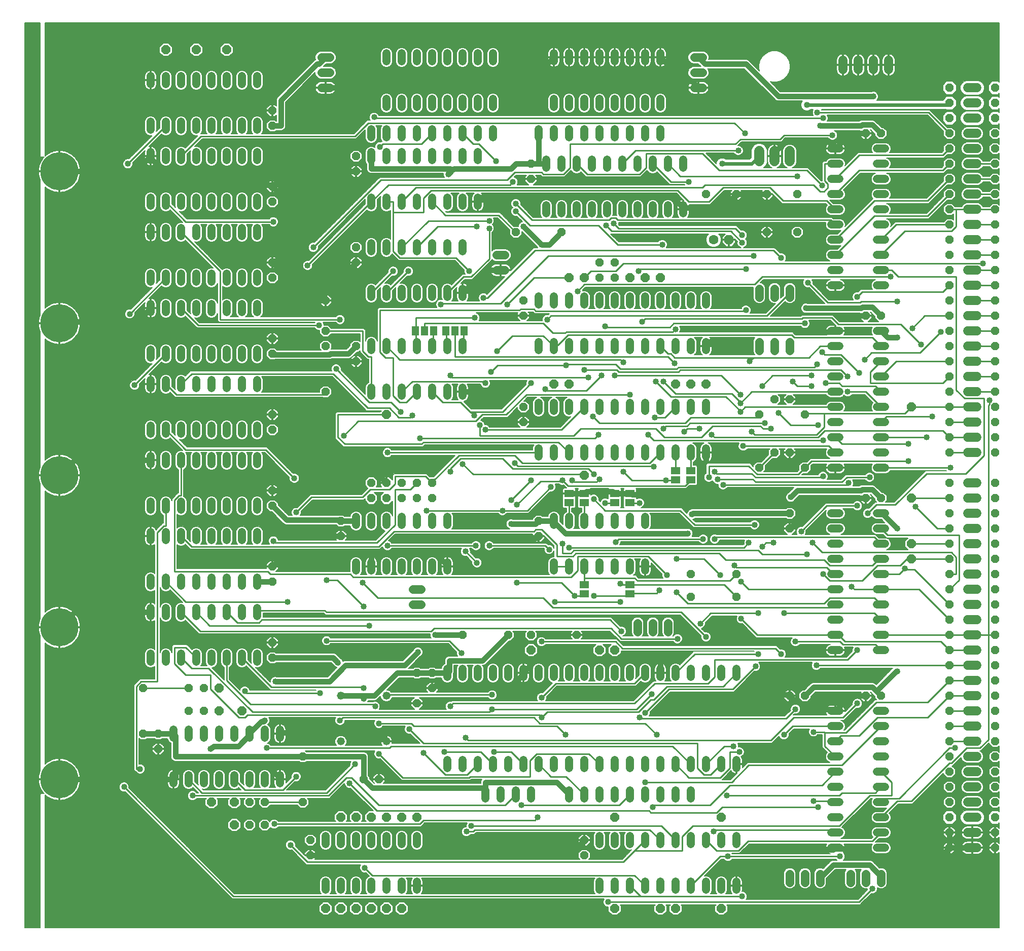
<source format=gbl>
G75*
%MOIN*%
%OFA0B0*%
%FSLAX25Y25*%
%IPPOS*%
%LPD*%
%AMOC8*
5,1,8,0,0,1.08239X$1,22.5*
%
%ADD10C,0.06000*%
%ADD11C,0.06600*%
%ADD12OC8,0.06300*%
%ADD13C,0.06300*%
%ADD14OC8,0.05200*%
%ADD15OC8,0.05250*%
%ADD16C,0.25000*%
%ADD17C,0.05200*%
%ADD18C,0.05200*%
%ADD19C,0.05600*%
%ADD20OC8,0.06000*%
%ADD21OC8,0.05600*%
%ADD22R,0.06300X0.04600*%
%ADD23R,0.04600X0.06300*%
%ADD24C,0.03600*%
%ADD25C,0.04000*%
%ADD26C,0.00600*%
%ADD27C,0.01000*%
%ADD28C,0.02400*%
D10*
X0638300Y0066300D02*
X0644300Y0066300D01*
X0644300Y0076300D02*
X0638300Y0076300D01*
X0638300Y0086300D02*
X0644300Y0086300D01*
X0644300Y0096300D02*
X0638300Y0096300D01*
X0638300Y0106300D02*
X0644300Y0106300D01*
X0644300Y0116300D02*
X0638300Y0116300D01*
X0638300Y0126300D02*
X0644300Y0126300D01*
X0644300Y0136300D02*
X0638300Y0136300D01*
X0638300Y0146300D02*
X0644300Y0146300D01*
X0644300Y0156300D02*
X0638300Y0156300D01*
X0638300Y0166300D02*
X0644300Y0166300D01*
X0644300Y0176300D02*
X0638300Y0176300D01*
X0638300Y0186300D02*
X0644300Y0186300D01*
X0644300Y0196300D02*
X0638300Y0196300D01*
X0638300Y0206300D02*
X0644300Y0206300D01*
X0644300Y0216300D02*
X0638300Y0216300D01*
X0638300Y0226300D02*
X0644300Y0226300D01*
X0644300Y0236300D02*
X0638300Y0236300D01*
X0638300Y0246300D02*
X0644300Y0246300D01*
X0644300Y0256300D02*
X0638300Y0256300D01*
X0638300Y0266300D02*
X0644300Y0266300D01*
X0644300Y0276300D02*
X0638300Y0276300D01*
X0638300Y0286300D02*
X0644300Y0286300D01*
X0644300Y0296300D02*
X0638300Y0296300D01*
X0638300Y0306300D02*
X0644300Y0306300D01*
X0644300Y0326300D02*
X0638300Y0326300D01*
X0638300Y0336300D02*
X0644300Y0336300D01*
X0644300Y0346300D02*
X0638300Y0346300D01*
X0638300Y0356300D02*
X0644300Y0356300D01*
X0644300Y0366300D02*
X0638300Y0366300D01*
X0638300Y0376300D02*
X0644300Y0376300D01*
X0644300Y0386300D02*
X0638300Y0386300D01*
X0638300Y0396300D02*
X0644300Y0396300D01*
X0644300Y0406300D02*
X0638300Y0406300D01*
X0638300Y0416300D02*
X0644300Y0416300D01*
X0644300Y0426300D02*
X0638300Y0426300D01*
X0638300Y0436300D02*
X0644300Y0436300D01*
X0644300Y0446300D02*
X0638300Y0446300D01*
X0638300Y0456300D02*
X0644300Y0456300D01*
X0644300Y0466300D02*
X0638300Y0466300D01*
X0638300Y0476300D02*
X0644300Y0476300D01*
X0644300Y0486300D02*
X0638300Y0486300D01*
X0638300Y0496300D02*
X0644300Y0496300D01*
X0644300Y0506300D02*
X0638300Y0506300D01*
X0638300Y0516300D02*
X0644300Y0516300D01*
X0644300Y0526300D02*
X0638300Y0526300D01*
X0638300Y0536300D02*
X0644300Y0536300D01*
X0644300Y0546300D02*
X0638300Y0546300D01*
X0638300Y0556300D02*
X0644300Y0556300D01*
X0644300Y0566300D02*
X0638300Y0566300D01*
X0586300Y0578300D02*
X0586300Y0584300D01*
X0576300Y0584300D02*
X0576300Y0578300D01*
X0566300Y0578300D02*
X0566300Y0584300D01*
X0556300Y0584300D02*
X0556300Y0578300D01*
D11*
X0521300Y0524600D02*
X0521300Y0518000D01*
X0511300Y0518000D02*
X0511300Y0524600D01*
X0501300Y0524600D02*
X0501300Y0518000D01*
D12*
X0481300Y0466300D03*
D13*
X0471300Y0466300D03*
D14*
X0466300Y0496300D03*
X0486300Y0496300D03*
X0506300Y0496300D03*
X0526300Y0496300D03*
X0526300Y0471300D03*
X0506300Y0471300D03*
X0571300Y0416300D03*
X0581300Y0416300D03*
X0521300Y0361300D03*
X0511300Y0361300D03*
X0501300Y0351300D03*
X0511300Y0326300D03*
X0521300Y0326300D03*
X0531300Y0316300D03*
X0501300Y0316300D03*
X0521300Y0286300D03*
X0521300Y0276300D03*
X0486300Y0246300D03*
X0486300Y0231300D03*
X0456300Y0231300D03*
X0456300Y0246300D03*
X0381300Y0206300D03*
X0351300Y0206300D03*
X0336300Y0206300D03*
X0306300Y0206300D03*
X0286300Y0181300D03*
X0276300Y0181300D03*
X0286300Y0171300D03*
X0276300Y0161300D03*
X0251300Y0111300D03*
X0241300Y0111300D03*
X0201300Y0096300D03*
X0176300Y0096300D03*
X0166300Y0096300D03*
X0166300Y0081300D03*
X0176300Y0081300D03*
X0206300Y0071300D03*
X0206300Y0061300D03*
X0201300Y0126300D03*
X0181300Y0191300D03*
X0181300Y0201300D03*
X0181300Y0241300D03*
X0181300Y0251300D03*
X0181300Y0291300D03*
X0181300Y0301300D03*
X0181300Y0341300D03*
X0181300Y0351300D03*
X0216300Y0366300D03*
X0236300Y0386300D03*
X0236300Y0396300D03*
X0216300Y0396300D03*
X0216300Y0406300D03*
X0216300Y0426300D03*
X0236300Y0451300D03*
X0236300Y0461300D03*
X0236300Y0511300D03*
X0236300Y0521300D03*
X0181300Y0501300D03*
X0181300Y0491300D03*
X0181300Y0451300D03*
X0181300Y0441300D03*
X0181300Y0401300D03*
X0181300Y0391300D03*
X0226300Y0281300D03*
X0226300Y0271300D03*
X0136300Y0171300D03*
X0126300Y0171300D03*
X0126300Y0156300D03*
X0136300Y0156300D03*
X0106300Y0141300D03*
X0106300Y0131300D03*
X0096300Y0141300D03*
X0096300Y0171300D03*
X0346300Y0346300D03*
X0346300Y0356300D03*
X0346300Y0416300D03*
X0346300Y0426300D03*
X0341300Y0471300D03*
X0371300Y0471300D03*
X0351300Y0506300D03*
X0351300Y0516300D03*
X0181300Y0541300D03*
X0181300Y0551300D03*
X0356300Y0281300D03*
X0356300Y0271300D03*
X0521300Y0166300D03*
X0531300Y0166300D03*
X0571300Y0166300D03*
X0581300Y0166300D03*
X0581300Y0296300D03*
X0571300Y0296300D03*
X0531300Y0351300D03*
X0571300Y0536300D03*
X0581300Y0536300D03*
X0386300Y0071300D03*
X0386300Y0061300D03*
D15*
X0626300Y0066300D03*
X0626300Y0076300D03*
X0626300Y0086300D03*
X0626300Y0096300D03*
X0626300Y0106300D03*
X0626300Y0116300D03*
X0626300Y0126300D03*
X0626300Y0136300D03*
X0626300Y0146300D03*
X0626300Y0156300D03*
X0626300Y0166300D03*
X0626300Y0176300D03*
X0626300Y0186300D03*
X0626300Y0196300D03*
X0626300Y0206300D03*
X0626300Y0216300D03*
X0626300Y0226300D03*
X0626300Y0236300D03*
X0626300Y0246300D03*
X0626300Y0256300D03*
X0626300Y0266300D03*
X0626300Y0276300D03*
X0626300Y0286300D03*
X0626300Y0296300D03*
X0626300Y0306300D03*
X0626300Y0326300D03*
X0626300Y0336300D03*
X0626300Y0346300D03*
X0626300Y0356300D03*
X0626300Y0366300D03*
X0626300Y0376300D03*
X0626300Y0386300D03*
X0626300Y0396300D03*
X0626300Y0406300D03*
X0626300Y0416300D03*
X0626300Y0426300D03*
X0626300Y0436300D03*
X0626300Y0446300D03*
X0626300Y0456300D03*
X0626300Y0466300D03*
X0626300Y0476300D03*
X0626300Y0486300D03*
X0626300Y0496300D03*
X0626300Y0506300D03*
X0626300Y0516300D03*
X0626300Y0526300D03*
X0626300Y0536300D03*
X0626300Y0546300D03*
X0626300Y0556300D03*
X0626300Y0566300D03*
X0656300Y0566300D03*
X0656300Y0556300D03*
X0656300Y0546300D03*
X0656300Y0536300D03*
X0656300Y0526300D03*
X0656300Y0516300D03*
X0656300Y0506300D03*
X0656300Y0496300D03*
X0656300Y0486300D03*
X0656300Y0476300D03*
X0656300Y0466300D03*
X0656300Y0456300D03*
X0656300Y0446300D03*
X0656300Y0436300D03*
X0656300Y0426300D03*
X0656300Y0416300D03*
X0656300Y0406300D03*
X0656300Y0396300D03*
X0656300Y0386300D03*
X0656300Y0376300D03*
X0656300Y0366300D03*
X0656300Y0356300D03*
X0656300Y0346300D03*
X0656300Y0336300D03*
X0656300Y0326300D03*
X0656300Y0306300D03*
X0656300Y0296300D03*
X0656300Y0286300D03*
X0656300Y0276300D03*
X0656300Y0266300D03*
X0656300Y0256300D03*
X0656300Y0246300D03*
X0656300Y0236300D03*
X0656300Y0226300D03*
X0656300Y0216300D03*
X0656300Y0206300D03*
X0656300Y0196300D03*
X0656300Y0186300D03*
X0656300Y0176300D03*
X0656300Y0166300D03*
X0656300Y0156300D03*
X0656300Y0146300D03*
X0656300Y0136300D03*
X0656300Y0126300D03*
X0656300Y0116300D03*
X0656300Y0106300D03*
X0656300Y0096300D03*
X0656300Y0086300D03*
X0656300Y0076300D03*
X0656300Y0066300D03*
D16*
X0041300Y0111300D03*
X0041300Y0211300D03*
X0041300Y0311300D03*
X0041300Y0411300D03*
X0041300Y0511300D03*
D17*
X0101300Y0518700D02*
X0101300Y0523900D01*
X0111300Y0523900D02*
X0111300Y0518700D01*
X0121300Y0518700D02*
X0121300Y0523900D01*
X0131300Y0523900D02*
X0131300Y0518700D01*
X0141300Y0518700D02*
X0141300Y0523900D01*
X0151300Y0523900D02*
X0151300Y0518700D01*
X0161300Y0518700D02*
X0161300Y0523900D01*
X0171300Y0523900D02*
X0171300Y0518700D01*
X0171300Y0538700D02*
X0171300Y0543900D01*
X0161300Y0543900D02*
X0161300Y0538700D01*
X0151300Y0538700D02*
X0151300Y0543900D01*
X0141300Y0543900D02*
X0141300Y0538700D01*
X0131300Y0538700D02*
X0131300Y0543900D01*
X0121300Y0543900D02*
X0121300Y0538700D01*
X0111300Y0538700D02*
X0111300Y0543900D01*
X0101300Y0543900D02*
X0101300Y0538700D01*
X0101300Y0568700D02*
X0101300Y0573900D01*
X0111300Y0573900D02*
X0111300Y0568700D01*
X0121300Y0568700D02*
X0121300Y0573900D01*
X0131300Y0573900D02*
X0131300Y0568700D01*
X0141300Y0568700D02*
X0141300Y0573900D01*
X0151300Y0573900D02*
X0151300Y0568700D01*
X0161300Y0568700D02*
X0161300Y0573900D01*
X0171300Y0573900D02*
X0171300Y0568700D01*
X0246300Y0538900D02*
X0246300Y0533700D01*
X0246300Y0523900D02*
X0246300Y0518700D01*
X0256300Y0518700D02*
X0256300Y0523900D01*
X0256300Y0533700D02*
X0256300Y0538900D01*
X0266300Y0538900D02*
X0266300Y0533700D01*
X0266300Y0523900D02*
X0266300Y0518700D01*
X0276300Y0518700D02*
X0276300Y0523900D01*
X0276300Y0533700D02*
X0276300Y0538900D01*
X0286300Y0538900D02*
X0286300Y0533700D01*
X0286300Y0523900D02*
X0286300Y0518700D01*
X0296300Y0518700D02*
X0296300Y0523900D01*
X0296300Y0533700D02*
X0296300Y0538900D01*
X0306300Y0538900D02*
X0306300Y0533700D01*
X0306300Y0523900D02*
X0306300Y0518700D01*
X0316300Y0518700D02*
X0316300Y0523900D01*
X0316300Y0533700D02*
X0316300Y0538900D01*
X0326300Y0538900D02*
X0326300Y0533700D01*
X0326300Y0553700D02*
X0326300Y0558900D01*
X0316300Y0558900D02*
X0316300Y0553700D01*
X0306300Y0553700D02*
X0306300Y0558900D01*
X0296300Y0558900D02*
X0296300Y0553700D01*
X0286300Y0553700D02*
X0286300Y0558900D01*
X0276300Y0558900D02*
X0276300Y0553700D01*
X0266300Y0553700D02*
X0266300Y0558900D01*
X0256300Y0558900D02*
X0256300Y0553700D01*
X0256300Y0583700D02*
X0256300Y0588900D01*
X0266300Y0588900D02*
X0266300Y0583700D01*
X0276300Y0583700D02*
X0276300Y0588900D01*
X0286300Y0588900D02*
X0286300Y0583700D01*
X0296300Y0583700D02*
X0296300Y0588900D01*
X0306300Y0588900D02*
X0306300Y0583700D01*
X0316300Y0583700D02*
X0316300Y0588900D01*
X0326300Y0588900D02*
X0326300Y0583700D01*
X0366300Y0583700D02*
X0366300Y0588900D01*
X0376300Y0588900D02*
X0376300Y0583700D01*
X0386300Y0583700D02*
X0386300Y0588900D01*
X0396300Y0588900D02*
X0396300Y0583700D01*
X0406300Y0583700D02*
X0406300Y0588900D01*
X0416300Y0588900D02*
X0416300Y0583700D01*
X0426300Y0583700D02*
X0426300Y0588900D01*
X0436300Y0588900D02*
X0436300Y0583700D01*
X0436300Y0558900D02*
X0436300Y0553700D01*
X0426300Y0553700D02*
X0426300Y0558900D01*
X0416300Y0558900D02*
X0416300Y0553700D01*
X0406300Y0553700D02*
X0406300Y0558900D01*
X0396300Y0558900D02*
X0396300Y0553700D01*
X0386300Y0553700D02*
X0386300Y0558900D01*
X0376300Y0558900D02*
X0376300Y0553700D01*
X0366300Y0553700D02*
X0366300Y0558900D01*
X0366300Y0538900D02*
X0366300Y0533700D01*
X0376300Y0533700D02*
X0376300Y0538900D01*
X0386300Y0538900D02*
X0386300Y0533700D01*
X0396300Y0533700D02*
X0396300Y0538900D01*
X0406300Y0538900D02*
X0406300Y0533700D01*
X0416300Y0533700D02*
X0416300Y0538900D01*
X0426300Y0538900D02*
X0426300Y0533700D01*
X0436300Y0533700D02*
X0436300Y0538900D01*
X0431300Y0518900D02*
X0431300Y0513700D01*
X0421300Y0513700D02*
X0421300Y0518900D01*
X0411300Y0518900D02*
X0411300Y0513700D01*
X0401300Y0513700D02*
X0401300Y0518900D01*
X0391300Y0518900D02*
X0391300Y0513700D01*
X0381300Y0513700D02*
X0381300Y0518900D01*
X0371300Y0518900D02*
X0371300Y0513700D01*
X0361300Y0513700D02*
X0361300Y0518900D01*
X0356300Y0533700D02*
X0356300Y0538900D01*
X0316300Y0493900D02*
X0316300Y0488700D01*
X0306300Y0488700D02*
X0306300Y0493900D01*
X0296300Y0493900D02*
X0296300Y0488700D01*
X0286300Y0488700D02*
X0286300Y0493900D01*
X0276300Y0493900D02*
X0276300Y0488700D01*
X0266300Y0488700D02*
X0266300Y0493900D01*
X0256300Y0493900D02*
X0256300Y0488700D01*
X0246300Y0488700D02*
X0246300Y0493900D01*
X0246300Y0463900D02*
X0246300Y0458700D01*
X0256300Y0458700D02*
X0256300Y0463900D01*
X0266300Y0463900D02*
X0266300Y0458700D01*
X0276300Y0458700D02*
X0276300Y0463900D01*
X0286300Y0463900D02*
X0286300Y0458700D01*
X0296300Y0458700D02*
X0296300Y0463900D01*
X0306300Y0463900D02*
X0306300Y0458700D01*
X0306300Y0433900D02*
X0306300Y0428700D01*
X0296300Y0428700D02*
X0296300Y0433900D01*
X0286300Y0433900D02*
X0286300Y0428700D01*
X0276300Y0428700D02*
X0276300Y0433900D01*
X0266300Y0433900D02*
X0266300Y0428700D01*
X0256300Y0428700D02*
X0256300Y0433900D01*
X0246300Y0433900D02*
X0246300Y0428700D01*
X0246300Y0398900D02*
X0246300Y0393700D01*
X0256300Y0393700D02*
X0256300Y0398900D01*
X0266300Y0398900D02*
X0266300Y0393700D01*
X0276300Y0393700D02*
X0276300Y0398900D01*
X0286300Y0398900D02*
X0286300Y0393700D01*
X0296300Y0393700D02*
X0296300Y0398900D01*
X0306300Y0398900D02*
X0306300Y0393700D01*
X0306300Y0368900D02*
X0306300Y0363700D01*
X0296300Y0363700D02*
X0296300Y0368900D01*
X0286300Y0368900D02*
X0286300Y0363700D01*
X0276300Y0363700D02*
X0276300Y0368900D01*
X0266300Y0368900D02*
X0266300Y0363700D01*
X0256300Y0363700D02*
X0256300Y0368900D01*
X0246300Y0368900D02*
X0246300Y0363700D01*
X0171300Y0368700D02*
X0171300Y0373900D01*
X0161300Y0373900D02*
X0161300Y0368700D01*
X0151300Y0368700D02*
X0151300Y0373900D01*
X0141300Y0373900D02*
X0141300Y0368700D01*
X0131300Y0368700D02*
X0131300Y0373900D01*
X0121300Y0373900D02*
X0121300Y0368700D01*
X0111300Y0368700D02*
X0111300Y0373900D01*
X0101300Y0373900D02*
X0101300Y0368700D01*
X0101300Y0388700D02*
X0101300Y0393900D01*
X0111300Y0393900D02*
X0111300Y0388700D01*
X0121300Y0388700D02*
X0121300Y0393900D01*
X0131300Y0393900D02*
X0131300Y0388700D01*
X0141300Y0388700D02*
X0141300Y0393900D01*
X0151300Y0393900D02*
X0151300Y0388700D01*
X0161300Y0388700D02*
X0161300Y0393900D01*
X0171300Y0393900D02*
X0171300Y0388700D01*
X0171300Y0418700D02*
X0171300Y0423900D01*
X0161300Y0423900D02*
X0161300Y0418700D01*
X0151300Y0418700D02*
X0151300Y0423900D01*
X0141300Y0423900D02*
X0141300Y0418700D01*
X0131300Y0418700D02*
X0131300Y0423900D01*
X0121300Y0423900D02*
X0121300Y0418700D01*
X0111300Y0418700D02*
X0111300Y0423900D01*
X0101300Y0423900D02*
X0101300Y0418700D01*
X0101300Y0438700D02*
X0101300Y0443900D01*
X0111300Y0443900D02*
X0111300Y0438700D01*
X0121300Y0438700D02*
X0121300Y0443900D01*
X0131300Y0443900D02*
X0131300Y0438700D01*
X0141300Y0438700D02*
X0141300Y0443900D01*
X0151300Y0443900D02*
X0151300Y0438700D01*
X0161300Y0438700D02*
X0161300Y0443900D01*
X0171300Y0443900D02*
X0171300Y0438700D01*
X0171300Y0468700D02*
X0171300Y0473900D01*
X0161300Y0473900D02*
X0161300Y0468700D01*
X0151300Y0468700D02*
X0151300Y0473900D01*
X0141300Y0473900D02*
X0141300Y0468700D01*
X0131300Y0468700D02*
X0131300Y0473900D01*
X0121300Y0473900D02*
X0121300Y0468700D01*
X0111300Y0468700D02*
X0111300Y0473900D01*
X0101300Y0473900D02*
X0101300Y0468700D01*
X0101300Y0488700D02*
X0101300Y0493900D01*
X0111300Y0493900D02*
X0111300Y0488700D01*
X0121300Y0488700D02*
X0121300Y0493900D01*
X0131300Y0493900D02*
X0131300Y0488700D01*
X0141300Y0488700D02*
X0141300Y0493900D01*
X0151300Y0493900D02*
X0151300Y0488700D01*
X0161300Y0488700D02*
X0161300Y0493900D01*
X0171300Y0493900D02*
X0171300Y0488700D01*
X0171300Y0343900D02*
X0171300Y0338700D01*
X0161300Y0338700D02*
X0161300Y0343900D01*
X0151300Y0343900D02*
X0151300Y0338700D01*
X0141300Y0338700D02*
X0141300Y0343900D01*
X0131300Y0343900D02*
X0131300Y0338700D01*
X0121300Y0338700D02*
X0121300Y0343900D01*
X0111300Y0343900D02*
X0111300Y0338700D01*
X0101300Y0338700D02*
X0101300Y0343900D01*
X0101300Y0323900D02*
X0101300Y0318700D01*
X0111300Y0318700D02*
X0111300Y0323900D01*
X0121300Y0323900D02*
X0121300Y0318700D01*
X0131300Y0318700D02*
X0131300Y0323900D01*
X0141300Y0323900D02*
X0141300Y0318700D01*
X0151300Y0318700D02*
X0151300Y0323900D01*
X0161300Y0323900D02*
X0161300Y0318700D01*
X0171300Y0318700D02*
X0171300Y0323900D01*
X0171300Y0293900D02*
X0171300Y0288700D01*
X0161300Y0288700D02*
X0161300Y0293900D01*
X0151300Y0293900D02*
X0151300Y0288700D01*
X0141300Y0288700D02*
X0141300Y0293900D01*
X0131300Y0293900D02*
X0131300Y0288700D01*
X0121300Y0288700D02*
X0121300Y0293900D01*
X0111300Y0293900D02*
X0111300Y0288700D01*
X0101300Y0288700D02*
X0101300Y0293900D01*
X0101300Y0273900D02*
X0101300Y0268700D01*
X0111300Y0268700D02*
X0111300Y0273900D01*
X0121300Y0273900D02*
X0121300Y0268700D01*
X0131300Y0268700D02*
X0131300Y0273900D01*
X0141300Y0273900D02*
X0141300Y0268700D01*
X0151300Y0268700D02*
X0151300Y0273900D01*
X0161300Y0273900D02*
X0161300Y0268700D01*
X0171300Y0268700D02*
X0171300Y0273900D01*
X0171300Y0243900D02*
X0171300Y0238700D01*
X0161300Y0238700D02*
X0161300Y0243900D01*
X0151300Y0243900D02*
X0151300Y0238700D01*
X0141300Y0238700D02*
X0141300Y0243900D01*
X0131300Y0243900D02*
X0131300Y0238700D01*
X0121300Y0238700D02*
X0121300Y0243900D01*
X0111300Y0243900D02*
X0111300Y0238700D01*
X0101300Y0238700D02*
X0101300Y0243900D01*
X0101300Y0223900D02*
X0101300Y0218700D01*
X0111300Y0218700D02*
X0111300Y0223900D01*
X0121300Y0223900D02*
X0121300Y0218700D01*
X0131300Y0218700D02*
X0131300Y0223900D01*
X0141300Y0223900D02*
X0141300Y0218700D01*
X0151300Y0218700D02*
X0151300Y0223900D01*
X0161300Y0223900D02*
X0161300Y0218700D01*
X0171300Y0218700D02*
X0171300Y0223900D01*
X0171300Y0193900D02*
X0171300Y0188700D01*
X0161300Y0188700D02*
X0161300Y0193900D01*
X0151300Y0193900D02*
X0151300Y0188700D01*
X0141300Y0188700D02*
X0141300Y0193900D01*
X0131300Y0193900D02*
X0131300Y0188700D01*
X0121300Y0188700D02*
X0121300Y0193900D01*
X0111300Y0193900D02*
X0111300Y0188700D01*
X0101300Y0188700D02*
X0101300Y0193900D01*
X0116300Y0143900D02*
X0116300Y0138700D01*
X0126300Y0138700D02*
X0126300Y0143900D01*
X0136300Y0143900D02*
X0136300Y0138700D01*
X0146300Y0138700D02*
X0146300Y0143900D01*
X0156300Y0143900D02*
X0156300Y0138700D01*
X0166300Y0138700D02*
X0166300Y0143900D01*
X0176300Y0143900D02*
X0176300Y0138700D01*
X0186300Y0138700D02*
X0186300Y0143900D01*
X0186300Y0113900D02*
X0186300Y0108700D01*
X0176300Y0108700D02*
X0176300Y0113900D01*
X0166300Y0113900D02*
X0166300Y0108700D01*
X0156300Y0108700D02*
X0156300Y0113900D01*
X0146300Y0113900D02*
X0146300Y0108700D01*
X0136300Y0108700D02*
X0136300Y0113900D01*
X0126300Y0113900D02*
X0126300Y0108700D01*
X0116300Y0108700D02*
X0116300Y0113900D01*
X0216300Y0073900D02*
X0216300Y0068700D01*
X0226300Y0068700D02*
X0226300Y0073900D01*
X0236300Y0073900D02*
X0236300Y0068700D01*
X0246300Y0068700D02*
X0246300Y0073900D01*
X0256300Y0073900D02*
X0256300Y0068700D01*
X0266300Y0068700D02*
X0266300Y0073900D01*
X0276300Y0073900D02*
X0276300Y0068700D01*
X0276300Y0043900D02*
X0276300Y0038700D01*
X0266300Y0038700D02*
X0266300Y0043900D01*
X0256300Y0043900D02*
X0256300Y0038700D01*
X0246300Y0038700D02*
X0246300Y0043900D01*
X0236300Y0043900D02*
X0236300Y0038700D01*
X0226300Y0038700D02*
X0226300Y0043900D01*
X0216300Y0043900D02*
X0216300Y0038700D01*
X0296300Y0118700D02*
X0296300Y0123900D01*
X0306300Y0123900D02*
X0306300Y0118700D01*
X0316300Y0118700D02*
X0316300Y0123900D01*
X0326300Y0123900D02*
X0326300Y0118700D01*
X0336300Y0118700D02*
X0336300Y0123900D01*
X0346300Y0123900D02*
X0346300Y0118700D01*
X0356300Y0118700D02*
X0356300Y0123900D01*
X0366300Y0123900D02*
X0366300Y0118700D01*
X0376300Y0118700D02*
X0376300Y0123900D01*
X0386300Y0123900D02*
X0386300Y0118700D01*
X0396300Y0118700D02*
X0396300Y0123900D01*
X0406300Y0123900D02*
X0406300Y0118700D01*
X0416300Y0118700D02*
X0416300Y0123900D01*
X0426300Y0123900D02*
X0426300Y0118700D01*
X0436300Y0118700D02*
X0436300Y0123900D01*
X0446300Y0123900D02*
X0446300Y0118700D01*
X0456300Y0118700D02*
X0456300Y0123900D01*
X0466300Y0123900D02*
X0466300Y0118700D01*
X0476300Y0118700D02*
X0476300Y0123900D01*
X0486300Y0123900D02*
X0486300Y0118700D01*
X0456300Y0103900D02*
X0456300Y0098700D01*
X0446300Y0098700D02*
X0446300Y0103900D01*
X0436300Y0103900D02*
X0436300Y0098700D01*
X0426300Y0098700D02*
X0426300Y0103900D01*
X0416300Y0103900D02*
X0416300Y0098700D01*
X0406300Y0098700D02*
X0406300Y0103900D01*
X0396300Y0103900D02*
X0396300Y0098700D01*
X0386300Y0098700D02*
X0386300Y0103900D01*
X0376300Y0103900D02*
X0376300Y0098700D01*
X0351300Y0098700D02*
X0351300Y0103900D01*
X0341300Y0103900D02*
X0341300Y0098700D01*
X0331300Y0098700D02*
X0331300Y0103900D01*
X0321300Y0103900D02*
X0321300Y0098700D01*
X0396300Y0073900D02*
X0396300Y0068700D01*
X0406300Y0068700D02*
X0406300Y0073900D01*
X0416300Y0073900D02*
X0416300Y0068700D01*
X0426300Y0068700D02*
X0426300Y0073900D01*
X0436300Y0073900D02*
X0436300Y0068700D01*
X0446300Y0068700D02*
X0446300Y0073900D01*
X0456300Y0073900D02*
X0456300Y0068700D01*
X0466300Y0068700D02*
X0466300Y0073900D01*
X0476300Y0073900D02*
X0476300Y0068700D01*
X0486300Y0068700D02*
X0486300Y0073900D01*
X0486300Y0043900D02*
X0486300Y0038700D01*
X0476300Y0038700D02*
X0476300Y0043900D01*
X0466300Y0043900D02*
X0466300Y0038700D01*
X0456300Y0038700D02*
X0456300Y0043900D01*
X0446300Y0043900D02*
X0446300Y0038700D01*
X0436300Y0038700D02*
X0436300Y0043900D01*
X0426300Y0043900D02*
X0426300Y0038700D01*
X0416300Y0038700D02*
X0416300Y0043900D01*
X0406300Y0043900D02*
X0406300Y0038700D01*
X0396300Y0038700D02*
X0396300Y0043900D01*
X0396300Y0178700D02*
X0396300Y0183900D01*
X0386300Y0183900D02*
X0386300Y0178700D01*
X0376300Y0178700D02*
X0376300Y0183900D01*
X0366300Y0183900D02*
X0366300Y0178700D01*
X0356300Y0178700D02*
X0356300Y0183900D01*
X0346300Y0183900D02*
X0346300Y0178700D01*
X0336300Y0178700D02*
X0336300Y0183900D01*
X0326300Y0183900D02*
X0326300Y0178700D01*
X0316300Y0178700D02*
X0316300Y0183900D01*
X0306300Y0183900D02*
X0306300Y0178700D01*
X0296300Y0178700D02*
X0296300Y0183900D01*
X0296300Y0248700D02*
X0296300Y0253900D01*
X0286300Y0253900D02*
X0286300Y0248700D01*
X0276300Y0248700D02*
X0276300Y0253900D01*
X0266300Y0253900D02*
X0266300Y0248700D01*
X0256300Y0248700D02*
X0256300Y0253900D01*
X0246300Y0253900D02*
X0246300Y0248700D01*
X0236300Y0248700D02*
X0236300Y0253900D01*
X0236300Y0278700D02*
X0236300Y0283900D01*
X0246300Y0283900D02*
X0246300Y0278700D01*
X0256300Y0278700D02*
X0256300Y0283900D01*
X0266300Y0283900D02*
X0266300Y0278700D01*
X0276300Y0278700D02*
X0276300Y0283900D01*
X0286300Y0283900D02*
X0286300Y0278700D01*
X0296300Y0278700D02*
X0296300Y0283900D01*
X0356300Y0323700D02*
X0356300Y0328900D01*
X0366300Y0328900D02*
X0366300Y0323700D01*
X0376300Y0323700D02*
X0376300Y0328900D01*
X0386300Y0328900D02*
X0386300Y0323700D01*
X0396300Y0323700D02*
X0396300Y0328900D01*
X0406300Y0328900D02*
X0406300Y0323700D01*
X0416300Y0323700D02*
X0416300Y0328900D01*
X0426300Y0328900D02*
X0426300Y0323700D01*
X0436300Y0323700D02*
X0436300Y0328900D01*
X0446300Y0328900D02*
X0446300Y0323700D01*
X0456300Y0323700D02*
X0456300Y0328900D01*
X0466300Y0328900D02*
X0466300Y0323700D01*
X0466300Y0353700D02*
X0466300Y0358900D01*
X0456300Y0358900D02*
X0456300Y0353700D01*
X0446300Y0353700D02*
X0446300Y0358900D01*
X0436300Y0358900D02*
X0436300Y0353700D01*
X0426300Y0353700D02*
X0426300Y0358900D01*
X0416300Y0358900D02*
X0416300Y0353700D01*
X0406300Y0353700D02*
X0406300Y0358900D01*
X0396300Y0358900D02*
X0396300Y0353700D01*
X0386300Y0353700D02*
X0386300Y0358900D01*
X0376300Y0358900D02*
X0376300Y0353700D01*
X0366300Y0353700D02*
X0366300Y0358900D01*
X0356300Y0358900D02*
X0356300Y0353700D01*
X0356300Y0393700D02*
X0356300Y0398900D01*
X0366300Y0398900D02*
X0366300Y0393700D01*
X0376300Y0393700D02*
X0376300Y0398900D01*
X0386300Y0398900D02*
X0386300Y0393700D01*
X0396300Y0393700D02*
X0396300Y0398900D01*
X0406300Y0398900D02*
X0406300Y0393700D01*
X0416300Y0393700D02*
X0416300Y0398900D01*
X0426300Y0398900D02*
X0426300Y0393700D01*
X0436300Y0393700D02*
X0436300Y0398900D01*
X0446300Y0398900D02*
X0446300Y0393700D01*
X0456300Y0393700D02*
X0456300Y0398900D01*
X0466300Y0398900D02*
X0466300Y0393700D01*
X0466300Y0423700D02*
X0466300Y0428900D01*
X0456300Y0428900D02*
X0456300Y0423700D01*
X0446300Y0423700D02*
X0446300Y0428900D01*
X0436300Y0428900D02*
X0436300Y0423700D01*
X0426300Y0423700D02*
X0426300Y0428900D01*
X0416300Y0428900D02*
X0416300Y0423700D01*
X0406300Y0423700D02*
X0406300Y0428900D01*
X0396300Y0428900D02*
X0396300Y0423700D01*
X0386300Y0423700D02*
X0386300Y0428900D01*
X0376300Y0428900D02*
X0376300Y0423700D01*
X0366300Y0423700D02*
X0366300Y0428900D01*
X0356300Y0428900D02*
X0356300Y0423700D01*
X0361300Y0483700D02*
X0361300Y0488900D01*
X0371300Y0488900D02*
X0371300Y0483700D01*
X0381300Y0483700D02*
X0381300Y0488900D01*
X0391300Y0488900D02*
X0391300Y0483700D01*
X0401300Y0483700D02*
X0401300Y0488900D01*
X0411300Y0488900D02*
X0411300Y0483700D01*
X0421300Y0483700D02*
X0421300Y0488900D01*
X0431300Y0488900D02*
X0431300Y0483700D01*
X0441300Y0483700D02*
X0441300Y0488900D01*
X0451300Y0488900D02*
X0451300Y0483700D01*
X0451300Y0513700D02*
X0451300Y0518900D01*
X0441300Y0518900D02*
X0441300Y0513700D01*
X0548700Y0516300D02*
X0553900Y0516300D01*
X0553900Y0506300D02*
X0548700Y0506300D01*
X0548700Y0496300D02*
X0553900Y0496300D01*
X0553900Y0486300D02*
X0548700Y0486300D01*
X0548700Y0476300D02*
X0553900Y0476300D01*
X0553900Y0466300D02*
X0548700Y0466300D01*
X0548700Y0456300D02*
X0553900Y0456300D01*
X0553900Y0446300D02*
X0548700Y0446300D01*
X0548700Y0436300D02*
X0553900Y0436300D01*
X0578700Y0436300D02*
X0583900Y0436300D01*
X0583900Y0446300D02*
X0578700Y0446300D01*
X0578700Y0456300D02*
X0583900Y0456300D01*
X0583900Y0466300D02*
X0578700Y0466300D01*
X0578700Y0476300D02*
X0583900Y0476300D01*
X0583900Y0486300D02*
X0578700Y0486300D01*
X0578700Y0496300D02*
X0583900Y0496300D01*
X0583900Y0506300D02*
X0578700Y0506300D01*
X0578700Y0516300D02*
X0583900Y0516300D01*
X0583900Y0526300D02*
X0578700Y0526300D01*
X0553900Y0526300D02*
X0548700Y0526300D01*
X0548700Y0406300D02*
X0553900Y0406300D01*
X0553900Y0396300D02*
X0548700Y0396300D01*
X0548700Y0386300D02*
X0553900Y0386300D01*
X0553900Y0376300D02*
X0548700Y0376300D01*
X0548700Y0366300D02*
X0553900Y0366300D01*
X0553900Y0356300D02*
X0548700Y0356300D01*
X0548700Y0346300D02*
X0553900Y0346300D01*
X0553900Y0336300D02*
X0548700Y0336300D01*
X0548700Y0326300D02*
X0553900Y0326300D01*
X0553900Y0316300D02*
X0548700Y0316300D01*
X0548700Y0286300D02*
X0553900Y0286300D01*
X0553900Y0276300D02*
X0548700Y0276300D01*
X0548700Y0266300D02*
X0553900Y0266300D01*
X0553900Y0256300D02*
X0548700Y0256300D01*
X0548700Y0246300D02*
X0553900Y0246300D01*
X0553900Y0236300D02*
X0548700Y0236300D01*
X0548700Y0226300D02*
X0553900Y0226300D01*
X0553900Y0216300D02*
X0548700Y0216300D01*
X0548700Y0206300D02*
X0553900Y0206300D01*
X0553900Y0196300D02*
X0548700Y0196300D01*
X0578700Y0196300D02*
X0583900Y0196300D01*
X0583900Y0206300D02*
X0578700Y0206300D01*
X0578700Y0216300D02*
X0583900Y0216300D01*
X0583900Y0226300D02*
X0578700Y0226300D01*
X0578700Y0236300D02*
X0583900Y0236300D01*
X0583900Y0246300D02*
X0578700Y0246300D01*
X0578700Y0256300D02*
X0583900Y0256300D01*
X0583900Y0266300D02*
X0578700Y0266300D01*
X0578700Y0276300D02*
X0583900Y0276300D01*
X0583900Y0286300D02*
X0578700Y0286300D01*
X0578700Y0316300D02*
X0583900Y0316300D01*
X0583900Y0326300D02*
X0578700Y0326300D01*
X0578700Y0336300D02*
X0583900Y0336300D01*
X0583900Y0346300D02*
X0578700Y0346300D01*
X0578700Y0356300D02*
X0583900Y0356300D01*
X0583900Y0366300D02*
X0578700Y0366300D01*
X0578700Y0376300D02*
X0583900Y0376300D01*
X0583900Y0386300D02*
X0578700Y0386300D01*
X0578700Y0396300D02*
X0583900Y0396300D01*
X0583900Y0406300D02*
X0578700Y0406300D01*
X0426300Y0283900D02*
X0426300Y0278700D01*
X0416300Y0278700D02*
X0416300Y0283900D01*
X0406300Y0283900D02*
X0406300Y0278700D01*
X0396300Y0278700D02*
X0396300Y0283900D01*
X0386300Y0283900D02*
X0386300Y0278700D01*
X0376300Y0278700D02*
X0376300Y0283900D01*
X0366300Y0283900D02*
X0366300Y0278700D01*
X0366300Y0253900D02*
X0366300Y0248700D01*
X0376300Y0248700D02*
X0376300Y0253900D01*
X0386300Y0253900D02*
X0386300Y0248700D01*
X0396300Y0248700D02*
X0396300Y0253900D01*
X0406300Y0253900D02*
X0406300Y0248700D01*
X0416300Y0248700D02*
X0416300Y0253900D01*
X0426300Y0253900D02*
X0426300Y0248700D01*
X0426300Y0183900D02*
X0426300Y0178700D01*
X0416300Y0178700D02*
X0416300Y0183900D01*
X0406300Y0183900D02*
X0406300Y0178700D01*
X0436300Y0178700D02*
X0436300Y0183900D01*
X0446300Y0183900D02*
X0446300Y0178700D01*
X0456300Y0178700D02*
X0456300Y0183900D01*
X0466300Y0183900D02*
X0466300Y0178700D01*
X0476300Y0178700D02*
X0476300Y0183900D01*
X0486300Y0183900D02*
X0486300Y0178700D01*
X0548700Y0156300D02*
X0553900Y0156300D01*
X0553900Y0146300D02*
X0548700Y0146300D01*
X0548700Y0136300D02*
X0553900Y0136300D01*
X0553900Y0126300D02*
X0548700Y0126300D01*
X0548700Y0116300D02*
X0553900Y0116300D01*
X0553900Y0106300D02*
X0548700Y0106300D01*
X0548700Y0096300D02*
X0553900Y0096300D01*
X0553900Y0086300D02*
X0548700Y0086300D01*
X0548700Y0076300D02*
X0553900Y0076300D01*
X0553900Y0066300D02*
X0548700Y0066300D01*
X0578700Y0066300D02*
X0583900Y0066300D01*
X0583900Y0076300D02*
X0578700Y0076300D01*
X0578700Y0086300D02*
X0583900Y0086300D01*
X0583900Y0096300D02*
X0578700Y0096300D01*
X0578700Y0106300D02*
X0583900Y0106300D01*
X0583900Y0116300D02*
X0578700Y0116300D01*
X0578700Y0126300D02*
X0583900Y0126300D01*
X0583900Y0136300D02*
X0578700Y0136300D01*
X0578700Y0146300D02*
X0583900Y0146300D01*
X0583900Y0156300D02*
X0578700Y0156300D01*
D18*
X0256300Y0166300D03*
X0256300Y0136300D03*
X0226300Y0136300D03*
X0226300Y0166300D03*
D19*
X0273500Y0226300D02*
X0279100Y0226300D01*
X0279100Y0236300D02*
X0273500Y0236300D01*
X0421300Y0214100D02*
X0421300Y0208500D01*
X0431300Y0208500D02*
X0431300Y0214100D01*
X0441300Y0214100D02*
X0441300Y0208500D01*
X0521300Y0049100D02*
X0521300Y0043500D01*
X0531300Y0043500D02*
X0531300Y0049100D01*
X0541300Y0049100D02*
X0541300Y0043500D01*
X0561300Y0043500D02*
X0561300Y0049100D01*
X0571300Y0049100D02*
X0571300Y0043500D01*
X0581300Y0043500D02*
X0581300Y0049100D01*
X0521300Y0393500D02*
X0521300Y0399100D01*
X0511300Y0399100D02*
X0511300Y0393500D01*
X0501300Y0393500D02*
X0501300Y0399100D01*
X0501300Y0428500D02*
X0501300Y0434100D01*
X0511300Y0434100D02*
X0511300Y0428500D01*
X0521300Y0428500D02*
X0521300Y0434100D01*
X0464100Y0566300D02*
X0458500Y0566300D01*
X0458500Y0576300D02*
X0464100Y0576300D01*
X0464100Y0586300D02*
X0458500Y0586300D01*
X0334100Y0456300D02*
X0328500Y0456300D01*
X0328500Y0446300D02*
X0334100Y0446300D01*
X0219100Y0566300D02*
X0213500Y0566300D01*
X0213500Y0576300D02*
X0219100Y0576300D01*
X0219100Y0586300D02*
X0213500Y0586300D01*
D20*
X0151300Y0591300D03*
X0131300Y0591300D03*
X0111300Y0591300D03*
X0366300Y0371300D03*
X0376300Y0371300D03*
X0386300Y0311300D03*
X0446300Y0371300D03*
X0456300Y0371300D03*
X0466300Y0371300D03*
X0436300Y0441300D03*
X0426300Y0441300D03*
X0416300Y0441300D03*
X0386300Y0441300D03*
X0376300Y0441300D03*
X0256300Y0351300D03*
X0351300Y0196300D03*
X0396300Y0196300D03*
X0406300Y0196300D03*
X0406300Y0086300D03*
X0406300Y0026300D03*
X0436300Y0026300D03*
X0446300Y0026300D03*
X0476300Y0026300D03*
X0476300Y0086300D03*
X0601300Y0256300D03*
X0601300Y0266300D03*
X0601300Y0296300D03*
X0601300Y0356300D03*
X0276300Y0086300D03*
X0266300Y0086300D03*
X0256300Y0086300D03*
X0246300Y0086300D03*
X0236300Y0086300D03*
X0226300Y0086300D03*
X0226300Y0026300D03*
X0216300Y0026300D03*
X0236300Y0026300D03*
X0246300Y0026300D03*
X0256300Y0026300D03*
X0266300Y0026300D03*
X0156300Y0081300D03*
X0156300Y0096300D03*
X0141300Y0096300D03*
X0146300Y0156300D03*
X0146300Y0171300D03*
X0161300Y0156300D03*
D21*
X0246300Y0296300D03*
X0246300Y0306300D03*
X0256300Y0306300D03*
X0266300Y0306300D03*
X0266300Y0296300D03*
X0256300Y0296300D03*
X0276300Y0296300D03*
X0286300Y0296300D03*
X0286300Y0306300D03*
X0276300Y0306300D03*
X0396300Y0441300D03*
X0396300Y0451300D03*
X0406300Y0451300D03*
X0406300Y0441300D03*
D22*
X0446300Y0314300D03*
X0446300Y0308300D03*
X0456300Y0308300D03*
X0456300Y0314300D03*
X0416300Y0299300D03*
X0416300Y0293300D03*
X0406300Y0293300D03*
X0406300Y0299300D03*
X0386300Y0299300D03*
X0386300Y0293300D03*
X0376300Y0293300D03*
X0376300Y0299300D03*
X0386300Y0239300D03*
X0386300Y0233300D03*
X0416300Y0233300D03*
X0416300Y0239300D03*
D23*
X0307300Y0406300D03*
X0301300Y0406300D03*
X0295300Y0406300D03*
X0287300Y0406300D03*
X0281300Y0406300D03*
X0275300Y0406300D03*
D24*
X0306300Y0431300D02*
X0321300Y0446300D01*
X0331300Y0446300D01*
X0358175Y0463175D02*
X0346300Y0475050D01*
X0358175Y0463175D02*
X0363175Y0463175D01*
X0371300Y0471300D01*
X0352550Y0494425D02*
X0351300Y0495050D01*
X0320050Y0495050D01*
X0316300Y0491300D01*
X0296925Y0509425D02*
X0299425Y0511925D01*
X0298175Y0513175D01*
X0246300Y0513175D01*
X0246300Y0521300D01*
X0236300Y0511300D02*
X0191300Y0511300D01*
X0181300Y0501300D01*
X0180050Y0502550D01*
X0118800Y0502550D01*
X0101925Y0519425D01*
X0101300Y0521300D01*
X0091300Y0511300D01*
X0041300Y0511300D01*
X0101300Y0421300D02*
X0092550Y0412550D01*
X0042550Y0412550D01*
X0041300Y0411300D01*
X0051300Y0321300D02*
X0101300Y0321300D01*
X0051300Y0321300D02*
X0041300Y0311300D01*
X0051300Y0221300D02*
X0101300Y0221300D01*
X0051300Y0221300D02*
X0041300Y0211300D01*
X0096300Y0141300D02*
X0106300Y0141300D01*
X0116300Y0141300D01*
X0117550Y0140050D01*
X0117550Y0126300D01*
X0201300Y0126300D01*
X0241300Y0126300D01*
X0241300Y0111300D01*
X0246925Y0105675D01*
X0320050Y0105675D01*
X0321300Y0101300D01*
X0321300Y0109425D01*
X0368175Y0109425D01*
X0376300Y0101300D01*
X0386300Y0071300D02*
X0376300Y0061300D01*
X0206300Y0061300D01*
X0186300Y0111300D02*
X0186300Y0111925D01*
X0178800Y0119425D01*
X0117550Y0119425D01*
X0117550Y0112550D01*
X0116300Y0111300D01*
X0041300Y0111300D01*
X0140675Y0131300D02*
X0142550Y0133175D01*
X0158800Y0133175D01*
X0166300Y0140675D01*
X0166300Y0141300D01*
X0166925Y0142550D01*
X0173800Y0149425D01*
X0175675Y0149425D01*
X0176300Y0150050D01*
X0186300Y0141300D02*
X0186925Y0141925D01*
X0250675Y0141925D01*
X0256300Y0136300D01*
X0248175Y0166300D02*
X0241300Y0166300D01*
X0241300Y0164425D01*
X0241300Y0166300D02*
X0226300Y0166300D01*
X0218800Y0175675D02*
X0183175Y0175675D01*
X0181300Y0191300D02*
X0221300Y0191300D01*
X0224425Y0188175D01*
X0229425Y0186300D02*
X0218800Y0175675D01*
X0229425Y0186300D02*
X0268175Y0186300D01*
X0276925Y0195050D01*
X0276300Y0181300D02*
X0263175Y0181300D01*
X0248175Y0166300D01*
X0276300Y0181300D02*
X0286300Y0181300D01*
X0296300Y0181300D01*
X0297550Y0182550D01*
X0297550Y0189425D01*
X0319425Y0189425D01*
X0336300Y0206300D01*
X0353800Y0189425D02*
X0346925Y0182550D01*
X0346300Y0181300D01*
X0346300Y0180675D01*
X0338800Y0173175D01*
X0288175Y0173175D01*
X0286300Y0171300D01*
X0288175Y0206300D02*
X0306300Y0206300D01*
X0296300Y0251300D02*
X0296300Y0251925D01*
X0288800Y0259425D01*
X0246300Y0259425D01*
X0189425Y0259425D01*
X0181300Y0251300D01*
X0181300Y0241300D02*
X0171300Y0241300D01*
X0188175Y0271300D02*
X0226300Y0271300D01*
X0226300Y0281300D02*
X0225050Y0281925D01*
X0190675Y0281925D01*
X0181300Y0291300D01*
X0181300Y0301300D02*
X0194425Y0301300D01*
X0205050Y0311925D01*
X0250675Y0311925D01*
X0256300Y0306300D01*
X0236300Y0281300D02*
X0226300Y0281300D01*
X0246300Y0259425D02*
X0246300Y0251300D01*
X0298175Y0270050D02*
X0355050Y0270050D01*
X0356300Y0271300D01*
X0354425Y0279425D02*
X0356300Y0281300D01*
X0366300Y0281300D01*
X0366925Y0280050D01*
X0373800Y0273175D01*
X0454425Y0273175D01*
X0456925Y0285675D02*
X0457550Y0286300D01*
X0521300Y0286300D01*
X0521300Y0276300D02*
X0535675Y0290675D01*
X0534425Y0291925D01*
X0470675Y0291925D01*
X0462550Y0300050D01*
X0426300Y0300050D01*
X0425050Y0298800D01*
X0417550Y0298800D01*
X0416300Y0299300D01*
X0416300Y0299425D01*
X0406300Y0299425D01*
X0406300Y0299300D01*
X0405050Y0300675D01*
X0387550Y0300675D01*
X0386300Y0299300D01*
X0386300Y0299425D01*
X0376300Y0299425D01*
X0376300Y0299300D01*
X0354425Y0279425D02*
X0338175Y0279425D01*
X0425050Y0298800D02*
X0431925Y0291925D01*
X0462550Y0300050D02*
X0462550Y0316925D01*
X0466300Y0320675D01*
X0466300Y0326300D01*
X0521925Y0296925D02*
X0526300Y0301300D01*
X0568175Y0301300D01*
X0568800Y0301925D01*
X0575675Y0301925D01*
X0581300Y0296300D01*
X0571300Y0296300D02*
X0552550Y0296300D01*
X0541300Y0296300D01*
X0535675Y0290675D01*
X0581300Y0286300D02*
X0581925Y0286300D01*
X0591925Y0276300D01*
X0591925Y0182550D02*
X0591300Y0182550D01*
X0578175Y0169425D01*
X0575675Y0171925D01*
X0536925Y0171925D01*
X0531300Y0166300D01*
X0526925Y0162550D02*
X0531925Y0157550D01*
X0550050Y0157550D01*
X0551300Y0156300D01*
X0561300Y0166300D01*
X0571300Y0166300D01*
X0578175Y0169425D02*
X0581300Y0166300D01*
X0526925Y0162550D02*
X0525050Y0162550D01*
X0521300Y0166300D01*
X0520050Y0166925D01*
X0450050Y0166925D01*
X0436300Y0181300D02*
X0436300Y0189425D01*
X0373800Y0189425D01*
X0372550Y0190675D01*
X0380050Y0198175D01*
X0372550Y0190675D02*
X0371300Y0189425D01*
X0353800Y0189425D01*
X0493175Y0065050D02*
X0550050Y0065050D01*
X0551300Y0066300D01*
X0551925Y0065675D01*
X0571300Y0065675D01*
X0576300Y0060675D01*
X0620675Y0060675D01*
X0626300Y0066300D01*
X0641300Y0066300D01*
X0626300Y0066300D02*
X0626300Y0076300D01*
X0581300Y0047550D02*
X0581300Y0046300D01*
X0581300Y0047550D02*
X0573800Y0055050D01*
X0550050Y0055050D01*
X0541300Y0046300D01*
X0339425Y0366300D02*
X0306300Y0366300D01*
X0236300Y0386300D02*
X0220675Y0386300D01*
X0220050Y0385675D01*
X0188175Y0385675D01*
X0181925Y0390675D02*
X0181300Y0391300D01*
X0181925Y0390675D02*
X0218800Y0390675D01*
X0219425Y0391300D01*
X0231300Y0391300D01*
X0236300Y0396300D01*
X0216300Y0426300D02*
X0212550Y0426300D01*
X0212550Y0427550D01*
X0236300Y0451300D01*
X0212550Y0426300D02*
X0206300Y0426300D01*
X0181300Y0451300D01*
X0182550Y0452550D01*
X0186925Y0452550D01*
X0186925Y0495675D01*
X0181300Y0501300D01*
X0181300Y0541300D02*
X0186925Y0541300D01*
X0186925Y0558175D01*
X0210675Y0581925D01*
X0211925Y0581925D01*
X0216300Y0586300D01*
X0216300Y0566300D02*
X0346300Y0566300D01*
X0366300Y0586300D01*
X0356300Y0536300D02*
X0356300Y0516300D01*
X0361300Y0516300D01*
X0356300Y0516300D02*
X0351300Y0516300D01*
X0341300Y0516300D01*
X0338175Y0513175D01*
X0300675Y0513175D01*
X0299425Y0511925D01*
X0352550Y0494425D02*
X0444425Y0494425D01*
X0450675Y0488175D01*
X0451300Y0486300D01*
X0452550Y0487550D01*
X0477550Y0487550D01*
X0486300Y0496300D01*
X0506300Y0496300D01*
X0511300Y0521300D02*
X0511300Y0523800D01*
X0518800Y0531300D01*
X0546300Y0531300D01*
X0551300Y0526300D01*
X0561300Y0536300D01*
X0571300Y0536300D01*
X0568175Y0541300D02*
X0568800Y0541925D01*
X0575675Y0541925D01*
X0581300Y0536300D01*
X0568175Y0541300D02*
X0541300Y0541300D01*
X0513800Y0560675D02*
X0576300Y0560675D01*
X0513800Y0560675D02*
X0492550Y0581925D01*
X0465675Y0581925D01*
X0461300Y0586300D01*
X0456925Y0570675D02*
X0451925Y0570675D01*
X0436300Y0586300D01*
X0456925Y0570675D02*
X0461300Y0566300D01*
X0531925Y0421300D02*
X0568175Y0421300D01*
X0568800Y0421925D01*
X0575675Y0421925D01*
X0581300Y0416300D01*
X0581300Y0406300D02*
X0585675Y0401925D01*
X0591925Y0401925D01*
X0571300Y0416300D02*
X0552550Y0416300D01*
X0551300Y0406300D02*
X0550675Y0405675D01*
X0528175Y0405675D01*
X0526300Y0407550D01*
X0481300Y0407550D01*
X0481300Y0400050D02*
X0470050Y0400050D01*
X0466300Y0396300D01*
D25*
X0481300Y0400050D03*
X0481300Y0407550D03*
X0492550Y0420050D03*
X0492550Y0446925D03*
X0497550Y0455675D03*
X0490050Y0464425D03*
X0490050Y0469425D03*
X0515675Y0454425D03*
X0533175Y0438175D03*
X0531925Y0421300D03*
X0531300Y0411300D03*
X0528175Y0405675D03*
X0542550Y0392550D03*
X0539425Y0384425D03*
X0535675Y0376925D03*
X0535675Y0370050D03*
X0523175Y0373175D03*
X0503175Y0370050D03*
X0488800Y0364425D03*
X0488800Y0358800D03*
X0488800Y0353175D03*
X0496300Y0340050D03*
X0505050Y0345675D03*
X0508800Y0341925D03*
X0513800Y0352550D03*
X0490675Y0330675D03*
X0470050Y0338175D03*
X0461925Y0341925D03*
X0451925Y0340050D03*
X0438175Y0341925D03*
X0428175Y0338175D03*
X0432550Y0349425D03*
X0416300Y0364425D03*
X0406300Y0376925D03*
X0411925Y0385675D03*
X0397550Y0376925D03*
X0388800Y0375675D03*
X0386300Y0380675D03*
X0374425Y0383800D03*
X0360675Y0368175D03*
X0351300Y0371925D03*
X0339425Y0366300D03*
X0325050Y0379425D03*
X0321300Y0371925D03*
X0313800Y0350675D03*
X0317550Y0344425D03*
X0321300Y0341300D03*
X0306300Y0318800D03*
X0298175Y0313800D03*
X0278175Y0335675D03*
X0273175Y0350675D03*
X0265675Y0353175D03*
X0256925Y0326300D03*
X0228175Y0337550D03*
X0195675Y0309425D03*
X0196925Y0286925D03*
X0188175Y0271300D03*
X0181925Y0268175D03*
X0216925Y0242550D03*
X0240675Y0240675D03*
X0241300Y0225050D03*
X0245050Y0212550D03*
X0216925Y0202550D03*
X0224425Y0188175D03*
X0212550Y0168175D03*
X0225675Y0150050D03*
X0241300Y0164425D03*
X0241300Y0171300D03*
X0248800Y0159425D03*
X0251300Y0148175D03*
X0251300Y0128175D03*
X0235675Y0121300D03*
X0231925Y0108800D03*
X0196925Y0113175D03*
X0177550Y0131925D03*
X0176300Y0150050D03*
X0163175Y0169425D03*
X0183175Y0175675D03*
X0140675Y0131300D03*
X0128800Y0100675D03*
X0094425Y0118175D03*
X0083800Y0106300D03*
X0182550Y0081925D03*
X0193175Y0068175D03*
X0241925Y0053175D03*
X0308800Y0076925D03*
X0311925Y0080675D03*
X0345050Y0094425D03*
X0355675Y0086300D03*
X0326925Y0129425D03*
X0308175Y0138800D03*
X0294425Y0129425D03*
X0280675Y0128800D03*
X0271300Y0144425D03*
X0298175Y0159425D03*
X0325675Y0157550D03*
X0325675Y0166925D03*
X0358175Y0165050D03*
X0358175Y0151925D03*
X0373800Y0140675D03*
X0422550Y0151925D03*
X0426300Y0155050D03*
X0430675Y0167550D03*
X0450050Y0166925D03*
X0433800Y0140675D03*
X0426300Y0109425D03*
X0431300Y0093175D03*
X0471300Y0076925D03*
X0480675Y0060675D03*
X0493175Y0065050D03*
X0490050Y0034425D03*
X0554425Y0060675D03*
X0575675Y0039425D03*
X0540050Y0093175D03*
X0536925Y0096925D03*
X0536925Y0142550D03*
X0525050Y0157550D03*
X0517550Y0140675D03*
X0488175Y0129425D03*
X0484425Y0133175D03*
X0480050Y0100675D03*
X0401925Y0030675D03*
X0565675Y0161300D03*
X0591925Y0182550D03*
X0565675Y0196300D03*
X0538800Y0186300D03*
X0525050Y0201925D03*
X0515675Y0193800D03*
X0500675Y0193800D03*
X0498800Y0185675D03*
X0489425Y0216925D03*
X0500675Y0220675D03*
X0517550Y0220675D03*
X0489425Y0241300D03*
X0485050Y0251925D03*
X0475675Y0245675D03*
X0494425Y0266925D03*
X0503175Y0264425D03*
X0510675Y0266925D03*
X0498175Y0278800D03*
X0521925Y0296925D03*
X0528800Y0274425D03*
X0536300Y0266925D03*
X0532550Y0259425D03*
X0543175Y0246300D03*
X0561925Y0238175D03*
X0596925Y0250050D03*
X0591925Y0276300D03*
X0603800Y0290675D03*
X0572550Y0286300D03*
X0565675Y0291300D03*
X0552550Y0296300D03*
X0560050Y0306300D03*
X0573800Y0310050D03*
X0599425Y0320675D03*
X0599425Y0331925D03*
X0611300Y0336300D03*
X0615050Y0350050D03*
X0652550Y0360675D03*
X0607550Y0397550D03*
X0601925Y0408175D03*
X0591925Y0401925D03*
X0591925Y0425675D03*
X0587550Y0441925D03*
X0565675Y0428800D03*
X0552550Y0416300D03*
X0570675Y0387550D03*
X0566925Y0378800D03*
X0559425Y0376300D03*
X0559425Y0366300D03*
X0545050Y0371925D03*
X0540050Y0344425D03*
X0543175Y0334425D03*
X0543175Y0310675D03*
X0477550Y0305050D03*
X0473800Y0308800D03*
X0471925Y0313800D03*
X0468175Y0310050D03*
X0456925Y0285675D03*
X0454425Y0273175D03*
X0464425Y0269425D03*
X0471925Y0269425D03*
X0446925Y0256300D03*
X0440675Y0245675D03*
X0435675Y0235675D03*
X0446925Y0234425D03*
X0462550Y0213800D03*
X0466300Y0205050D03*
X0447550Y0203800D03*
X0410675Y0208800D03*
X0410050Y0228175D03*
X0410050Y0240050D03*
X0392550Y0231925D03*
X0380050Y0231925D03*
X0366925Y0228175D03*
X0358175Y0201925D03*
X0380050Y0198175D03*
X0341925Y0240675D03*
X0315675Y0253800D03*
X0308175Y0261300D03*
X0315050Y0265050D03*
X0323800Y0265050D03*
X0338175Y0279425D03*
X0332550Y0288175D03*
X0338175Y0295050D03*
X0341925Y0291925D03*
X0351300Y0308175D03*
X0364425Y0303800D03*
X0371925Y0308175D03*
X0378175Y0308175D03*
X0392550Y0311925D03*
X0396300Y0308800D03*
X0392550Y0295675D03*
X0400050Y0293175D03*
X0422550Y0293175D03*
X0431925Y0291925D03*
X0440050Y0308175D03*
X0431925Y0316925D03*
X0411925Y0313800D03*
X0395675Y0338175D03*
X0391925Y0350050D03*
X0433175Y0373175D03*
X0438175Y0373175D03*
X0445675Y0385050D03*
X0446300Y0407550D03*
X0424425Y0412550D03*
X0400050Y0409425D03*
X0381925Y0432550D03*
X0361925Y0413800D03*
X0335675Y0423800D03*
X0320050Y0428175D03*
X0314425Y0415050D03*
X0291925Y0423800D03*
X0310675Y0445675D03*
X0315675Y0475050D03*
X0323800Y0473800D03*
X0323800Y0478800D03*
X0341300Y0485050D03*
X0341300Y0490050D03*
X0351300Y0495050D03*
X0339425Y0504425D03*
X0328175Y0518175D03*
X0296925Y0509425D03*
X0251925Y0527550D03*
X0248175Y0546925D03*
X0181925Y0478175D03*
X0208175Y0461300D03*
X0204425Y0449425D03*
X0225675Y0413800D03*
X0211925Y0410050D03*
X0223175Y0381300D03*
X0188175Y0385675D03*
X0260675Y0445675D03*
X0270675Y0445675D03*
X0328800Y0393175D03*
X0298175Y0376925D03*
X0340675Y0319425D03*
X0298175Y0270050D03*
X0282550Y0288175D03*
X0256925Y0265050D03*
X0288175Y0206300D03*
X0276925Y0195050D03*
X0305675Y0194425D03*
X0363175Y0262550D03*
X0371925Y0266300D03*
X0376300Y0263800D03*
X0406925Y0267550D03*
X0495050Y0386300D03*
X0421925Y0445675D03*
X0437550Y0463175D03*
X0405675Y0476925D03*
X0400675Y0475675D03*
X0358175Y0463175D03*
X0346300Y0475050D03*
X0455050Y0504425D03*
X0476925Y0516300D03*
X0487550Y0525050D03*
X0491925Y0536300D03*
X0526300Y0508175D03*
X0542550Y0501925D03*
X0549425Y0535050D03*
X0541300Y0541300D03*
X0543175Y0546300D03*
X0539425Y0550050D03*
X0532550Y0555050D03*
X0576300Y0560675D03*
X0648175Y0450675D03*
X0620675Y0405675D03*
X0626925Y0316300D03*
X0630050Y0131925D03*
X0191300Y0228175D03*
X0090675Y0370675D03*
X0087550Y0417550D03*
X0086300Y0516300D03*
D26*
X0018600Y0609000D02*
X0018600Y0013600D01*
X0028700Y0013600D01*
X0028700Y0101549D01*
X0029051Y0101900D01*
X0031184Y0101900D01*
X0031063Y0102021D01*
X0030202Y0103069D01*
X0029449Y0104197D01*
X0028810Y0105393D01*
X0028291Y0106645D01*
X0027897Y0107943D01*
X0027633Y0109273D01*
X0027500Y0110622D01*
X0027500Y0111000D01*
X0041000Y0111000D01*
X0041000Y0111600D01*
X0041000Y0125100D01*
X0040622Y0125100D01*
X0039273Y0124967D01*
X0037943Y0124703D01*
X0036645Y0124309D01*
X0035393Y0123790D01*
X0034197Y0123151D01*
X0033069Y0122398D01*
X0032021Y0121537D01*
X0031900Y0121416D01*
X0031900Y0201184D01*
X0032021Y0201063D01*
X0033069Y0200202D01*
X0034197Y0199449D01*
X0035393Y0198810D01*
X0036645Y0198291D01*
X0037943Y0197897D01*
X0039273Y0197633D01*
X0040622Y0197500D01*
X0041000Y0197500D01*
X0041000Y0211000D01*
X0027500Y0211000D01*
X0027500Y0210622D01*
X0027633Y0209273D01*
X0027897Y0207943D01*
X0028291Y0206645D01*
X0028700Y0205658D01*
X0028700Y0116942D01*
X0028291Y0115955D01*
X0027897Y0114657D01*
X0027633Y0113327D01*
X0027500Y0111978D01*
X0027500Y0111600D01*
X0041000Y0111600D01*
X0041600Y0111600D01*
X0041600Y0125100D01*
X0041978Y0125100D01*
X0043327Y0124967D01*
X0044657Y0124703D01*
X0045955Y0124309D01*
X0047207Y0123790D01*
X0048403Y0123151D01*
X0049531Y0122398D01*
X0050579Y0121537D01*
X0051537Y0120579D01*
X0052398Y0119531D01*
X0053151Y0118403D01*
X0053790Y0117207D01*
X0054309Y0115955D01*
X0054703Y0114657D01*
X0054967Y0113327D01*
X0055100Y0111978D01*
X0055100Y0111600D01*
X0041600Y0111600D01*
X0041600Y0111000D01*
X0055100Y0111000D01*
X0055100Y0110622D01*
X0054967Y0109273D01*
X0054703Y0107943D01*
X0054309Y0106645D01*
X0053790Y0105393D01*
X0053151Y0104197D01*
X0052398Y0103069D01*
X0051537Y0102021D01*
X0050579Y0101063D01*
X0049531Y0100202D01*
X0048403Y0099449D01*
X0047207Y0098810D01*
X0045955Y0098291D01*
X0044657Y0097897D01*
X0043327Y0097633D01*
X0041978Y0097500D01*
X0041600Y0097500D01*
X0041600Y0111000D01*
X0041000Y0111000D01*
X0041000Y0097500D01*
X0040622Y0097500D01*
X0039273Y0097633D01*
X0037943Y0097897D01*
X0036645Y0098291D01*
X0035393Y0098810D01*
X0034197Y0099449D01*
X0033069Y0100202D01*
X0032021Y0101063D01*
X0031900Y0101184D01*
X0031900Y0013600D01*
X0659000Y0013600D01*
X0659000Y0063449D01*
X0657926Y0062375D01*
X0656600Y0062375D01*
X0656600Y0066000D01*
X0656000Y0066000D01*
X0656000Y0062375D01*
X0654674Y0062375D01*
X0652375Y0064674D01*
X0652375Y0066000D01*
X0656000Y0066000D01*
X0656000Y0066600D01*
X0656000Y0070225D01*
X0654674Y0070225D01*
X0652375Y0067926D01*
X0652375Y0066600D01*
X0656000Y0066600D01*
X0656600Y0066600D01*
X0656600Y0070225D01*
X0657926Y0070225D01*
X0659000Y0069151D01*
X0659000Y0073449D01*
X0657926Y0072375D01*
X0656600Y0072375D01*
X0656600Y0076000D01*
X0656000Y0076000D01*
X0656000Y0072375D01*
X0654674Y0072375D01*
X0652375Y0074674D01*
X0652375Y0076000D01*
X0656000Y0076000D01*
X0656000Y0076600D01*
X0656000Y0080225D01*
X0654674Y0080225D01*
X0652375Y0077926D01*
X0652375Y0076600D01*
X0656000Y0076600D01*
X0656600Y0076600D01*
X0656600Y0080225D01*
X0657926Y0080225D01*
X0659000Y0079151D01*
X0659000Y0082601D01*
X0658174Y0081775D01*
X0654426Y0081775D01*
X0651775Y0084426D01*
X0651775Y0088174D01*
X0654426Y0090825D01*
X0658174Y0090825D01*
X0659000Y0089999D01*
X0659000Y0093449D01*
X0657926Y0092375D01*
X0654674Y0092375D01*
X0652375Y0094674D01*
X0652375Y0097926D01*
X0654674Y0100225D01*
X0657926Y0100225D01*
X0659000Y0099151D01*
X0659000Y0103449D01*
X0657926Y0102375D01*
X0654674Y0102375D01*
X0652375Y0104674D01*
X0652375Y0107926D01*
X0654674Y0110225D01*
X0657926Y0110225D01*
X0659000Y0109151D01*
X0659000Y0113449D01*
X0657926Y0112375D01*
X0654674Y0112375D01*
X0652375Y0114674D01*
X0652375Y0117926D01*
X0654674Y0120225D01*
X0657926Y0120225D01*
X0659000Y0119151D01*
X0659000Y0123449D01*
X0657926Y0122375D01*
X0654674Y0122375D01*
X0652375Y0124674D01*
X0652375Y0127926D01*
X0654674Y0130225D01*
X0657926Y0130225D01*
X0659000Y0129151D01*
X0659000Y0133449D01*
X0657926Y0132375D01*
X0654674Y0132375D01*
X0652375Y0134674D01*
X0652375Y0135454D01*
X0647046Y0130125D01*
X0646302Y0130125D01*
X0646736Y0129945D01*
X0647945Y0128736D01*
X0648600Y0127155D01*
X0648600Y0125445D01*
X0647945Y0123864D01*
X0646736Y0122655D01*
X0645155Y0122000D01*
X0637445Y0122000D01*
X0635864Y0122655D01*
X0634655Y0123864D01*
X0634000Y0125445D01*
X0634000Y0125829D01*
X0628296Y0120125D01*
X0628026Y0120125D01*
X0630225Y0117926D01*
X0630225Y0114674D01*
X0627926Y0112375D01*
X0624674Y0112375D01*
X0622375Y0114674D01*
X0622375Y0115454D01*
X0602046Y0095125D01*
X0592671Y0095125D01*
X0586630Y0089085D01*
X0587206Y0088509D01*
X0587800Y0087076D01*
X0587800Y0085524D01*
X0587206Y0084091D01*
X0586109Y0082994D01*
X0584676Y0082400D01*
X0577924Y0082400D01*
X0576491Y0082994D01*
X0575394Y0084091D01*
X0574800Y0085524D01*
X0574800Y0087076D01*
X0575394Y0088509D01*
X0576491Y0089606D01*
X0577924Y0090200D01*
X0582654Y0090200D01*
X0584981Y0092526D01*
X0584676Y0092400D01*
X0577924Y0092400D01*
X0576491Y0092994D01*
X0575394Y0094091D01*
X0574800Y0095524D01*
X0574800Y0097076D01*
X0575394Y0098509D01*
X0575760Y0098875D01*
X0574546Y0098875D01*
X0555600Y0079929D01*
X0555521Y0079850D01*
X0556109Y0079606D01*
X0557206Y0078509D01*
X0557800Y0077076D01*
X0557800Y0075524D01*
X0557206Y0074091D01*
X0556109Y0072994D01*
X0554857Y0072475D01*
X0574929Y0072475D01*
X0575970Y0073515D01*
X0575394Y0074091D01*
X0574800Y0075524D01*
X0574800Y0077076D01*
X0575394Y0078509D01*
X0576491Y0079606D01*
X0577924Y0080200D01*
X0584676Y0080200D01*
X0586109Y0079606D01*
X0587206Y0078509D01*
X0587800Y0077076D01*
X0587800Y0075524D01*
X0587206Y0074091D01*
X0586109Y0072994D01*
X0584676Y0072400D01*
X0579946Y0072400D01*
X0577619Y0070074D01*
X0577924Y0070200D01*
X0584676Y0070200D01*
X0586109Y0069606D01*
X0587206Y0068509D01*
X0587800Y0067076D01*
X0587800Y0065524D01*
X0587206Y0064091D01*
X0586109Y0062994D01*
X0584676Y0062400D01*
X0577924Y0062400D01*
X0576491Y0062994D01*
X0575394Y0064091D01*
X0574800Y0065524D01*
X0574800Y0067076D01*
X0575394Y0068509D01*
X0575760Y0068875D01*
X0556840Y0068875D01*
X0556929Y0068786D01*
X0557356Y0068147D01*
X0557650Y0067438D01*
X0557800Y0066684D01*
X0557800Y0066600D01*
X0551600Y0066600D01*
X0551600Y0066000D01*
X0557800Y0066000D01*
X0557800Y0065916D01*
X0557650Y0065162D01*
X0557356Y0064453D01*
X0556929Y0063814D01*
X0556441Y0063326D01*
X0557223Y0062544D01*
X0557725Y0061331D01*
X0557725Y0060019D01*
X0557223Y0058806D01*
X0556567Y0058150D01*
X0574417Y0058150D01*
X0575556Y0057678D01*
X0580166Y0053068D01*
X0580484Y0053200D01*
X0582116Y0053200D01*
X0583622Y0052576D01*
X0584776Y0051422D01*
X0585400Y0049916D01*
X0585400Y0042684D01*
X0584776Y0041178D01*
X0583622Y0040024D01*
X0582116Y0039400D01*
X0580484Y0039400D01*
X0578978Y0040024D01*
X0578975Y0040027D01*
X0578975Y0038769D01*
X0578473Y0037556D01*
X0577544Y0036627D01*
X0576331Y0036125D01*
X0575019Y0036125D01*
X0574949Y0036154D01*
X0568725Y0029929D01*
X0567671Y0028875D01*
X0479806Y0028875D01*
X0480600Y0028081D01*
X0480600Y0024519D01*
X0478081Y0022000D01*
X0474519Y0022000D01*
X0472000Y0024519D01*
X0472000Y0028081D01*
X0472794Y0028875D01*
X0449806Y0028875D01*
X0450600Y0028081D01*
X0450600Y0024519D01*
X0448081Y0022000D01*
X0444519Y0022000D01*
X0442000Y0024519D01*
X0442000Y0028081D01*
X0442794Y0028875D01*
X0439806Y0028875D01*
X0440600Y0028081D01*
X0440600Y0024519D01*
X0438081Y0022000D01*
X0434519Y0022000D01*
X0432000Y0024519D01*
X0432000Y0028081D01*
X0432794Y0028875D01*
X0409806Y0028875D01*
X0410600Y0028081D01*
X0410600Y0024519D01*
X0408081Y0022000D01*
X0404519Y0022000D01*
X0402000Y0024519D01*
X0402000Y0027375D01*
X0401269Y0027375D01*
X0400056Y0027877D01*
X0399127Y0028806D01*
X0398625Y0030019D01*
X0398625Y0031331D01*
X0399127Y0032544D01*
X0399208Y0032625D01*
X0154929Y0032625D01*
X0153875Y0033679D01*
X0084526Y0103029D01*
X0084456Y0103000D01*
X0083144Y0103000D01*
X0081931Y0103502D01*
X0081002Y0104431D01*
X0080500Y0105644D01*
X0080500Y0106956D01*
X0081002Y0108169D01*
X0081931Y0109098D01*
X0083144Y0109600D01*
X0084456Y0109600D01*
X0085669Y0109098D01*
X0086598Y0108169D01*
X0087100Y0106956D01*
X0087100Y0105644D01*
X0087071Y0105574D01*
X0156421Y0036225D01*
X0213260Y0036225D01*
X0212994Y0036491D01*
X0212400Y0037924D01*
X0212400Y0044676D01*
X0212994Y0046109D01*
X0214091Y0047206D01*
X0215524Y0047800D01*
X0217076Y0047800D01*
X0218509Y0047206D01*
X0219606Y0046109D01*
X0220200Y0044676D01*
X0220200Y0037924D01*
X0219606Y0036491D01*
X0219340Y0036225D01*
X0223260Y0036225D01*
X0222994Y0036491D01*
X0222400Y0037924D01*
X0222400Y0044676D01*
X0222994Y0046109D01*
X0224091Y0047206D01*
X0225524Y0047800D01*
X0227076Y0047800D01*
X0228509Y0047206D01*
X0229606Y0046109D01*
X0230200Y0044676D01*
X0230200Y0037924D01*
X0229606Y0036491D01*
X0229340Y0036225D01*
X0233260Y0036225D01*
X0232994Y0036491D01*
X0232400Y0037924D01*
X0232400Y0044676D01*
X0232994Y0046109D01*
X0234091Y0047206D01*
X0235524Y0047800D01*
X0237076Y0047800D01*
X0238509Y0047206D01*
X0239606Y0046109D01*
X0240200Y0044676D01*
X0240200Y0037924D01*
X0239606Y0036491D01*
X0239340Y0036225D01*
X0243260Y0036225D01*
X0242994Y0036491D01*
X0242400Y0037924D01*
X0242400Y0044676D01*
X0242994Y0046109D01*
X0244091Y0047206D01*
X0244980Y0047575D01*
X0242651Y0049904D01*
X0242581Y0049875D01*
X0241269Y0049875D01*
X0240056Y0050377D01*
X0239127Y0051306D01*
X0238625Y0052519D01*
X0238625Y0053831D01*
X0239127Y0055044D01*
X0239208Y0055125D01*
X0203679Y0055125D01*
X0202625Y0056179D01*
X0202625Y0056179D01*
X0193901Y0064904D01*
X0193831Y0064875D01*
X0192519Y0064875D01*
X0191306Y0065377D01*
X0190377Y0066306D01*
X0189875Y0067519D01*
X0189875Y0068831D01*
X0190377Y0070044D01*
X0191306Y0070973D01*
X0192519Y0071475D01*
X0193831Y0071475D01*
X0195044Y0070973D01*
X0195973Y0070044D01*
X0196475Y0068831D01*
X0196475Y0067519D01*
X0196446Y0067449D01*
X0202896Y0061000D01*
X0206000Y0061000D01*
X0206000Y0061600D01*
X0206000Y0065200D01*
X0204685Y0065200D01*
X0202400Y0062915D01*
X0202400Y0061600D01*
X0206000Y0061600D01*
X0206600Y0061600D01*
X0206600Y0065200D01*
X0207915Y0065200D01*
X0210200Y0062915D01*
X0210200Y0061600D01*
X0206600Y0061600D01*
X0206600Y0061000D01*
X0210200Y0061000D01*
X0210200Y0059685D01*
X0209240Y0058725D01*
X0383360Y0058725D01*
X0382400Y0059685D01*
X0382400Y0062915D01*
X0384685Y0065200D01*
X0387915Y0065200D01*
X0390200Y0062915D01*
X0390200Y0059685D01*
X0389240Y0058725D01*
X0411179Y0058725D01*
X0417381Y0064926D01*
X0417076Y0064800D01*
X0415524Y0064800D01*
X0414091Y0065394D01*
X0412994Y0066491D01*
X0412400Y0067924D01*
X0412400Y0074676D01*
X0412994Y0076109D01*
X0413260Y0076375D01*
X0409340Y0076375D01*
X0409606Y0076109D01*
X0410200Y0074676D01*
X0410200Y0067924D01*
X0409606Y0066491D01*
X0408509Y0065394D01*
X0407076Y0064800D01*
X0405524Y0064800D01*
X0404091Y0065394D01*
X0402994Y0066491D01*
X0402400Y0067924D01*
X0402400Y0074676D01*
X0402994Y0076109D01*
X0403260Y0076375D01*
X0399340Y0076375D01*
X0399606Y0076109D01*
X0400200Y0074676D01*
X0400200Y0067924D01*
X0399606Y0066491D01*
X0398509Y0065394D01*
X0397076Y0064800D01*
X0395524Y0064800D01*
X0394091Y0065394D01*
X0392994Y0066491D01*
X0392400Y0067924D01*
X0392400Y0074676D01*
X0392994Y0076109D01*
X0393260Y0076375D01*
X0315171Y0076375D01*
X0314975Y0076179D01*
X0313921Y0075125D01*
X0311626Y0075125D01*
X0311598Y0075056D01*
X0310669Y0074127D01*
X0309456Y0073625D01*
X0308144Y0073625D01*
X0306931Y0074127D01*
X0306002Y0075056D01*
X0305500Y0076269D01*
X0305500Y0077581D01*
X0306002Y0078794D01*
X0306931Y0079723D01*
X0308144Y0080225D01*
X0308625Y0080225D01*
X0308625Y0081331D01*
X0309127Y0082544D01*
X0309208Y0082625D01*
X0281421Y0082625D01*
X0279975Y0081179D01*
X0279975Y0081179D01*
X0278921Y0080125D01*
X0185376Y0080125D01*
X0185348Y0080056D01*
X0184419Y0079127D01*
X0183206Y0078625D01*
X0181894Y0078625D01*
X0180681Y0079127D01*
X0180162Y0079646D01*
X0177915Y0077400D01*
X0174685Y0077400D01*
X0172400Y0079685D01*
X0172400Y0082915D01*
X0174685Y0085200D01*
X0177915Y0085200D01*
X0179626Y0083489D01*
X0179752Y0083794D01*
X0180681Y0084723D01*
X0181894Y0085225D01*
X0183206Y0085225D01*
X0184419Y0084723D01*
X0185348Y0083794D01*
X0185376Y0083725D01*
X0222794Y0083725D01*
X0222000Y0084519D01*
X0222000Y0088081D01*
X0224519Y0090600D01*
X0228081Y0090600D01*
X0230600Y0088081D01*
X0230600Y0084519D01*
X0229806Y0083725D01*
X0232794Y0083725D01*
X0232000Y0084519D01*
X0232000Y0088081D01*
X0234519Y0090600D01*
X0238081Y0090600D01*
X0240600Y0088081D01*
X0240600Y0084519D01*
X0239806Y0083725D01*
X0242794Y0083725D01*
X0242000Y0084519D01*
X0242000Y0088081D01*
X0244519Y0090600D01*
X0247579Y0090600D01*
X0232651Y0105529D01*
X0232581Y0105500D01*
X0231269Y0105500D01*
X0230056Y0106002D01*
X0229127Y0106931D01*
X0228625Y0108144D01*
X0228625Y0108579D01*
X0219975Y0099929D01*
X0218921Y0098875D01*
X0204240Y0098875D01*
X0205200Y0097915D01*
X0205200Y0094685D01*
X0202915Y0092400D01*
X0199685Y0092400D01*
X0197585Y0094500D01*
X0180015Y0094500D01*
X0177915Y0092400D01*
X0174685Y0092400D01*
X0172400Y0094685D01*
X0172400Y0097915D01*
X0173360Y0098875D01*
X0169240Y0098875D01*
X0170200Y0097915D01*
X0170200Y0094685D01*
X0167915Y0092400D01*
X0164685Y0092400D01*
X0162400Y0094685D01*
X0162400Y0097915D01*
X0163360Y0098875D01*
X0159806Y0098875D01*
X0160600Y0098081D01*
X0160600Y0094519D01*
X0158081Y0092000D01*
X0154519Y0092000D01*
X0152000Y0094519D01*
X0152000Y0098081D01*
X0152794Y0098875D01*
X0144806Y0098875D01*
X0145600Y0098081D01*
X0145600Y0094519D01*
X0143081Y0092000D01*
X0139519Y0092000D01*
X0137000Y0094519D01*
X0137000Y0098081D01*
X0137794Y0098875D01*
X0131626Y0098875D01*
X0131598Y0098806D01*
X0130669Y0097877D01*
X0129456Y0097375D01*
X0128144Y0097375D01*
X0126931Y0097877D01*
X0126002Y0098806D01*
X0125500Y0100019D01*
X0125500Y0101331D01*
X0126002Y0102544D01*
X0126931Y0103473D01*
X0128144Y0103975D01*
X0129456Y0103975D01*
X0130669Y0103473D01*
X0131598Y0102544D01*
X0131626Y0102475D01*
X0132579Y0102475D01*
X0129085Y0105970D01*
X0128509Y0105394D01*
X0127076Y0104800D01*
X0125524Y0104800D01*
X0124091Y0105394D01*
X0122994Y0106491D01*
X0122400Y0107924D01*
X0122400Y0114676D01*
X0122994Y0116109D01*
X0124091Y0117206D01*
X0125524Y0117800D01*
X0127076Y0117800D01*
X0128509Y0117206D01*
X0129606Y0116109D01*
X0130200Y0114676D01*
X0130200Y0109946D01*
X0132526Y0107619D01*
X0132400Y0107924D01*
X0132400Y0114676D01*
X0132994Y0116109D01*
X0134091Y0117206D01*
X0135524Y0117800D01*
X0137076Y0117800D01*
X0138509Y0117206D01*
X0139606Y0116109D01*
X0140200Y0114676D01*
X0140200Y0107924D01*
X0139606Y0106491D01*
X0138509Y0105394D01*
X0137076Y0104800D01*
X0135524Y0104800D01*
X0135219Y0104926D01*
X0135796Y0104350D01*
X0160704Y0104350D01*
X0159085Y0105970D01*
X0158509Y0105394D01*
X0157076Y0104800D01*
X0155524Y0104800D01*
X0154091Y0105394D01*
X0152994Y0106491D01*
X0152400Y0107924D01*
X0152400Y0114676D01*
X0152994Y0116109D01*
X0154091Y0117206D01*
X0155524Y0117800D01*
X0157076Y0117800D01*
X0158509Y0117206D01*
X0159606Y0116109D01*
X0160200Y0114676D01*
X0160200Y0109946D01*
X0162526Y0107619D01*
X0162400Y0107924D01*
X0162400Y0114676D01*
X0162994Y0116109D01*
X0164091Y0117206D01*
X0165524Y0117800D01*
X0167076Y0117800D01*
X0168509Y0117206D01*
X0169606Y0116109D01*
X0170200Y0114676D01*
X0170200Y0107924D01*
X0169606Y0106491D01*
X0169340Y0106225D01*
X0173260Y0106225D01*
X0172994Y0106491D01*
X0172400Y0107924D01*
X0172400Y0114676D01*
X0172994Y0116109D01*
X0174091Y0117206D01*
X0175524Y0117800D01*
X0177076Y0117800D01*
X0178509Y0117206D01*
X0179606Y0116109D01*
X0180200Y0114676D01*
X0180200Y0107924D01*
X0179606Y0106491D01*
X0179340Y0106225D01*
X0183263Y0106225D01*
X0182844Y0106853D01*
X0182550Y0107562D01*
X0182400Y0108316D01*
X0182400Y0111000D01*
X0186000Y0111000D01*
X0186000Y0111600D01*
X0186000Y0117800D01*
X0185916Y0117800D01*
X0185162Y0117650D01*
X0184453Y0117356D01*
X0183814Y0116929D01*
X0183271Y0116386D01*
X0182844Y0115747D01*
X0182550Y0115038D01*
X0182400Y0114284D01*
X0182400Y0111600D01*
X0186000Y0111600D01*
X0186600Y0111600D01*
X0186600Y0117800D01*
X0186684Y0117800D01*
X0187438Y0117650D01*
X0188147Y0117356D01*
X0188786Y0116929D01*
X0189329Y0116386D01*
X0189756Y0115747D01*
X0190050Y0115038D01*
X0190200Y0114284D01*
X0190200Y0111600D01*
X0186600Y0111600D01*
X0186600Y0111000D01*
X0190200Y0111000D01*
X0190200Y0108996D01*
X0193654Y0112449D01*
X0193625Y0112519D01*
X0193625Y0113831D01*
X0194127Y0115044D01*
X0195056Y0115973D01*
X0196269Y0116475D01*
X0197581Y0116475D01*
X0198794Y0115973D01*
X0199723Y0115044D01*
X0200225Y0113831D01*
X0200225Y0112519D01*
X0199723Y0111306D01*
X0198794Y0110377D01*
X0197581Y0109875D01*
X0196269Y0109875D01*
X0196199Y0109904D01*
X0190646Y0104350D01*
X0216179Y0104350D01*
X0232404Y0120574D01*
X0232375Y0120644D01*
X0232375Y0121956D01*
X0232877Y0123169D01*
X0232908Y0123200D01*
X0203715Y0123200D01*
X0202915Y0122400D01*
X0199685Y0122400D01*
X0198885Y0123200D01*
X0116933Y0123200D01*
X0115794Y0123672D01*
X0114922Y0124544D01*
X0114450Y0125683D01*
X0114450Y0135245D01*
X0114091Y0135394D01*
X0112994Y0136491D01*
X0112400Y0137924D01*
X0112400Y0138200D01*
X0108715Y0138200D01*
X0107915Y0137400D01*
X0104685Y0137400D01*
X0103885Y0138200D01*
X0098715Y0138200D01*
X0097915Y0137400D01*
X0094685Y0137400D01*
X0093725Y0138360D01*
X0093725Y0121457D01*
X0093769Y0121475D01*
X0095081Y0121475D01*
X0096294Y0120973D01*
X0097223Y0120044D01*
X0097725Y0118831D01*
X0097725Y0117519D01*
X0097223Y0116306D01*
X0096294Y0115377D01*
X0095081Y0114875D01*
X0093769Y0114875D01*
X0092556Y0115377D01*
X0091627Y0116306D01*
X0091599Y0116375D01*
X0091179Y0116375D01*
X0090125Y0117429D01*
X0090125Y0173296D01*
X0091179Y0174350D01*
X0094304Y0177475D01*
X0103875Y0177475D01*
X0103875Y0185760D01*
X0103509Y0185394D01*
X0102076Y0184800D01*
X0100524Y0184800D01*
X0099091Y0185394D01*
X0097994Y0186491D01*
X0097400Y0187924D01*
X0097400Y0194676D01*
X0097994Y0196109D01*
X0099091Y0197206D01*
X0100524Y0197800D01*
X0102076Y0197800D01*
X0103509Y0197206D01*
X0103875Y0196840D01*
X0103875Y0215760D01*
X0103786Y0215671D01*
X0103147Y0215244D01*
X0102438Y0214950D01*
X0101684Y0214800D01*
X0101600Y0214800D01*
X0101600Y0221000D01*
X0101000Y0221000D01*
X0101000Y0214800D01*
X0100916Y0214800D01*
X0100162Y0214950D01*
X0099453Y0215244D01*
X0098814Y0215671D01*
X0098271Y0216214D01*
X0097844Y0216853D01*
X0097550Y0217562D01*
X0097400Y0218316D01*
X0097400Y0221000D01*
X0101000Y0221000D01*
X0101000Y0221600D01*
X0101000Y0227800D01*
X0100916Y0227800D01*
X0100162Y0227650D01*
X0099453Y0227356D01*
X0098814Y0226929D01*
X0098271Y0226386D01*
X0097844Y0225747D01*
X0097550Y0225038D01*
X0097400Y0224284D01*
X0097400Y0221600D01*
X0101000Y0221600D01*
X0101600Y0221600D01*
X0101600Y0227800D01*
X0101684Y0227800D01*
X0102438Y0227650D01*
X0103147Y0227356D01*
X0103786Y0226929D01*
X0103875Y0226840D01*
X0103875Y0235760D01*
X0103509Y0235394D01*
X0102076Y0234800D01*
X0100524Y0234800D01*
X0099091Y0235394D01*
X0097994Y0236491D01*
X0097400Y0237924D01*
X0097400Y0244676D01*
X0097994Y0246109D01*
X0099091Y0247206D01*
X0100524Y0247800D01*
X0102076Y0247800D01*
X0103509Y0247206D01*
X0103875Y0246840D01*
X0103875Y0265760D01*
X0103786Y0265671D01*
X0103147Y0265244D01*
X0102438Y0264950D01*
X0101684Y0264800D01*
X0101600Y0264800D01*
X0101600Y0271000D01*
X0101000Y0271000D01*
X0101000Y0264800D01*
X0100916Y0264800D01*
X0100162Y0264950D01*
X0099453Y0265244D01*
X0098814Y0265671D01*
X0098271Y0266214D01*
X0097844Y0266853D01*
X0097550Y0267562D01*
X0097400Y0268316D01*
X0097400Y0271000D01*
X0101000Y0271000D01*
X0101000Y0271600D01*
X0101000Y0277800D01*
X0100916Y0277800D01*
X0100162Y0277650D01*
X0099453Y0277356D01*
X0098814Y0276929D01*
X0098271Y0276386D01*
X0097844Y0275747D01*
X0097550Y0275038D01*
X0097400Y0274284D01*
X0097400Y0271600D01*
X0101000Y0271600D01*
X0101600Y0271600D01*
X0101600Y0277800D01*
X0101684Y0277800D01*
X0102438Y0277650D01*
X0103147Y0277356D01*
X0103786Y0276929D01*
X0104329Y0276386D01*
X0104756Y0275747D01*
X0104850Y0275521D01*
X0104929Y0275600D01*
X0109304Y0279975D01*
X0109500Y0279975D01*
X0109500Y0285224D01*
X0109091Y0285394D01*
X0107994Y0286491D01*
X0107400Y0287924D01*
X0107400Y0294676D01*
X0107994Y0296109D01*
X0109091Y0297206D01*
X0110524Y0297800D01*
X0112076Y0297800D01*
X0113509Y0297206D01*
X0114606Y0296109D01*
X0115125Y0294857D01*
X0115125Y0295796D01*
X0116179Y0296850D01*
X0119304Y0299975D01*
X0119500Y0299975D01*
X0119500Y0315224D01*
X0119091Y0315394D01*
X0117994Y0316491D01*
X0117400Y0317924D01*
X0117400Y0324676D01*
X0117994Y0326109D01*
X0119091Y0327206D01*
X0120524Y0327800D01*
X0122076Y0327800D01*
X0122381Y0327674D01*
X0114085Y0335970D01*
X0113509Y0335394D01*
X0112076Y0334800D01*
X0110524Y0334800D01*
X0109091Y0335394D01*
X0107994Y0336491D01*
X0107400Y0337924D01*
X0107400Y0344676D01*
X0107994Y0346109D01*
X0109091Y0347206D01*
X0110524Y0347800D01*
X0112076Y0347800D01*
X0113509Y0347206D01*
X0114606Y0346109D01*
X0115200Y0344676D01*
X0115200Y0339946D01*
X0117526Y0337619D01*
X0117400Y0337924D01*
X0117400Y0344676D01*
X0117994Y0346109D01*
X0119091Y0347206D01*
X0120524Y0347800D01*
X0122076Y0347800D01*
X0123509Y0347206D01*
X0124606Y0346109D01*
X0125200Y0344676D01*
X0125200Y0337924D01*
X0124606Y0336491D01*
X0123509Y0335394D01*
X0122076Y0334800D01*
X0120524Y0334800D01*
X0120219Y0334926D01*
X0125171Y0329975D01*
X0177671Y0329975D01*
X0194949Y0312696D01*
X0195019Y0312725D01*
X0196331Y0312725D01*
X0197544Y0312223D01*
X0198473Y0311294D01*
X0198975Y0310081D01*
X0198975Y0308769D01*
X0198473Y0307556D01*
X0197544Y0306627D01*
X0196331Y0306125D01*
X0195019Y0306125D01*
X0193806Y0306627D01*
X0192877Y0307556D01*
X0192375Y0308769D01*
X0192375Y0310081D01*
X0192404Y0310151D01*
X0176179Y0326375D01*
X0174340Y0326375D01*
X0174606Y0326109D01*
X0175200Y0324676D01*
X0175200Y0317924D01*
X0174606Y0316491D01*
X0173509Y0315394D01*
X0172076Y0314800D01*
X0170524Y0314800D01*
X0169091Y0315394D01*
X0167994Y0316491D01*
X0167400Y0317924D01*
X0167400Y0324676D01*
X0167994Y0326109D01*
X0168260Y0326375D01*
X0164340Y0326375D01*
X0164606Y0326109D01*
X0165200Y0324676D01*
X0165200Y0317924D01*
X0164606Y0316491D01*
X0163509Y0315394D01*
X0162076Y0314800D01*
X0160524Y0314800D01*
X0159091Y0315394D01*
X0157994Y0316491D01*
X0157400Y0317924D01*
X0157400Y0324676D01*
X0157994Y0326109D01*
X0158260Y0326375D01*
X0154340Y0326375D01*
X0154606Y0326109D01*
X0155200Y0324676D01*
X0155200Y0317924D01*
X0154606Y0316491D01*
X0153509Y0315394D01*
X0152076Y0314800D01*
X0150524Y0314800D01*
X0149091Y0315394D01*
X0147994Y0316491D01*
X0147400Y0317924D01*
X0147400Y0324676D01*
X0147994Y0326109D01*
X0148260Y0326375D01*
X0144340Y0326375D01*
X0144606Y0326109D01*
X0145200Y0324676D01*
X0145200Y0317924D01*
X0144606Y0316491D01*
X0143509Y0315394D01*
X0142076Y0314800D01*
X0140524Y0314800D01*
X0139091Y0315394D01*
X0137994Y0316491D01*
X0137400Y0317924D01*
X0137400Y0324676D01*
X0137994Y0326109D01*
X0138260Y0326375D01*
X0134340Y0326375D01*
X0134606Y0326109D01*
X0135200Y0324676D01*
X0135200Y0317924D01*
X0134606Y0316491D01*
X0133509Y0315394D01*
X0132076Y0314800D01*
X0130524Y0314800D01*
X0129091Y0315394D01*
X0127994Y0316491D01*
X0127400Y0317924D01*
X0127400Y0324676D01*
X0127994Y0326109D01*
X0128260Y0326375D01*
X0124340Y0326375D01*
X0124606Y0326109D01*
X0125200Y0324676D01*
X0125200Y0317924D01*
X0124606Y0316491D01*
X0123509Y0315394D01*
X0123100Y0315224D01*
X0123100Y0297429D01*
X0123062Y0297391D01*
X0123509Y0297206D01*
X0124606Y0296109D01*
X0125200Y0294676D01*
X0125200Y0287924D01*
X0124606Y0286491D01*
X0123509Y0285394D01*
X0122076Y0284800D01*
X0120524Y0284800D01*
X0119091Y0285394D01*
X0118725Y0285760D01*
X0118725Y0276840D01*
X0119091Y0277206D01*
X0120524Y0277800D01*
X0122076Y0277800D01*
X0123509Y0277206D01*
X0124606Y0276109D01*
X0125200Y0274676D01*
X0125200Y0269946D01*
X0127526Y0267619D01*
X0127400Y0267924D01*
X0127400Y0274676D01*
X0127994Y0276109D01*
X0129091Y0277206D01*
X0130524Y0277800D01*
X0132076Y0277800D01*
X0133509Y0277206D01*
X0134606Y0276109D01*
X0135200Y0274676D01*
X0135200Y0267924D01*
X0134606Y0266491D01*
X0134340Y0266225D01*
X0138260Y0266225D01*
X0137994Y0266491D01*
X0137400Y0267924D01*
X0137400Y0274676D01*
X0137994Y0276109D01*
X0139091Y0277206D01*
X0140524Y0277800D01*
X0142076Y0277800D01*
X0143509Y0277206D01*
X0144606Y0276109D01*
X0145200Y0274676D01*
X0145200Y0267924D01*
X0144606Y0266491D01*
X0144340Y0266225D01*
X0148260Y0266225D01*
X0147994Y0266491D01*
X0147400Y0267924D01*
X0147400Y0274676D01*
X0147994Y0276109D01*
X0149091Y0277206D01*
X0150524Y0277800D01*
X0152076Y0277800D01*
X0153509Y0277206D01*
X0154606Y0276109D01*
X0155200Y0274676D01*
X0155200Y0267924D01*
X0154606Y0266491D01*
X0154340Y0266225D01*
X0158260Y0266225D01*
X0157994Y0266491D01*
X0157400Y0267924D01*
X0157400Y0274676D01*
X0157994Y0276109D01*
X0159091Y0277206D01*
X0160524Y0277800D01*
X0162076Y0277800D01*
X0163509Y0277206D01*
X0164606Y0276109D01*
X0165200Y0274676D01*
X0165200Y0267924D01*
X0164606Y0266491D01*
X0164340Y0266225D01*
X0168260Y0266225D01*
X0167994Y0266491D01*
X0167400Y0267924D01*
X0167400Y0274676D01*
X0167994Y0276109D01*
X0169091Y0277206D01*
X0170524Y0277800D01*
X0172076Y0277800D01*
X0173509Y0277206D01*
X0174606Y0276109D01*
X0175200Y0274676D01*
X0175200Y0267924D01*
X0174606Y0266491D01*
X0174340Y0266225D01*
X0179208Y0266225D01*
X0179127Y0266306D01*
X0178625Y0267519D01*
X0178625Y0268831D01*
X0179127Y0270044D01*
X0180056Y0270973D01*
X0181269Y0271475D01*
X0182581Y0271475D01*
X0183794Y0270973D01*
X0184723Y0270044D01*
X0185225Y0268831D01*
X0185225Y0268725D01*
X0223360Y0268725D01*
X0222400Y0269685D01*
X0222400Y0271000D01*
X0226000Y0271000D01*
X0226000Y0271600D01*
X0226000Y0275200D01*
X0224685Y0275200D01*
X0222400Y0272915D01*
X0222400Y0271600D01*
X0226000Y0271600D01*
X0226600Y0271600D01*
X0226600Y0275200D01*
X0227915Y0275200D01*
X0230200Y0272915D01*
X0230200Y0271600D01*
X0226600Y0271600D01*
X0226600Y0271000D01*
X0230200Y0271000D01*
X0230200Y0269685D01*
X0229240Y0268725D01*
X0249304Y0268725D01*
X0255422Y0274842D01*
X0254091Y0275394D01*
X0252994Y0276491D01*
X0252400Y0277924D01*
X0252400Y0284676D01*
X0252994Y0286109D01*
X0254091Y0287206D01*
X0255524Y0287800D01*
X0257076Y0287800D01*
X0258509Y0287206D01*
X0259606Y0286109D01*
X0260125Y0284857D01*
X0260125Y0294327D01*
X0257998Y0292200D01*
X0254602Y0292200D01*
X0252200Y0294602D01*
X0252200Y0297998D01*
X0254327Y0300125D01*
X0248273Y0300125D01*
X0250400Y0297998D01*
X0250400Y0294602D01*
X0247998Y0292200D01*
X0244602Y0292200D01*
X0242200Y0294602D01*
X0242200Y0295904D01*
X0241421Y0295125D01*
X0207671Y0295125D01*
X0200196Y0287651D01*
X0200225Y0287581D01*
X0200225Y0286269D01*
X0199723Y0285056D01*
X0199692Y0285025D01*
X0224510Y0285025D01*
X0224685Y0285200D01*
X0227915Y0285200D01*
X0228715Y0284400D01*
X0232400Y0284400D01*
X0232400Y0284676D01*
X0232994Y0286109D01*
X0234091Y0287206D01*
X0235524Y0287800D01*
X0237076Y0287800D01*
X0238509Y0287206D01*
X0239606Y0286109D01*
X0240200Y0284676D01*
X0240200Y0277924D01*
X0239606Y0276491D01*
X0238509Y0275394D01*
X0237076Y0274800D01*
X0235524Y0274800D01*
X0234091Y0275394D01*
X0232994Y0276491D01*
X0232400Y0277924D01*
X0232400Y0278200D01*
X0228715Y0278200D01*
X0227915Y0277400D01*
X0224685Y0277400D01*
X0223260Y0278825D01*
X0190058Y0278825D01*
X0188919Y0279297D01*
X0188047Y0280169D01*
X0180816Y0287400D01*
X0179685Y0287400D01*
X0177400Y0289685D01*
X0177400Y0292915D01*
X0179685Y0295200D01*
X0182915Y0295200D01*
X0185200Y0292915D01*
X0185200Y0291784D01*
X0191959Y0285025D01*
X0194158Y0285025D01*
X0194127Y0285056D01*
X0193625Y0286269D01*
X0193625Y0287581D01*
X0194127Y0288794D01*
X0195056Y0289723D01*
X0196269Y0290225D01*
X0197581Y0290225D01*
X0197651Y0290196D01*
X0205125Y0297671D01*
X0206179Y0298725D01*
X0239929Y0298725D01*
X0243875Y0302671D01*
X0244003Y0302799D01*
X0242200Y0304602D01*
X0242200Y0307998D01*
X0244602Y0310400D01*
X0247998Y0310400D01*
X0250400Y0307998D01*
X0250400Y0304602D01*
X0249523Y0303725D01*
X0253077Y0303725D01*
X0252200Y0304602D01*
X0252200Y0306000D01*
X0256000Y0306000D01*
X0256000Y0306600D01*
X0256000Y0310400D01*
X0254602Y0310400D01*
X0252200Y0307998D01*
X0252200Y0306600D01*
X0256000Y0306600D01*
X0256600Y0306600D01*
X0256600Y0310400D01*
X0257998Y0310400D01*
X0260125Y0308273D01*
X0260125Y0311421D01*
X0261179Y0312475D01*
X0282671Y0312475D01*
X0284746Y0310400D01*
X0287229Y0310400D01*
X0301329Y0324500D01*
X0259751Y0324500D01*
X0259723Y0324431D01*
X0258794Y0323502D01*
X0257581Y0323000D01*
X0256269Y0323000D01*
X0255056Y0323502D01*
X0254127Y0324431D01*
X0253625Y0325644D01*
X0253625Y0326956D01*
X0254127Y0328169D01*
X0255056Y0329098D01*
X0256269Y0329600D01*
X0257581Y0329600D01*
X0258794Y0329098D01*
X0259723Y0328169D01*
X0259751Y0328100D01*
X0352400Y0328100D01*
X0352400Y0329676D01*
X0352994Y0331109D01*
X0353260Y0331375D01*
X0281421Y0331375D01*
X0281225Y0331179D01*
X0280171Y0330125D01*
X0228054Y0330125D01*
X0223679Y0334500D01*
X0222625Y0335554D01*
X0222625Y0352046D01*
X0223679Y0353100D01*
X0252019Y0353100D01*
X0252794Y0353875D01*
X0243054Y0353875D01*
X0242000Y0354929D01*
X0220554Y0376375D01*
X0174340Y0376375D01*
X0174606Y0376109D01*
X0175200Y0374676D01*
X0175200Y0367924D01*
X0174606Y0366491D01*
X0174340Y0366225D01*
X0212400Y0366225D01*
X0212400Y0367915D01*
X0214685Y0370200D01*
X0217915Y0370200D01*
X0220200Y0367915D01*
X0220200Y0364685D01*
X0217915Y0362400D01*
X0214685Y0362400D01*
X0214460Y0362625D01*
X0117429Y0362625D01*
X0114085Y0365970D01*
X0113509Y0365394D01*
X0112076Y0364800D01*
X0110524Y0364800D01*
X0109091Y0365394D01*
X0107994Y0366491D01*
X0107400Y0367924D01*
X0107400Y0374676D01*
X0107994Y0376109D01*
X0109091Y0377206D01*
X0110524Y0377800D01*
X0112076Y0377800D01*
X0113509Y0377206D01*
X0114606Y0376109D01*
X0115200Y0374676D01*
X0115200Y0369946D01*
X0117526Y0367619D01*
X0117400Y0367924D01*
X0117400Y0374676D01*
X0117994Y0376109D01*
X0119091Y0377206D01*
X0120524Y0377800D01*
X0122076Y0377800D01*
X0123509Y0377206D01*
X0124085Y0376630D01*
X0126375Y0378921D01*
X0127429Y0379975D01*
X0220152Y0379975D01*
X0219875Y0380644D01*
X0219875Y0381956D01*
X0220377Y0383169D01*
X0221306Y0384098D01*
X0222519Y0384600D01*
X0223831Y0384600D01*
X0225044Y0384098D01*
X0225973Y0383169D01*
X0226475Y0381956D01*
X0226475Y0380644D01*
X0226446Y0380574D01*
X0242400Y0364621D01*
X0242400Y0369676D01*
X0242994Y0371109D01*
X0244091Y0372206D01*
X0244500Y0372376D01*
X0244500Y0387625D01*
X0243679Y0387625D01*
X0239929Y0391375D01*
X0238875Y0392429D01*
X0238875Y0393360D01*
X0237915Y0392400D01*
X0236784Y0392400D01*
X0233928Y0389544D01*
X0233056Y0388672D01*
X0231917Y0388200D01*
X0220709Y0388200D01*
X0220556Y0388047D01*
X0219417Y0387575D01*
X0183090Y0387575D01*
X0182915Y0387400D01*
X0179685Y0387400D01*
X0177400Y0389685D01*
X0177400Y0392915D01*
X0179685Y0395200D01*
X0182915Y0395200D01*
X0184340Y0393775D01*
X0213310Y0393775D01*
X0212400Y0394685D01*
X0212400Y0397915D01*
X0214685Y0400200D01*
X0217915Y0400200D01*
X0220200Y0397915D01*
X0220200Y0394685D01*
X0219915Y0394400D01*
X0230016Y0394400D01*
X0232400Y0396784D01*
X0232400Y0397915D01*
X0234685Y0400200D01*
X0237915Y0400200D01*
X0238875Y0399240D01*
X0238875Y0404500D01*
X0220015Y0404500D01*
X0217915Y0402400D01*
X0214685Y0402400D01*
X0212400Y0404685D01*
X0212400Y0406750D01*
X0211269Y0406750D01*
X0210056Y0407252D01*
X0209127Y0408181D01*
X0209099Y0408250D01*
X0131804Y0408250D01*
X0130750Y0409304D01*
X0124085Y0415970D01*
X0123509Y0415394D01*
X0122076Y0414800D01*
X0120524Y0414800D01*
X0119091Y0415394D01*
X0117994Y0416491D01*
X0117400Y0417924D01*
X0117400Y0424676D01*
X0117994Y0426109D01*
X0119091Y0427206D01*
X0120524Y0427800D01*
X0122076Y0427800D01*
X0123509Y0427206D01*
X0124606Y0426109D01*
X0125200Y0424676D01*
X0125200Y0419946D01*
X0127526Y0417619D01*
X0127400Y0417924D01*
X0127400Y0424676D01*
X0127994Y0426109D01*
X0129091Y0427206D01*
X0130524Y0427800D01*
X0132076Y0427800D01*
X0133509Y0427206D01*
X0134606Y0426109D01*
X0135200Y0424676D01*
X0135200Y0417924D01*
X0134606Y0416491D01*
X0133509Y0415394D01*
X0132076Y0414800D01*
X0130524Y0414800D01*
X0130219Y0414926D01*
X0133296Y0411850D01*
X0209099Y0411850D01*
X0209127Y0411919D01*
X0209208Y0412000D01*
X0146179Y0412000D01*
X0145125Y0413054D01*
X0145125Y0417743D01*
X0144606Y0416491D01*
X0143509Y0415394D01*
X0142076Y0414800D01*
X0140524Y0414800D01*
X0139091Y0415394D01*
X0137994Y0416491D01*
X0137400Y0417924D01*
X0137400Y0424676D01*
X0137994Y0426109D01*
X0139091Y0427206D01*
X0140524Y0427800D01*
X0142076Y0427800D01*
X0143509Y0427206D01*
X0144606Y0426109D01*
X0145125Y0424857D01*
X0145125Y0437743D01*
X0144606Y0436491D01*
X0143509Y0435394D01*
X0142076Y0434800D01*
X0140524Y0434800D01*
X0139091Y0435394D01*
X0137994Y0436491D01*
X0137400Y0437924D01*
X0137400Y0444676D01*
X0137994Y0446109D01*
X0139091Y0447206D01*
X0140524Y0447800D01*
X0142076Y0447800D01*
X0142381Y0447674D01*
X0124085Y0465970D01*
X0123509Y0465394D01*
X0122076Y0464800D01*
X0120524Y0464800D01*
X0119091Y0465394D01*
X0117994Y0466491D01*
X0117400Y0467924D01*
X0117400Y0474676D01*
X0117994Y0476109D01*
X0119091Y0477206D01*
X0120524Y0477800D01*
X0122076Y0477800D01*
X0122381Y0477674D01*
X0114085Y0485970D01*
X0113509Y0485394D01*
X0112076Y0484800D01*
X0110524Y0484800D01*
X0109091Y0485394D01*
X0107994Y0486491D01*
X0107400Y0487924D01*
X0107400Y0494676D01*
X0107994Y0496109D01*
X0109091Y0497206D01*
X0110524Y0497800D01*
X0112076Y0497800D01*
X0113509Y0497206D01*
X0114606Y0496109D01*
X0115200Y0494676D01*
X0115200Y0489946D01*
X0117526Y0487619D01*
X0117400Y0487924D01*
X0117400Y0494676D01*
X0117994Y0496109D01*
X0119091Y0497206D01*
X0120524Y0497800D01*
X0122076Y0497800D01*
X0123509Y0497206D01*
X0124606Y0496109D01*
X0125200Y0494676D01*
X0125200Y0487924D01*
X0124606Y0486491D01*
X0123509Y0485394D01*
X0122076Y0484800D01*
X0120524Y0484800D01*
X0120219Y0484926D01*
X0125171Y0479975D01*
X0179099Y0479975D01*
X0179127Y0480044D01*
X0180056Y0480973D01*
X0181269Y0481475D01*
X0182581Y0481475D01*
X0183794Y0480973D01*
X0184723Y0480044D01*
X0185225Y0478831D01*
X0185225Y0477519D01*
X0184723Y0476306D01*
X0183794Y0475377D01*
X0182581Y0474875D01*
X0181269Y0474875D01*
X0180056Y0475377D01*
X0179127Y0476306D01*
X0179099Y0476375D01*
X0174340Y0476375D01*
X0174606Y0476109D01*
X0175200Y0474676D01*
X0175200Y0467924D01*
X0174606Y0466491D01*
X0173509Y0465394D01*
X0172076Y0464800D01*
X0170524Y0464800D01*
X0169091Y0465394D01*
X0167994Y0466491D01*
X0167400Y0467924D01*
X0167400Y0474676D01*
X0167994Y0476109D01*
X0168260Y0476375D01*
X0164340Y0476375D01*
X0164606Y0476109D01*
X0165200Y0474676D01*
X0165200Y0467924D01*
X0164606Y0466491D01*
X0163509Y0465394D01*
X0162076Y0464800D01*
X0160524Y0464800D01*
X0159091Y0465394D01*
X0157994Y0466491D01*
X0157400Y0467924D01*
X0157400Y0474676D01*
X0157994Y0476109D01*
X0158260Y0476375D01*
X0154340Y0476375D01*
X0154606Y0476109D01*
X0155200Y0474676D01*
X0155200Y0467924D01*
X0154606Y0466491D01*
X0153509Y0465394D01*
X0152076Y0464800D01*
X0150524Y0464800D01*
X0149091Y0465394D01*
X0147994Y0466491D01*
X0147400Y0467924D01*
X0147400Y0474676D01*
X0147994Y0476109D01*
X0148260Y0476375D01*
X0144340Y0476375D01*
X0144606Y0476109D01*
X0145200Y0474676D01*
X0145200Y0467924D01*
X0144606Y0466491D01*
X0143509Y0465394D01*
X0142076Y0464800D01*
X0140524Y0464800D01*
X0139091Y0465394D01*
X0137994Y0466491D01*
X0137400Y0467924D01*
X0137400Y0474676D01*
X0137994Y0476109D01*
X0138260Y0476375D01*
X0134340Y0476375D01*
X0134606Y0476109D01*
X0135200Y0474676D01*
X0135200Y0467924D01*
X0134606Y0466491D01*
X0133509Y0465394D01*
X0132076Y0464800D01*
X0130524Y0464800D01*
X0130219Y0464926D01*
X0147671Y0447475D01*
X0148515Y0446630D01*
X0149091Y0447206D01*
X0150524Y0447800D01*
X0152076Y0447800D01*
X0153509Y0447206D01*
X0154606Y0446109D01*
X0155200Y0444676D01*
X0155200Y0437924D01*
X0154606Y0436491D01*
X0153509Y0435394D01*
X0152076Y0434800D01*
X0150524Y0434800D01*
X0149091Y0435394D01*
X0148725Y0435760D01*
X0148725Y0426840D01*
X0149091Y0427206D01*
X0150524Y0427800D01*
X0152076Y0427800D01*
X0153509Y0427206D01*
X0154606Y0426109D01*
X0155200Y0424676D01*
X0155200Y0417924D01*
X0154606Y0416491D01*
X0153715Y0415600D01*
X0158885Y0415600D01*
X0157994Y0416491D01*
X0157400Y0417924D01*
X0157400Y0424676D01*
X0157994Y0426109D01*
X0159091Y0427206D01*
X0160524Y0427800D01*
X0162076Y0427800D01*
X0163509Y0427206D01*
X0164606Y0426109D01*
X0165200Y0424676D01*
X0165200Y0417924D01*
X0164606Y0416491D01*
X0163715Y0415600D01*
X0168885Y0415600D01*
X0167994Y0416491D01*
X0167400Y0417924D01*
X0167400Y0424676D01*
X0167994Y0426109D01*
X0169091Y0427206D01*
X0170524Y0427800D01*
X0172076Y0427800D01*
X0173509Y0427206D01*
X0174606Y0426109D01*
X0175200Y0424676D01*
X0175200Y0417924D01*
X0174606Y0416491D01*
X0173715Y0415600D01*
X0222849Y0415600D01*
X0222877Y0415669D01*
X0223806Y0416598D01*
X0225019Y0417100D01*
X0226331Y0417100D01*
X0227544Y0416598D01*
X0228473Y0415669D01*
X0228975Y0414456D01*
X0228975Y0413144D01*
X0228473Y0411931D01*
X0227544Y0411002D01*
X0226331Y0410500D01*
X0225019Y0410500D01*
X0223806Y0411002D01*
X0222877Y0411931D01*
X0222849Y0412000D01*
X0214642Y0412000D01*
X0214723Y0411919D01*
X0215225Y0410706D01*
X0215225Y0410200D01*
X0217915Y0410200D01*
X0220015Y0408100D01*
X0241421Y0408100D01*
X0242475Y0407046D01*
X0242475Y0399857D01*
X0242994Y0401109D01*
X0244091Y0402206D01*
X0245524Y0402800D01*
X0247076Y0402800D01*
X0248509Y0402206D01*
X0249606Y0401109D01*
X0250125Y0399857D01*
X0250125Y0420796D01*
X0251179Y0421850D01*
X0289208Y0421850D01*
X0289127Y0421931D01*
X0288625Y0423144D01*
X0288625Y0424456D01*
X0289127Y0425669D01*
X0290056Y0426598D01*
X0291269Y0427100D01*
X0292581Y0427100D01*
X0292775Y0427020D01*
X0292400Y0427924D01*
X0292400Y0434676D01*
X0292994Y0436109D01*
X0294091Y0437206D01*
X0295524Y0437800D01*
X0297076Y0437800D01*
X0298509Y0437206D01*
X0299085Y0436630D01*
X0305125Y0442671D01*
X0305125Y0442671D01*
X0306179Y0443725D01*
X0307958Y0443725D01*
X0307877Y0443806D01*
X0307375Y0445019D01*
X0307375Y0446331D01*
X0307404Y0446401D01*
X0301179Y0452625D01*
X0264304Y0452625D01*
X0259929Y0457000D01*
X0259850Y0457079D01*
X0259606Y0456491D01*
X0258509Y0455394D01*
X0257076Y0454800D01*
X0255524Y0454800D01*
X0254091Y0455394D01*
X0252994Y0456491D01*
X0252400Y0457924D01*
X0252400Y0464676D01*
X0252994Y0466109D01*
X0254091Y0467206D01*
X0255524Y0467800D01*
X0257076Y0467800D01*
X0258509Y0467206D01*
X0258875Y0466840D01*
X0258875Y0485760D01*
X0258509Y0485394D01*
X0257076Y0484800D01*
X0255524Y0484800D01*
X0254091Y0485394D01*
X0252994Y0486491D01*
X0252400Y0487924D01*
X0252400Y0494676D01*
X0252526Y0494981D01*
X0250200Y0492654D01*
X0250200Y0487924D01*
X0249606Y0486491D01*
X0248509Y0485394D01*
X0247076Y0484800D01*
X0245524Y0484800D01*
X0244091Y0485394D01*
X0243515Y0485970D01*
X0207696Y0450151D01*
X0207725Y0450081D01*
X0207725Y0448769D01*
X0207223Y0447556D01*
X0206294Y0446627D01*
X0205081Y0446125D01*
X0203769Y0446125D01*
X0202556Y0446627D01*
X0201627Y0447556D01*
X0201125Y0448769D01*
X0201125Y0450081D01*
X0201627Y0451294D01*
X0202556Y0452223D01*
X0203769Y0452725D01*
X0205081Y0452725D01*
X0205151Y0452696D01*
X0242400Y0489946D01*
X0242400Y0492979D01*
X0211446Y0462026D01*
X0211475Y0461956D01*
X0211475Y0460644D01*
X0210973Y0459431D01*
X0210044Y0458502D01*
X0208831Y0458000D01*
X0207519Y0458000D01*
X0206306Y0458502D01*
X0205377Y0459431D01*
X0204875Y0460644D01*
X0204875Y0461956D01*
X0205377Y0463169D01*
X0206306Y0464098D01*
X0207519Y0464600D01*
X0208831Y0464600D01*
X0208901Y0464571D01*
X0250750Y0506421D01*
X0251804Y0507475D01*
X0294208Y0507475D01*
X0294127Y0507556D01*
X0293625Y0508769D01*
X0293625Y0510075D01*
X0245683Y0510075D01*
X0244544Y0510547D01*
X0243672Y0511419D01*
X0243200Y0512558D01*
X0243200Y0516285D01*
X0242994Y0516491D01*
X0242400Y0517924D01*
X0242400Y0524676D01*
X0242994Y0526109D01*
X0244091Y0527206D01*
X0245524Y0527800D01*
X0247076Y0527800D01*
X0248509Y0527206D01*
X0248625Y0527090D01*
X0248625Y0528206D01*
X0249127Y0529419D01*
X0250056Y0530348D01*
X0251269Y0530850D01*
X0252581Y0530850D01*
X0252651Y0530821D01*
X0253054Y0531225D01*
X0253260Y0531225D01*
X0252994Y0531491D01*
X0252400Y0532924D01*
X0252400Y0539676D01*
X0252994Y0541109D01*
X0253260Y0541375D01*
X0249340Y0541375D01*
X0249606Y0541109D01*
X0250200Y0539676D01*
X0250200Y0532924D01*
X0249606Y0531491D01*
X0248509Y0530394D01*
X0247076Y0529800D01*
X0245524Y0529800D01*
X0244091Y0530394D01*
X0242994Y0531491D01*
X0242400Y0532924D01*
X0242400Y0538604D01*
X0236421Y0532625D01*
X0135171Y0532625D01*
X0130219Y0527674D01*
X0130524Y0527800D01*
X0132076Y0527800D01*
X0133509Y0527206D01*
X0134606Y0526109D01*
X0135200Y0524676D01*
X0135200Y0517924D01*
X0134606Y0516491D01*
X0133509Y0515394D01*
X0132076Y0514800D01*
X0130524Y0514800D01*
X0129091Y0515394D01*
X0127994Y0516491D01*
X0127400Y0517924D01*
X0127400Y0524676D01*
X0127526Y0524981D01*
X0125200Y0522654D01*
X0125200Y0517924D01*
X0124606Y0516491D01*
X0123509Y0515394D01*
X0122076Y0514800D01*
X0120524Y0514800D01*
X0119091Y0515394D01*
X0117994Y0516491D01*
X0117400Y0517924D01*
X0117400Y0524676D01*
X0117994Y0526109D01*
X0119091Y0527206D01*
X0120524Y0527800D01*
X0122076Y0527800D01*
X0123509Y0527206D01*
X0124085Y0526630D01*
X0132381Y0534926D01*
X0132076Y0534800D01*
X0130524Y0534800D01*
X0129091Y0535394D01*
X0127994Y0536491D01*
X0127400Y0537924D01*
X0127400Y0544676D01*
X0127994Y0546109D01*
X0129091Y0547206D01*
X0130524Y0547800D01*
X0132076Y0547800D01*
X0133509Y0547206D01*
X0134606Y0546109D01*
X0135200Y0544676D01*
X0135200Y0537924D01*
X0134606Y0536491D01*
X0134340Y0536225D01*
X0138260Y0536225D01*
X0137994Y0536491D01*
X0137400Y0537924D01*
X0137400Y0544676D01*
X0137994Y0546109D01*
X0139091Y0547206D01*
X0140524Y0547800D01*
X0142076Y0547800D01*
X0143509Y0547206D01*
X0144606Y0546109D01*
X0145200Y0544676D01*
X0145200Y0537924D01*
X0144606Y0536491D01*
X0144340Y0536225D01*
X0148260Y0536225D01*
X0147994Y0536491D01*
X0147400Y0537924D01*
X0147400Y0544676D01*
X0147994Y0546109D01*
X0149091Y0547206D01*
X0150524Y0547800D01*
X0152076Y0547800D01*
X0153509Y0547206D01*
X0154606Y0546109D01*
X0155200Y0544676D01*
X0155200Y0537924D01*
X0154606Y0536491D01*
X0154340Y0536225D01*
X0158260Y0536225D01*
X0157994Y0536491D01*
X0157400Y0537924D01*
X0157400Y0544676D01*
X0157994Y0546109D01*
X0159091Y0547206D01*
X0160524Y0547800D01*
X0162076Y0547800D01*
X0163509Y0547206D01*
X0164606Y0546109D01*
X0165200Y0544676D01*
X0165200Y0537924D01*
X0164606Y0536491D01*
X0164340Y0536225D01*
X0168260Y0536225D01*
X0167994Y0536491D01*
X0167400Y0537924D01*
X0167400Y0544676D01*
X0167994Y0546109D01*
X0169091Y0547206D01*
X0170524Y0547800D01*
X0172076Y0547800D01*
X0173509Y0547206D01*
X0174606Y0546109D01*
X0175200Y0544676D01*
X0175200Y0537924D01*
X0174606Y0536491D01*
X0174340Y0536225D01*
X0234929Y0536225D01*
X0242625Y0543921D01*
X0243679Y0544975D01*
X0245458Y0544975D01*
X0245377Y0545056D01*
X0244875Y0546269D01*
X0244875Y0547581D01*
X0245377Y0548794D01*
X0246306Y0549723D01*
X0247519Y0550225D01*
X0248831Y0550225D01*
X0250044Y0549723D01*
X0250973Y0548794D01*
X0251260Y0548100D01*
X0536708Y0548100D01*
X0536627Y0548181D01*
X0536125Y0549394D01*
X0536125Y0550706D01*
X0536627Y0551919D01*
X0536658Y0551950D01*
X0534965Y0551950D01*
X0534759Y0551744D01*
X0533326Y0551150D01*
X0531774Y0551150D01*
X0530341Y0551744D01*
X0529244Y0552841D01*
X0528650Y0554274D01*
X0528650Y0555826D01*
X0529244Y0557259D01*
X0529560Y0557575D01*
X0513183Y0557575D01*
X0512044Y0558047D01*
X0511172Y0558919D01*
X0491266Y0578825D01*
X0467373Y0578825D01*
X0467576Y0578622D01*
X0468200Y0577116D01*
X0468200Y0575484D01*
X0467576Y0573978D01*
X0466422Y0572824D01*
X0464916Y0572200D01*
X0457684Y0572200D01*
X0456178Y0572824D01*
X0455024Y0573978D01*
X0454400Y0575484D01*
X0454400Y0577116D01*
X0455024Y0578622D01*
X0456178Y0579776D01*
X0457684Y0580400D01*
X0462816Y0580400D01*
X0461016Y0582200D01*
X0457684Y0582200D01*
X0456178Y0582824D01*
X0455024Y0583978D01*
X0454400Y0585484D01*
X0454400Y0587116D01*
X0455024Y0588622D01*
X0456178Y0589776D01*
X0457684Y0590400D01*
X0464916Y0590400D01*
X0466422Y0589776D01*
X0467576Y0588622D01*
X0468200Y0587116D01*
X0468200Y0585484D01*
X0468010Y0585025D01*
X0493167Y0585025D01*
X0494306Y0584553D01*
X0501397Y0577462D01*
X0501000Y0578944D01*
X0501000Y0581656D01*
X0501702Y0584276D01*
X0503058Y0586624D01*
X0504976Y0588542D01*
X0507324Y0589898D01*
X0509944Y0590600D01*
X0512656Y0590600D01*
X0515276Y0589898D01*
X0517624Y0588542D01*
X0519542Y0586624D01*
X0520898Y0584276D01*
X0521600Y0581656D01*
X0521600Y0578944D01*
X0520898Y0576324D01*
X0519542Y0573976D01*
X0517624Y0572058D01*
X0515276Y0570702D01*
X0512656Y0570000D01*
X0509944Y0570000D01*
X0508462Y0570397D01*
X0515084Y0563775D01*
X0575161Y0563775D01*
X0575644Y0563975D01*
X0576956Y0563975D01*
X0578169Y0563473D01*
X0579098Y0562544D01*
X0579600Y0561331D01*
X0579600Y0560019D01*
X0579098Y0558806D01*
X0578442Y0558150D01*
X0621775Y0558150D01*
X0621775Y0558174D01*
X0624426Y0560825D01*
X0628174Y0560825D01*
X0630825Y0558174D01*
X0630825Y0554426D01*
X0628174Y0551775D01*
X0624426Y0551775D01*
X0624251Y0551950D01*
X0542192Y0551950D01*
X0542223Y0551919D01*
X0542251Y0551850D01*
X0613296Y0551850D01*
X0624921Y0540225D01*
X0627926Y0540225D01*
X0630225Y0537926D01*
X0630225Y0534674D01*
X0627926Y0532375D01*
X0624674Y0532375D01*
X0622375Y0534674D01*
X0622375Y0537679D01*
X0611804Y0548250D01*
X0545892Y0548250D01*
X0545973Y0548169D01*
X0546475Y0546956D01*
X0546475Y0545644D01*
X0545973Y0544431D01*
X0545942Y0544400D01*
X0566891Y0544400D01*
X0567044Y0544553D01*
X0568183Y0545025D01*
X0576292Y0545025D01*
X0577431Y0544553D01*
X0581784Y0540200D01*
X0582915Y0540200D01*
X0585200Y0537915D01*
X0585200Y0534685D01*
X0582915Y0532400D01*
X0579685Y0532400D01*
X0577400Y0534685D01*
X0577400Y0535816D01*
X0574391Y0538825D01*
X0574290Y0538825D01*
X0575200Y0537915D01*
X0575200Y0536600D01*
X0571600Y0536600D01*
X0571600Y0536000D01*
X0575200Y0536000D01*
X0575200Y0534685D01*
X0572915Y0532400D01*
X0571600Y0532400D01*
X0571600Y0536000D01*
X0571000Y0536000D01*
X0571000Y0532400D01*
X0569685Y0532400D01*
X0567400Y0534685D01*
X0567400Y0536000D01*
X0571000Y0536000D01*
X0571000Y0536600D01*
X0567400Y0536600D01*
X0567400Y0537915D01*
X0567685Y0538200D01*
X0550443Y0538200D01*
X0551294Y0537848D01*
X0552223Y0536919D01*
X0552725Y0535706D01*
X0552725Y0534394D01*
X0552223Y0533181D01*
X0551294Y0532252D01*
X0550081Y0531750D01*
X0548769Y0531750D01*
X0547556Y0532252D01*
X0546627Y0533181D01*
X0546599Y0533250D01*
X0518296Y0533250D01*
X0515796Y0530750D01*
X0489546Y0530750D01*
X0487146Y0528350D01*
X0488206Y0528350D01*
X0489419Y0527848D01*
X0490348Y0526919D01*
X0490850Y0525706D01*
X0490850Y0524394D01*
X0490348Y0523181D01*
X0489419Y0522252D01*
X0488206Y0521750D01*
X0486894Y0521750D01*
X0485681Y0522252D01*
X0484752Y0523181D01*
X0484724Y0523250D01*
X0466271Y0523250D01*
X0473025Y0516496D01*
X0473025Y0517076D01*
X0473619Y0518509D01*
X0474716Y0519606D01*
X0476149Y0520200D01*
X0477701Y0520200D01*
X0479134Y0519606D01*
X0479340Y0519400D01*
X0495016Y0519400D01*
X0496100Y0520484D01*
X0496100Y0525634D01*
X0496892Y0527546D01*
X0498354Y0529008D01*
X0500266Y0529800D01*
X0502334Y0529800D01*
X0504246Y0529008D01*
X0505708Y0527546D01*
X0506500Y0525634D01*
X0506500Y0516966D01*
X0505708Y0515054D01*
X0504379Y0513725D01*
X0509571Y0513725D01*
X0509534Y0513737D01*
X0508889Y0514066D01*
X0508303Y0514491D01*
X0507791Y0515003D01*
X0507366Y0515589D01*
X0507037Y0516234D01*
X0506813Y0516923D01*
X0506700Y0517638D01*
X0506700Y0521000D01*
X0511000Y0521000D01*
X0511000Y0521600D01*
X0511000Y0529200D01*
X0510938Y0529200D01*
X0510223Y0529087D01*
X0509534Y0528863D01*
X0508889Y0528534D01*
X0508303Y0528109D01*
X0507791Y0527597D01*
X0507366Y0527011D01*
X0507037Y0526366D01*
X0506813Y0525677D01*
X0506700Y0524962D01*
X0506700Y0521600D01*
X0511000Y0521600D01*
X0511600Y0521600D01*
X0511600Y0529200D01*
X0511662Y0529200D01*
X0512377Y0529087D01*
X0513066Y0528863D01*
X0513711Y0528534D01*
X0514297Y0528109D01*
X0514809Y0527597D01*
X0515234Y0527011D01*
X0515563Y0526366D01*
X0515787Y0525677D01*
X0515900Y0524962D01*
X0515900Y0521600D01*
X0511600Y0521600D01*
X0511600Y0521000D01*
X0515900Y0521000D01*
X0515900Y0517638D01*
X0515787Y0516923D01*
X0515563Y0516234D01*
X0515234Y0515589D01*
X0514809Y0515003D01*
X0514297Y0514491D01*
X0513711Y0514066D01*
X0513066Y0513737D01*
X0513029Y0513725D01*
X0519600Y0513725D01*
X0518694Y0514100D01*
X0517400Y0515394D01*
X0516700Y0517085D01*
X0516700Y0525515D01*
X0517400Y0527206D01*
X0518694Y0528500D01*
X0520385Y0529200D01*
X0522215Y0529200D01*
X0523906Y0528500D01*
X0525200Y0527206D01*
X0525900Y0525515D01*
X0525900Y0517085D01*
X0525200Y0515394D01*
X0523906Y0514100D01*
X0523000Y0513725D01*
X0533296Y0513725D01*
X0534350Y0512671D01*
X0534350Y0512671D01*
X0541824Y0505196D01*
X0541894Y0505225D01*
X0542625Y0505225D01*
X0542625Y0517046D01*
X0543679Y0518100D01*
X0545224Y0518100D01*
X0545394Y0518509D01*
X0546491Y0519606D01*
X0547924Y0520200D01*
X0554676Y0520200D01*
X0556109Y0519606D01*
X0557206Y0518509D01*
X0557800Y0517076D01*
X0557800Y0515524D01*
X0557674Y0515219D01*
X0565125Y0522671D01*
X0565125Y0522671D01*
X0566179Y0523725D01*
X0575760Y0523725D01*
X0575394Y0524091D01*
X0574800Y0525524D01*
X0574800Y0527076D01*
X0575394Y0528509D01*
X0576491Y0529606D01*
X0577924Y0530200D01*
X0584676Y0530200D01*
X0586109Y0529606D01*
X0587206Y0528509D01*
X0587800Y0527076D01*
X0587800Y0525524D01*
X0587206Y0524091D01*
X0586840Y0523725D01*
X0621179Y0523725D01*
X0622375Y0524921D01*
X0622375Y0527926D01*
X0624674Y0530225D01*
X0627926Y0530225D01*
X0630225Y0527926D01*
X0630225Y0524674D01*
X0627926Y0522375D01*
X0624921Y0522375D01*
X0622671Y0520125D01*
X0584857Y0520125D01*
X0586109Y0519606D01*
X0587206Y0518509D01*
X0587800Y0517076D01*
X0587800Y0515524D01*
X0587206Y0514091D01*
X0586840Y0513725D01*
X0621179Y0513725D01*
X0622375Y0514921D01*
X0622375Y0517926D01*
X0624674Y0520225D01*
X0627926Y0520225D01*
X0630225Y0517926D01*
X0630225Y0514674D01*
X0627926Y0512375D01*
X0624921Y0512375D01*
X0622671Y0510125D01*
X0584857Y0510125D01*
X0586109Y0509606D01*
X0587206Y0508509D01*
X0587800Y0507076D01*
X0587800Y0505524D01*
X0587206Y0504091D01*
X0586109Y0502994D01*
X0584676Y0502400D01*
X0577924Y0502400D01*
X0576491Y0502994D01*
X0575394Y0504091D01*
X0574800Y0505524D01*
X0574800Y0507076D01*
X0575394Y0508509D01*
X0576491Y0509606D01*
X0577743Y0510125D01*
X0567671Y0510125D01*
X0556630Y0499085D01*
X0557206Y0498509D01*
X0557800Y0497076D01*
X0557800Y0495524D01*
X0557206Y0494091D01*
X0556109Y0492994D01*
X0554676Y0492400D01*
X0547924Y0492400D01*
X0547619Y0492526D01*
X0549946Y0490200D01*
X0554676Y0490200D01*
X0556109Y0489606D01*
X0557206Y0488509D01*
X0557800Y0487076D01*
X0557800Y0485524D01*
X0557206Y0484091D01*
X0556109Y0482994D01*
X0554676Y0482400D01*
X0547924Y0482400D01*
X0546491Y0482994D01*
X0545394Y0484091D01*
X0544800Y0485524D01*
X0544800Y0487076D01*
X0545394Y0488509D01*
X0545970Y0489085D01*
X0544929Y0490125D01*
X0516179Y0490125D01*
X0509704Y0496600D01*
X0506600Y0496600D01*
X0506600Y0496000D01*
X0510200Y0496000D01*
X0510200Y0494685D01*
X0507915Y0492400D01*
X0506600Y0492400D01*
X0506600Y0496000D01*
X0506000Y0496000D01*
X0506000Y0492400D01*
X0504685Y0492400D01*
X0502400Y0494685D01*
X0502400Y0496000D01*
X0506000Y0496000D01*
X0506000Y0496600D01*
X0502400Y0496600D01*
X0502400Y0497915D01*
X0503360Y0498875D01*
X0489240Y0498875D01*
X0490200Y0497915D01*
X0490200Y0496600D01*
X0486600Y0496600D01*
X0486600Y0496000D01*
X0490200Y0496000D01*
X0490200Y0494685D01*
X0487915Y0492400D01*
X0486600Y0492400D01*
X0486600Y0496000D01*
X0486000Y0496000D01*
X0486000Y0492400D01*
X0484685Y0492400D01*
X0482400Y0494685D01*
X0482400Y0496000D01*
X0486000Y0496000D01*
X0486000Y0496600D01*
X0482400Y0496600D01*
X0482400Y0497915D01*
X0483360Y0498875D01*
X0478296Y0498875D01*
X0469975Y0490554D01*
X0468921Y0489500D01*
X0455157Y0489500D01*
X0455200Y0489284D01*
X0455200Y0486600D01*
X0451600Y0486600D01*
X0451000Y0486600D01*
X0451000Y0492800D01*
X0450916Y0492800D01*
X0450162Y0492650D01*
X0449453Y0492356D01*
X0448814Y0491929D01*
X0448271Y0491386D01*
X0447844Y0490747D01*
X0447550Y0490038D01*
X0447400Y0489284D01*
X0447400Y0486600D01*
X0451000Y0486600D01*
X0451000Y0486000D01*
X0447400Y0486000D01*
X0447400Y0483316D01*
X0447550Y0482562D01*
X0447844Y0481853D01*
X0448263Y0481225D01*
X0444340Y0481225D01*
X0444606Y0481491D01*
X0445200Y0482924D01*
X0445200Y0489676D01*
X0444606Y0491109D01*
X0443509Y0492206D01*
X0442076Y0492800D01*
X0440524Y0492800D01*
X0439091Y0492206D01*
X0437994Y0491109D01*
X0437400Y0489676D01*
X0437400Y0482924D01*
X0437994Y0481491D01*
X0438260Y0481225D01*
X0434340Y0481225D01*
X0434606Y0481491D01*
X0435200Y0482924D01*
X0435200Y0489676D01*
X0434606Y0491109D01*
X0433509Y0492206D01*
X0432076Y0492800D01*
X0430524Y0492800D01*
X0429091Y0492206D01*
X0427994Y0491109D01*
X0427400Y0489676D01*
X0427400Y0482924D01*
X0427994Y0481491D01*
X0428260Y0481225D01*
X0424340Y0481225D01*
X0424606Y0481491D01*
X0425200Y0482924D01*
X0425200Y0489676D01*
X0424606Y0491109D01*
X0423509Y0492206D01*
X0422076Y0492800D01*
X0420524Y0492800D01*
X0419091Y0492206D01*
X0417994Y0491109D01*
X0417400Y0489676D01*
X0417400Y0482924D01*
X0417994Y0481491D01*
X0418260Y0481225D01*
X0414340Y0481225D01*
X0414606Y0481491D01*
X0415200Y0482924D01*
X0415200Y0489676D01*
X0414606Y0491109D01*
X0413509Y0492206D01*
X0412076Y0492800D01*
X0410524Y0492800D01*
X0409091Y0492206D01*
X0407994Y0491109D01*
X0407400Y0489676D01*
X0407400Y0482924D01*
X0407586Y0482475D01*
X0405014Y0482475D01*
X0405200Y0482924D01*
X0405200Y0489676D01*
X0404606Y0491109D01*
X0403509Y0492206D01*
X0402076Y0492800D01*
X0400524Y0492800D01*
X0399091Y0492206D01*
X0397994Y0491109D01*
X0397400Y0489676D01*
X0397400Y0482924D01*
X0397994Y0481491D01*
X0398260Y0481225D01*
X0394340Y0481225D01*
X0394606Y0481491D01*
X0395200Y0482924D01*
X0395200Y0489676D01*
X0394606Y0491109D01*
X0393509Y0492206D01*
X0392076Y0492800D01*
X0390524Y0492800D01*
X0389091Y0492206D01*
X0387994Y0491109D01*
X0387400Y0489676D01*
X0387400Y0482924D01*
X0387994Y0481491D01*
X0388260Y0481225D01*
X0384340Y0481225D01*
X0384606Y0481491D01*
X0385200Y0482924D01*
X0385200Y0489676D01*
X0384606Y0491109D01*
X0383509Y0492206D01*
X0382076Y0492800D01*
X0380524Y0492800D01*
X0379091Y0492206D01*
X0377994Y0491109D01*
X0377400Y0489676D01*
X0377400Y0482924D01*
X0377994Y0481491D01*
X0378260Y0481225D01*
X0374340Y0481225D01*
X0374606Y0481491D01*
X0375200Y0482924D01*
X0375200Y0489676D01*
X0374606Y0491109D01*
X0373509Y0492206D01*
X0372076Y0492800D01*
X0370524Y0492800D01*
X0369091Y0492206D01*
X0367994Y0491109D01*
X0367400Y0489676D01*
X0367400Y0482924D01*
X0367994Y0481491D01*
X0368260Y0481225D01*
X0364340Y0481225D01*
X0364606Y0481491D01*
X0365200Y0482924D01*
X0365200Y0489676D01*
X0364606Y0491109D01*
X0363509Y0492206D01*
X0362076Y0492800D01*
X0360524Y0492800D01*
X0359091Y0492206D01*
X0357994Y0491109D01*
X0357400Y0489676D01*
X0357400Y0482924D01*
X0357994Y0481491D01*
X0358260Y0481225D01*
X0352671Y0481225D01*
X0344571Y0489324D01*
X0344600Y0489394D01*
X0344600Y0490706D01*
X0344098Y0491919D01*
X0343169Y0492848D01*
X0341956Y0493350D01*
X0340644Y0493350D01*
X0339431Y0492848D01*
X0338502Y0491919D01*
X0338000Y0490706D01*
X0338000Y0489394D01*
X0338502Y0488181D01*
X0339133Y0487550D01*
X0338502Y0486919D01*
X0338000Y0485706D01*
X0338000Y0484394D01*
X0338502Y0483181D01*
X0339431Y0482252D01*
X0340644Y0481750D01*
X0341956Y0481750D01*
X0342026Y0481779D01*
X0345510Y0478295D01*
X0344431Y0477848D01*
X0343502Y0476919D01*
X0343000Y0475706D01*
X0343000Y0475115D01*
X0342915Y0475200D01*
X0339946Y0475200D01*
X0330796Y0484350D01*
X0295796Y0484350D01*
X0295219Y0484926D01*
X0295524Y0484800D01*
X0297076Y0484800D01*
X0298509Y0485394D01*
X0299606Y0486491D01*
X0300200Y0487924D01*
X0300200Y0494676D01*
X0299606Y0496109D01*
X0298715Y0497000D01*
X0303885Y0497000D01*
X0302994Y0496109D01*
X0302400Y0494676D01*
X0302400Y0487924D01*
X0302994Y0486491D01*
X0304091Y0485394D01*
X0305524Y0484800D01*
X0307076Y0484800D01*
X0308509Y0485394D01*
X0309606Y0486491D01*
X0310200Y0487924D01*
X0310200Y0494676D01*
X0309606Y0496109D01*
X0308715Y0497000D01*
X0313920Y0497000D01*
X0313814Y0496929D01*
X0313271Y0496386D01*
X0312844Y0495747D01*
X0312550Y0495038D01*
X0312400Y0494284D01*
X0312400Y0491600D01*
X0316000Y0491600D01*
X0316000Y0491000D01*
X0316600Y0491000D01*
X0316600Y0491600D01*
X0320200Y0491600D01*
X0320200Y0494284D01*
X0320050Y0495038D01*
X0319756Y0495747D01*
X0319329Y0496386D01*
X0318786Y0496929D01*
X0318680Y0497000D01*
X0446804Y0497000D01*
X0451600Y0492204D01*
X0451600Y0486600D01*
X0451600Y0486000D01*
X0455200Y0486000D01*
X0455200Y0483316D01*
X0455050Y0482562D01*
X0454756Y0481853D01*
X0454337Y0481225D01*
X0548921Y0481225D01*
X0549946Y0480200D01*
X0554676Y0480200D01*
X0556109Y0479606D01*
X0557206Y0478509D01*
X0557800Y0477076D01*
X0557800Y0475524D01*
X0557674Y0475219D01*
X0575125Y0492671D01*
X0575970Y0493515D01*
X0575394Y0494091D01*
X0574800Y0495524D01*
X0574800Y0497076D01*
X0575394Y0498509D01*
X0576491Y0499606D01*
X0577924Y0500200D01*
X0584676Y0500200D01*
X0586109Y0499606D01*
X0587206Y0498509D01*
X0587800Y0497076D01*
X0587800Y0495524D01*
X0587206Y0494091D01*
X0586840Y0493725D01*
X0611179Y0493725D01*
X0622375Y0504921D01*
X0622375Y0507926D01*
X0624674Y0510225D01*
X0627926Y0510225D01*
X0630225Y0507926D01*
X0630225Y0504674D01*
X0627926Y0502375D01*
X0624921Y0502375D01*
X0612671Y0490125D01*
X0584857Y0490125D01*
X0586109Y0489606D01*
X0587206Y0488509D01*
X0587800Y0487076D01*
X0587800Y0485524D01*
X0587206Y0484091D01*
X0586840Y0483725D01*
X0611179Y0483725D01*
X0622375Y0494921D01*
X0622375Y0497926D01*
X0624674Y0500225D01*
X0627926Y0500225D01*
X0630225Y0497926D01*
X0630225Y0494674D01*
X0627926Y0492375D01*
X0624921Y0492375D01*
X0612671Y0480125D01*
X0584857Y0480125D01*
X0586109Y0479606D01*
X0587206Y0478509D01*
X0587800Y0477076D01*
X0587800Y0475524D01*
X0587674Y0475219D01*
X0589500Y0477046D01*
X0590554Y0478100D01*
X0622549Y0478100D01*
X0624674Y0480225D01*
X0627926Y0480225D01*
X0628875Y0479276D01*
X0628875Y0483324D01*
X0627926Y0482375D01*
X0624674Y0482375D01*
X0622375Y0484674D01*
X0622375Y0487926D01*
X0624674Y0490225D01*
X0627926Y0490225D01*
X0630051Y0488100D01*
X0634391Y0488100D01*
X0634655Y0488736D01*
X0635864Y0489945D01*
X0637445Y0490600D01*
X0645155Y0490600D01*
X0646736Y0489945D01*
X0647945Y0488736D01*
X0648209Y0488100D01*
X0652549Y0488100D01*
X0654674Y0490225D01*
X0657926Y0490225D01*
X0659000Y0489151D01*
X0659000Y0493449D01*
X0657926Y0492375D01*
X0654674Y0492375D01*
X0652549Y0494500D01*
X0648209Y0494500D01*
X0647945Y0493864D01*
X0646736Y0492655D01*
X0645155Y0492000D01*
X0637445Y0492000D01*
X0635864Y0492655D01*
X0634655Y0493864D01*
X0634000Y0495445D01*
X0634000Y0497155D01*
X0634655Y0498736D01*
X0635864Y0499945D01*
X0637445Y0500600D01*
X0645155Y0500600D01*
X0646736Y0499945D01*
X0647945Y0498736D01*
X0648209Y0498100D01*
X0652549Y0498100D01*
X0654674Y0500225D01*
X0657926Y0500225D01*
X0659000Y0499151D01*
X0659000Y0503449D01*
X0657926Y0502375D01*
X0654674Y0502375D01*
X0652549Y0504500D01*
X0648209Y0504500D01*
X0647945Y0503864D01*
X0646736Y0502655D01*
X0645155Y0502000D01*
X0637445Y0502000D01*
X0635864Y0502655D01*
X0634655Y0503864D01*
X0634000Y0505445D01*
X0634000Y0507155D01*
X0634655Y0508736D01*
X0635864Y0509945D01*
X0637445Y0510600D01*
X0645155Y0510600D01*
X0646736Y0509945D01*
X0647945Y0508736D01*
X0648209Y0508100D01*
X0652549Y0508100D01*
X0654674Y0510225D01*
X0657926Y0510225D01*
X0659000Y0509151D01*
X0659000Y0513449D01*
X0657926Y0512375D01*
X0654674Y0512375D01*
X0652549Y0514500D01*
X0648209Y0514500D01*
X0647945Y0513864D01*
X0646736Y0512655D01*
X0645155Y0512000D01*
X0637445Y0512000D01*
X0635864Y0512655D01*
X0634655Y0513864D01*
X0634000Y0515445D01*
X0634000Y0517155D01*
X0634655Y0518736D01*
X0635864Y0519945D01*
X0637445Y0520600D01*
X0645155Y0520600D01*
X0646736Y0519945D01*
X0647945Y0518736D01*
X0648209Y0518100D01*
X0652549Y0518100D01*
X0654674Y0520225D01*
X0657926Y0520225D01*
X0659000Y0519151D01*
X0659000Y0523449D01*
X0657926Y0522375D01*
X0654674Y0522375D01*
X0652375Y0524674D01*
X0652375Y0527926D01*
X0654674Y0530225D01*
X0657926Y0530225D01*
X0659000Y0529151D01*
X0659000Y0533449D01*
X0657926Y0532375D01*
X0654674Y0532375D01*
X0652375Y0534674D01*
X0652375Y0537926D01*
X0654674Y0540225D01*
X0657926Y0540225D01*
X0659000Y0539151D01*
X0659000Y0542601D01*
X0658174Y0541775D01*
X0654426Y0541775D01*
X0651775Y0544426D01*
X0651775Y0548174D01*
X0654426Y0550825D01*
X0658174Y0550825D01*
X0659000Y0549999D01*
X0659000Y0552601D01*
X0658174Y0551775D01*
X0654426Y0551775D01*
X0651775Y0554426D01*
X0651775Y0558174D01*
X0654426Y0560825D01*
X0658174Y0560825D01*
X0659000Y0559999D01*
X0659000Y0562601D01*
X0658174Y0561775D01*
X0654426Y0561775D01*
X0651775Y0564426D01*
X0651775Y0568174D01*
X0654426Y0570825D01*
X0658174Y0570825D01*
X0659000Y0569999D01*
X0659000Y0609000D01*
X0031900Y0609000D01*
X0031900Y0521416D01*
X0032021Y0521537D01*
X0033069Y0522398D01*
X0034197Y0523151D01*
X0035393Y0523790D01*
X0036645Y0524309D01*
X0037943Y0524703D01*
X0039273Y0524967D01*
X0040622Y0525100D01*
X0041000Y0525100D01*
X0041000Y0511600D01*
X0041600Y0511600D01*
X0041600Y0525100D01*
X0041978Y0525100D01*
X0043327Y0524967D01*
X0044657Y0524703D01*
X0045955Y0524309D01*
X0047207Y0523790D01*
X0048403Y0523151D01*
X0049531Y0522398D01*
X0050579Y0521537D01*
X0051537Y0520579D01*
X0052398Y0519531D01*
X0053151Y0518403D01*
X0053790Y0517207D01*
X0054309Y0515955D01*
X0054703Y0514657D01*
X0054967Y0513327D01*
X0055100Y0511978D01*
X0055100Y0511600D01*
X0041600Y0511600D01*
X0041600Y0511000D01*
X0055100Y0511000D01*
X0055100Y0510622D01*
X0054967Y0509273D01*
X0054703Y0507943D01*
X0054309Y0506645D01*
X0053790Y0505393D01*
X0053151Y0504197D01*
X0052398Y0503069D01*
X0051537Y0502021D01*
X0050579Y0501063D01*
X0049531Y0500202D01*
X0048403Y0499449D01*
X0047207Y0498810D01*
X0045955Y0498291D01*
X0044657Y0497897D01*
X0043327Y0497633D01*
X0041978Y0497500D01*
X0041600Y0497500D01*
X0041600Y0511000D01*
X0041000Y0511000D01*
X0027500Y0511000D01*
X0027500Y0510622D01*
X0027633Y0509273D01*
X0027897Y0507943D01*
X0028291Y0506645D01*
X0028700Y0505658D01*
X0028700Y0416942D01*
X0028291Y0415955D01*
X0027897Y0414657D01*
X0027633Y0413327D01*
X0027500Y0411978D01*
X0027500Y0411600D01*
X0041000Y0411600D01*
X0041000Y0425100D01*
X0040622Y0425100D01*
X0039273Y0424967D01*
X0037943Y0424703D01*
X0036645Y0424309D01*
X0035393Y0423790D01*
X0034197Y0423151D01*
X0033069Y0422398D01*
X0032021Y0421537D01*
X0031900Y0421416D01*
X0031900Y0501184D01*
X0032021Y0501063D01*
X0033069Y0500202D01*
X0034197Y0499449D01*
X0035393Y0498810D01*
X0036645Y0498291D01*
X0037943Y0497897D01*
X0039273Y0497633D01*
X0040622Y0497500D01*
X0041000Y0497500D01*
X0041000Y0511000D01*
X0041000Y0511600D01*
X0027500Y0511600D01*
X0027500Y0511978D01*
X0027633Y0513327D01*
X0027897Y0514657D01*
X0028291Y0515955D01*
X0028810Y0517207D01*
X0029449Y0518403D01*
X0030202Y0519531D01*
X0031063Y0520579D01*
X0031184Y0520700D01*
X0029051Y0520700D01*
X0028700Y0521051D01*
X0028700Y0609000D01*
X0018600Y0609000D01*
X0018600Y0608614D02*
X0028700Y0608614D01*
X0028700Y0608016D02*
X0018600Y0608016D01*
X0018600Y0607417D02*
X0028700Y0607417D01*
X0028700Y0606819D02*
X0018600Y0606819D01*
X0018600Y0606220D02*
X0028700Y0606220D01*
X0028700Y0605622D02*
X0018600Y0605622D01*
X0018600Y0605023D02*
X0028700Y0605023D01*
X0028700Y0604425D02*
X0018600Y0604425D01*
X0018600Y0603826D02*
X0028700Y0603826D01*
X0028700Y0603228D02*
X0018600Y0603228D01*
X0018600Y0602629D02*
X0028700Y0602629D01*
X0028700Y0602031D02*
X0018600Y0602031D01*
X0018600Y0601432D02*
X0028700Y0601432D01*
X0028700Y0600834D02*
X0018600Y0600834D01*
X0018600Y0600235D02*
X0028700Y0600235D01*
X0028700Y0599637D02*
X0018600Y0599637D01*
X0018600Y0599038D02*
X0028700Y0599038D01*
X0028700Y0598440D02*
X0018600Y0598440D01*
X0018600Y0597841D02*
X0028700Y0597841D01*
X0028700Y0597243D02*
X0018600Y0597243D01*
X0018600Y0596644D02*
X0028700Y0596644D01*
X0028700Y0596046D02*
X0018600Y0596046D01*
X0018600Y0595447D02*
X0028700Y0595447D01*
X0028700Y0594849D02*
X0018600Y0594849D01*
X0018600Y0594250D02*
X0028700Y0594250D01*
X0028700Y0593652D02*
X0018600Y0593652D01*
X0018600Y0593053D02*
X0028700Y0593053D01*
X0028700Y0592454D02*
X0018600Y0592454D01*
X0018600Y0591856D02*
X0028700Y0591856D01*
X0028700Y0591257D02*
X0018600Y0591257D01*
X0018600Y0590659D02*
X0028700Y0590659D01*
X0028700Y0590060D02*
X0018600Y0590060D01*
X0018600Y0589462D02*
X0028700Y0589462D01*
X0028700Y0588863D02*
X0018600Y0588863D01*
X0018600Y0588265D02*
X0028700Y0588265D01*
X0028700Y0587666D02*
X0018600Y0587666D01*
X0018600Y0587068D02*
X0028700Y0587068D01*
X0028700Y0586469D02*
X0018600Y0586469D01*
X0018600Y0585871D02*
X0028700Y0585871D01*
X0028700Y0585272D02*
X0018600Y0585272D01*
X0018600Y0584674D02*
X0028700Y0584674D01*
X0028700Y0584075D02*
X0018600Y0584075D01*
X0018600Y0583477D02*
X0028700Y0583477D01*
X0028700Y0582878D02*
X0018600Y0582878D01*
X0018600Y0582280D02*
X0028700Y0582280D01*
X0028700Y0581681D02*
X0018600Y0581681D01*
X0018600Y0581083D02*
X0028700Y0581083D01*
X0028700Y0580484D02*
X0018600Y0580484D01*
X0018600Y0579886D02*
X0028700Y0579886D01*
X0028700Y0579287D02*
X0018600Y0579287D01*
X0018600Y0578689D02*
X0028700Y0578689D01*
X0028700Y0578090D02*
X0018600Y0578090D01*
X0018600Y0577492D02*
X0028700Y0577492D01*
X0028700Y0576893D02*
X0018600Y0576893D01*
X0018600Y0576295D02*
X0028700Y0576295D01*
X0028700Y0575696D02*
X0018600Y0575696D01*
X0018600Y0575098D02*
X0028700Y0575098D01*
X0028700Y0574499D02*
X0018600Y0574499D01*
X0018600Y0573901D02*
X0028700Y0573901D01*
X0028700Y0573302D02*
X0018600Y0573302D01*
X0018600Y0572704D02*
X0028700Y0572704D01*
X0028700Y0572105D02*
X0018600Y0572105D01*
X0018600Y0571507D02*
X0028700Y0571507D01*
X0028700Y0570908D02*
X0018600Y0570908D01*
X0018600Y0570310D02*
X0028700Y0570310D01*
X0028700Y0569711D02*
X0018600Y0569711D01*
X0018600Y0569113D02*
X0028700Y0569113D01*
X0028700Y0568514D02*
X0018600Y0568514D01*
X0018600Y0567916D02*
X0028700Y0567916D01*
X0028700Y0567317D02*
X0018600Y0567317D01*
X0018600Y0566719D02*
X0028700Y0566719D01*
X0028700Y0566120D02*
X0018600Y0566120D01*
X0018600Y0565521D02*
X0028700Y0565521D01*
X0028700Y0564923D02*
X0018600Y0564923D01*
X0018600Y0564324D02*
X0028700Y0564324D01*
X0028700Y0563726D02*
X0018600Y0563726D01*
X0018600Y0563127D02*
X0028700Y0563127D01*
X0028700Y0562529D02*
X0018600Y0562529D01*
X0018600Y0561930D02*
X0028700Y0561930D01*
X0028700Y0561332D02*
X0018600Y0561332D01*
X0018600Y0560733D02*
X0028700Y0560733D01*
X0028700Y0560135D02*
X0018600Y0560135D01*
X0018600Y0559536D02*
X0028700Y0559536D01*
X0028700Y0558938D02*
X0018600Y0558938D01*
X0018600Y0558339D02*
X0028700Y0558339D01*
X0028700Y0557741D02*
X0018600Y0557741D01*
X0018600Y0557142D02*
X0028700Y0557142D01*
X0028700Y0556544D02*
X0018600Y0556544D01*
X0018600Y0555945D02*
X0028700Y0555945D01*
X0028700Y0555347D02*
X0018600Y0555347D01*
X0018600Y0554748D02*
X0028700Y0554748D01*
X0028700Y0554150D02*
X0018600Y0554150D01*
X0018600Y0553551D02*
X0028700Y0553551D01*
X0028700Y0552953D02*
X0018600Y0552953D01*
X0018600Y0552354D02*
X0028700Y0552354D01*
X0028700Y0551756D02*
X0018600Y0551756D01*
X0018600Y0551157D02*
X0028700Y0551157D01*
X0028700Y0550559D02*
X0018600Y0550559D01*
X0018600Y0549960D02*
X0028700Y0549960D01*
X0028700Y0549362D02*
X0018600Y0549362D01*
X0018600Y0548763D02*
X0028700Y0548763D01*
X0028700Y0548165D02*
X0018600Y0548165D01*
X0018600Y0547566D02*
X0028700Y0547566D01*
X0028700Y0546968D02*
X0018600Y0546968D01*
X0018600Y0546369D02*
X0028700Y0546369D01*
X0028700Y0545771D02*
X0018600Y0545771D01*
X0018600Y0545172D02*
X0028700Y0545172D01*
X0028700Y0544574D02*
X0018600Y0544574D01*
X0018600Y0543975D02*
X0028700Y0543975D01*
X0028700Y0543377D02*
X0018600Y0543377D01*
X0018600Y0542778D02*
X0028700Y0542778D01*
X0028700Y0542180D02*
X0018600Y0542180D01*
X0018600Y0541581D02*
X0028700Y0541581D01*
X0028700Y0540983D02*
X0018600Y0540983D01*
X0018600Y0540384D02*
X0028700Y0540384D01*
X0028700Y0539785D02*
X0018600Y0539785D01*
X0018600Y0539187D02*
X0028700Y0539187D01*
X0028700Y0538588D02*
X0018600Y0538588D01*
X0018600Y0537990D02*
X0028700Y0537990D01*
X0028700Y0537391D02*
X0018600Y0537391D01*
X0018600Y0536793D02*
X0028700Y0536793D01*
X0028700Y0536194D02*
X0018600Y0536194D01*
X0018600Y0535596D02*
X0028700Y0535596D01*
X0028700Y0534997D02*
X0018600Y0534997D01*
X0018600Y0534399D02*
X0028700Y0534399D01*
X0028700Y0533800D02*
X0018600Y0533800D01*
X0018600Y0533202D02*
X0028700Y0533202D01*
X0028700Y0532603D02*
X0018600Y0532603D01*
X0018600Y0532005D02*
X0028700Y0532005D01*
X0028700Y0531406D02*
X0018600Y0531406D01*
X0018600Y0530808D02*
X0028700Y0530808D01*
X0028700Y0530209D02*
X0018600Y0530209D01*
X0018600Y0529611D02*
X0028700Y0529611D01*
X0028700Y0529012D02*
X0018600Y0529012D01*
X0018600Y0528414D02*
X0028700Y0528414D01*
X0028700Y0527815D02*
X0018600Y0527815D01*
X0018600Y0527217D02*
X0028700Y0527217D01*
X0028700Y0526618D02*
X0018600Y0526618D01*
X0018600Y0526020D02*
X0028700Y0526020D01*
X0028700Y0525421D02*
X0018600Y0525421D01*
X0018600Y0524823D02*
X0028700Y0524823D01*
X0028700Y0524224D02*
X0018600Y0524224D01*
X0018600Y0523626D02*
X0028700Y0523626D01*
X0028700Y0523027D02*
X0018600Y0523027D01*
X0018600Y0522429D02*
X0028700Y0522429D01*
X0028700Y0521830D02*
X0018600Y0521830D01*
X0018600Y0521232D02*
X0028700Y0521232D01*
X0030616Y0520035D02*
X0018600Y0520035D01*
X0018600Y0520633D02*
X0031117Y0520633D01*
X0031900Y0521830D02*
X0032378Y0521830D01*
X0031900Y0522429D02*
X0033116Y0522429D01*
X0034012Y0523027D02*
X0031900Y0523027D01*
X0031900Y0523626D02*
X0035085Y0523626D01*
X0036441Y0524224D02*
X0031900Y0524224D01*
X0031900Y0524823D02*
X0038547Y0524823D01*
X0041000Y0524823D02*
X0041600Y0524823D01*
X0041600Y0524224D02*
X0041000Y0524224D01*
X0041000Y0523626D02*
X0041600Y0523626D01*
X0041600Y0523027D02*
X0041000Y0523027D01*
X0041000Y0522429D02*
X0041600Y0522429D01*
X0041600Y0521830D02*
X0041000Y0521830D01*
X0041000Y0521232D02*
X0041600Y0521232D01*
X0041600Y0520633D02*
X0041000Y0520633D01*
X0041000Y0520035D02*
X0041600Y0520035D01*
X0041600Y0519436D02*
X0041000Y0519436D01*
X0041000Y0518838D02*
X0041600Y0518838D01*
X0041600Y0518239D02*
X0041000Y0518239D01*
X0041000Y0517641D02*
X0041600Y0517641D01*
X0041600Y0517042D02*
X0041000Y0517042D01*
X0041000Y0516444D02*
X0041600Y0516444D01*
X0041600Y0515845D02*
X0041000Y0515845D01*
X0041000Y0515247D02*
X0041600Y0515247D01*
X0041600Y0514648D02*
X0041000Y0514648D01*
X0041000Y0514050D02*
X0041600Y0514050D01*
X0041600Y0513451D02*
X0041000Y0513451D01*
X0041000Y0512852D02*
X0041600Y0512852D01*
X0041600Y0512254D02*
X0041000Y0512254D01*
X0041000Y0511655D02*
X0041600Y0511655D01*
X0041600Y0511057D02*
X0236000Y0511057D01*
X0236000Y0511000D02*
X0232400Y0511000D01*
X0232400Y0509685D01*
X0234685Y0507400D01*
X0236000Y0507400D01*
X0236000Y0511000D01*
X0236000Y0511600D01*
X0236000Y0515200D01*
X0234685Y0515200D01*
X0232400Y0512915D01*
X0232400Y0511600D01*
X0236000Y0511600D01*
X0236600Y0511600D01*
X0236600Y0515200D01*
X0237915Y0515200D01*
X0240200Y0512915D01*
X0240200Y0511600D01*
X0236600Y0511600D01*
X0236600Y0511000D01*
X0240200Y0511000D01*
X0240200Y0509685D01*
X0237915Y0507400D01*
X0236600Y0507400D01*
X0236600Y0511000D01*
X0236000Y0511000D01*
X0236000Y0510458D02*
X0236600Y0510458D01*
X0236600Y0509860D02*
X0236000Y0509860D01*
X0236000Y0509261D02*
X0236600Y0509261D01*
X0236600Y0508663D02*
X0236000Y0508663D01*
X0236000Y0508064D02*
X0236600Y0508064D01*
X0236600Y0507466D02*
X0236000Y0507466D01*
X0234619Y0507466D02*
X0054558Y0507466D01*
X0054727Y0508064D02*
X0234020Y0508064D01*
X0233422Y0508663D02*
X0054846Y0508663D01*
X0054965Y0509261D02*
X0232823Y0509261D01*
X0232400Y0509860D02*
X0055025Y0509860D01*
X0055084Y0510458D02*
X0232400Y0510458D01*
X0232400Y0511655D02*
X0055100Y0511655D01*
X0055073Y0512254D02*
X0232400Y0512254D01*
X0232400Y0512852D02*
X0055014Y0512852D01*
X0054942Y0513451D02*
X0084555Y0513451D01*
X0084431Y0513502D02*
X0085644Y0513000D01*
X0086956Y0513000D01*
X0088169Y0513502D01*
X0089098Y0514431D01*
X0089600Y0515644D01*
X0089600Y0516956D01*
X0089571Y0517026D01*
X0097542Y0524996D01*
X0097400Y0524284D01*
X0097400Y0521600D01*
X0101000Y0521600D01*
X0101000Y0527800D01*
X0100916Y0527800D01*
X0100204Y0527658D01*
X0108515Y0535970D01*
X0109091Y0535394D01*
X0110524Y0534800D01*
X0112076Y0534800D01*
X0113509Y0535394D01*
X0114606Y0536491D01*
X0115200Y0537924D01*
X0115200Y0544676D01*
X0114606Y0546109D01*
X0113509Y0547206D01*
X0112076Y0547800D01*
X0110524Y0547800D01*
X0109091Y0547206D01*
X0107994Y0546109D01*
X0107400Y0544676D01*
X0107400Y0539946D01*
X0105074Y0537619D01*
X0105200Y0537924D01*
X0105200Y0544676D01*
X0104606Y0546109D01*
X0103509Y0547206D01*
X0102076Y0547800D01*
X0100524Y0547800D01*
X0099091Y0547206D01*
X0097994Y0546109D01*
X0097400Y0544676D01*
X0097400Y0537924D01*
X0097994Y0536491D01*
X0099091Y0535394D01*
X0100524Y0534800D01*
X0102076Y0534800D01*
X0102381Y0534926D01*
X0087026Y0519571D01*
X0086956Y0519600D01*
X0085644Y0519600D01*
X0084431Y0519098D01*
X0083502Y0518169D01*
X0083000Y0516956D01*
X0083000Y0515644D01*
X0083502Y0514431D01*
X0084431Y0513502D01*
X0083884Y0514050D02*
X0054823Y0514050D01*
X0054704Y0514648D02*
X0083412Y0514648D01*
X0083164Y0515247D02*
X0054524Y0515247D01*
X0054342Y0515845D02*
X0083000Y0515845D01*
X0083000Y0516444D02*
X0054106Y0516444D01*
X0053859Y0517042D02*
X0083035Y0517042D01*
X0083283Y0517641D02*
X0053559Y0517641D01*
X0053239Y0518239D02*
X0083572Y0518239D01*
X0084171Y0518838D02*
X0052861Y0518838D01*
X0052461Y0519436D02*
X0085248Y0519436D01*
X0087489Y0520035D02*
X0051984Y0520035D01*
X0051483Y0520633D02*
X0088088Y0520633D01*
X0088686Y0521232D02*
X0050884Y0521232D01*
X0050222Y0521830D02*
X0089285Y0521830D01*
X0089883Y0522429D02*
X0049484Y0522429D01*
X0048588Y0523027D02*
X0090482Y0523027D01*
X0091080Y0523626D02*
X0047515Y0523626D01*
X0046159Y0524224D02*
X0091679Y0524224D01*
X0092277Y0524823D02*
X0044053Y0524823D01*
X0031900Y0525421D02*
X0092876Y0525421D01*
X0093474Y0526020D02*
X0031900Y0526020D01*
X0031900Y0526618D02*
X0094073Y0526618D01*
X0094671Y0527217D02*
X0031900Y0527217D01*
X0031900Y0527815D02*
X0095270Y0527815D01*
X0095868Y0528414D02*
X0031900Y0528414D01*
X0031900Y0529012D02*
X0096467Y0529012D01*
X0097065Y0529611D02*
X0031900Y0529611D01*
X0031900Y0530209D02*
X0097664Y0530209D01*
X0098262Y0530808D02*
X0031900Y0530808D01*
X0031900Y0531406D02*
X0098861Y0531406D01*
X0099459Y0532005D02*
X0031900Y0532005D01*
X0031900Y0532603D02*
X0100058Y0532603D01*
X0100656Y0533202D02*
X0031900Y0533202D01*
X0031900Y0533800D02*
X0101255Y0533800D01*
X0101853Y0534399D02*
X0031900Y0534399D01*
X0031900Y0534997D02*
X0100048Y0534997D01*
X0098889Y0535596D02*
X0031900Y0535596D01*
X0031900Y0536194D02*
X0098290Y0536194D01*
X0097869Y0536793D02*
X0031900Y0536793D01*
X0031900Y0537391D02*
X0097621Y0537391D01*
X0097400Y0537990D02*
X0031900Y0537990D01*
X0031900Y0538588D02*
X0097400Y0538588D01*
X0097400Y0539187D02*
X0031900Y0539187D01*
X0031900Y0539785D02*
X0097400Y0539785D01*
X0097400Y0540384D02*
X0031900Y0540384D01*
X0031900Y0540983D02*
X0097400Y0540983D01*
X0097400Y0541581D02*
X0031900Y0541581D01*
X0031900Y0542180D02*
X0097400Y0542180D01*
X0097400Y0542778D02*
X0031900Y0542778D01*
X0031900Y0543377D02*
X0097400Y0543377D01*
X0097400Y0543975D02*
X0031900Y0543975D01*
X0031900Y0544574D02*
X0097400Y0544574D01*
X0097606Y0545172D02*
X0031900Y0545172D01*
X0031900Y0545771D02*
X0097854Y0545771D01*
X0098254Y0546369D02*
X0031900Y0546369D01*
X0031900Y0546968D02*
X0098852Y0546968D01*
X0099960Y0547566D02*
X0031900Y0547566D01*
X0031900Y0548165D02*
X0178920Y0548165D01*
X0178321Y0548763D02*
X0031900Y0548763D01*
X0031900Y0549362D02*
X0177723Y0549362D01*
X0177400Y0549685D02*
X0179685Y0547400D01*
X0181000Y0547400D01*
X0181000Y0551000D01*
X0177400Y0551000D01*
X0177400Y0549685D01*
X0177400Y0549960D02*
X0031900Y0549960D01*
X0031900Y0550559D02*
X0177400Y0550559D01*
X0177400Y0551600D02*
X0181000Y0551600D01*
X0181000Y0555200D01*
X0179685Y0555200D01*
X0177400Y0552915D01*
X0177400Y0551600D01*
X0177400Y0551756D02*
X0031900Y0551756D01*
X0031900Y0552354D02*
X0177400Y0552354D01*
X0177437Y0552953D02*
X0031900Y0552953D01*
X0031900Y0553551D02*
X0178036Y0553551D01*
X0178634Y0554150D02*
X0031900Y0554150D01*
X0031900Y0554748D02*
X0179233Y0554748D01*
X0181000Y0554748D02*
X0181600Y0554748D01*
X0181600Y0555200D02*
X0181600Y0551600D01*
X0181000Y0551600D01*
X0181000Y0551000D01*
X0181600Y0551000D01*
X0181600Y0547400D01*
X0182915Y0547400D01*
X0183825Y0548310D01*
X0183825Y0544400D01*
X0183715Y0544400D01*
X0182915Y0545200D01*
X0179685Y0545200D01*
X0177400Y0542915D01*
X0177400Y0539685D01*
X0179685Y0537400D01*
X0182915Y0537400D01*
X0183715Y0538200D01*
X0187542Y0538200D01*
X0188681Y0538672D01*
X0189553Y0539544D01*
X0190025Y0540683D01*
X0190025Y0556891D01*
X0209400Y0576266D01*
X0209400Y0575484D01*
X0210024Y0573978D01*
X0211178Y0572824D01*
X0212684Y0572200D01*
X0219916Y0572200D01*
X0221422Y0572824D01*
X0222576Y0573978D01*
X0223200Y0575484D01*
X0223200Y0577116D01*
X0222576Y0578622D01*
X0221422Y0579776D01*
X0219916Y0580400D01*
X0214784Y0580400D01*
X0216584Y0582200D01*
X0219916Y0582200D01*
X0221422Y0582824D01*
X0222576Y0583978D01*
X0223200Y0585484D01*
X0223200Y0587116D01*
X0222576Y0588622D01*
X0221422Y0589776D01*
X0219916Y0590400D01*
X0212684Y0590400D01*
X0211178Y0589776D01*
X0210024Y0588622D01*
X0209400Y0587116D01*
X0209400Y0585484D01*
X0209659Y0584860D01*
X0208919Y0584553D01*
X0185169Y0560803D01*
X0184297Y0559931D01*
X0183825Y0558792D01*
X0183825Y0554290D01*
X0182915Y0555200D01*
X0181600Y0555200D01*
X0181600Y0554150D02*
X0181000Y0554150D01*
X0181000Y0553551D02*
X0181600Y0553551D01*
X0181600Y0552953D02*
X0181000Y0552953D01*
X0181000Y0552354D02*
X0181600Y0552354D01*
X0181600Y0551756D02*
X0181000Y0551756D01*
X0181000Y0551157D02*
X0031900Y0551157D01*
X0031900Y0555347D02*
X0183825Y0555347D01*
X0183825Y0555945D02*
X0031900Y0555945D01*
X0031900Y0556544D02*
X0183825Y0556544D01*
X0183825Y0557142D02*
X0031900Y0557142D01*
X0031900Y0557741D02*
X0183825Y0557741D01*
X0183825Y0558339D02*
X0031900Y0558339D01*
X0031900Y0558938D02*
X0183886Y0558938D01*
X0184133Y0559536D02*
X0031900Y0559536D01*
X0031900Y0560135D02*
X0184501Y0560135D01*
X0185099Y0560733D02*
X0031900Y0560733D01*
X0031900Y0561332D02*
X0185698Y0561332D01*
X0186296Y0561930D02*
X0031900Y0561930D01*
X0031900Y0562529D02*
X0186895Y0562529D01*
X0187493Y0563127D02*
X0031900Y0563127D01*
X0031900Y0563726D02*
X0188092Y0563726D01*
X0188690Y0564324D02*
X0031900Y0564324D01*
X0031900Y0564923D02*
X0100298Y0564923D01*
X0100162Y0564950D02*
X0100916Y0564800D01*
X0101000Y0564800D01*
X0101000Y0571000D01*
X0101600Y0571000D01*
X0101600Y0571600D01*
X0105200Y0571600D01*
X0105200Y0574284D01*
X0105050Y0575038D01*
X0104756Y0575747D01*
X0104329Y0576386D01*
X0103786Y0576929D01*
X0103147Y0577356D01*
X0102438Y0577650D01*
X0101684Y0577800D01*
X0101600Y0577800D01*
X0101600Y0571600D01*
X0101000Y0571600D01*
X0101000Y0577800D01*
X0100916Y0577800D01*
X0100162Y0577650D01*
X0099453Y0577356D01*
X0098814Y0576929D01*
X0098271Y0576386D01*
X0097844Y0575747D01*
X0097550Y0575038D01*
X0097400Y0574284D01*
X0097400Y0571600D01*
X0101000Y0571600D01*
X0101000Y0571000D01*
X0097400Y0571000D01*
X0097400Y0568316D01*
X0097550Y0567562D01*
X0097844Y0566853D01*
X0098271Y0566214D01*
X0098814Y0565671D01*
X0099453Y0565244D01*
X0100162Y0564950D01*
X0101000Y0564923D02*
X0101600Y0564923D01*
X0101600Y0564800D02*
X0101684Y0564800D01*
X0102438Y0564950D01*
X0103147Y0565244D01*
X0103786Y0565671D01*
X0104329Y0566214D01*
X0104756Y0566853D01*
X0105050Y0567562D01*
X0105200Y0568316D01*
X0105200Y0571000D01*
X0101600Y0571000D01*
X0101600Y0564800D01*
X0102302Y0564923D02*
X0110227Y0564923D01*
X0110524Y0564800D02*
X0112076Y0564800D01*
X0113509Y0565394D01*
X0114606Y0566491D01*
X0115200Y0567924D01*
X0115200Y0574676D01*
X0114606Y0576109D01*
X0113509Y0577206D01*
X0112076Y0577800D01*
X0110524Y0577800D01*
X0109091Y0577206D01*
X0107994Y0576109D01*
X0107400Y0574676D01*
X0107400Y0567924D01*
X0107994Y0566491D01*
X0109091Y0565394D01*
X0110524Y0564800D01*
X0108963Y0565521D02*
X0103563Y0565521D01*
X0104235Y0566120D02*
X0108365Y0566120D01*
X0107899Y0566719D02*
X0104666Y0566719D01*
X0104948Y0567317D02*
X0107652Y0567317D01*
X0107404Y0567916D02*
X0105120Y0567916D01*
X0105200Y0568514D02*
X0107400Y0568514D01*
X0107400Y0569113D02*
X0105200Y0569113D01*
X0105200Y0569711D02*
X0107400Y0569711D01*
X0107400Y0570310D02*
X0105200Y0570310D01*
X0105200Y0570908D02*
X0107400Y0570908D01*
X0107400Y0571507D02*
X0101600Y0571507D01*
X0101600Y0572105D02*
X0101000Y0572105D01*
X0101000Y0571507D02*
X0031900Y0571507D01*
X0031900Y0572105D02*
X0097400Y0572105D01*
X0097400Y0572704D02*
X0031900Y0572704D01*
X0031900Y0573302D02*
X0097400Y0573302D01*
X0097400Y0573901D02*
X0031900Y0573901D01*
X0031900Y0574499D02*
X0097443Y0574499D01*
X0097575Y0575098D02*
X0031900Y0575098D01*
X0031900Y0575696D02*
X0097823Y0575696D01*
X0098210Y0576295D02*
X0031900Y0576295D01*
X0031900Y0576893D02*
X0098778Y0576893D01*
X0099780Y0577492D02*
X0031900Y0577492D01*
X0031900Y0578090D02*
X0202456Y0578090D01*
X0201858Y0577492D02*
X0172820Y0577492D01*
X0173509Y0577206D02*
X0172076Y0577800D01*
X0170524Y0577800D01*
X0169091Y0577206D01*
X0167994Y0576109D01*
X0167400Y0574676D01*
X0167400Y0567924D01*
X0167994Y0566491D01*
X0169091Y0565394D01*
X0170524Y0564800D01*
X0172076Y0564800D01*
X0173509Y0565394D01*
X0174606Y0566491D01*
X0175200Y0567924D01*
X0175200Y0574676D01*
X0174606Y0576109D01*
X0173509Y0577206D01*
X0173822Y0576893D02*
X0201259Y0576893D01*
X0200661Y0576295D02*
X0174421Y0576295D01*
X0174777Y0575696D02*
X0200062Y0575696D01*
X0199464Y0575098D02*
X0175025Y0575098D01*
X0175200Y0574499D02*
X0198865Y0574499D01*
X0198267Y0573901D02*
X0175200Y0573901D01*
X0175200Y0573302D02*
X0197668Y0573302D01*
X0197070Y0572704D02*
X0175200Y0572704D01*
X0175200Y0572105D02*
X0196471Y0572105D01*
X0195873Y0571507D02*
X0175200Y0571507D01*
X0175200Y0570908D02*
X0195274Y0570908D01*
X0194676Y0570310D02*
X0175200Y0570310D01*
X0175200Y0569711D02*
X0194077Y0569711D01*
X0193478Y0569113D02*
X0175200Y0569113D01*
X0175200Y0568514D02*
X0192880Y0568514D01*
X0192281Y0567916D02*
X0175196Y0567916D01*
X0174948Y0567317D02*
X0191683Y0567317D01*
X0191084Y0566719D02*
X0174701Y0566719D01*
X0174235Y0566120D02*
X0190486Y0566120D01*
X0189887Y0565521D02*
X0173637Y0565521D01*
X0172373Y0564923D02*
X0189289Y0564923D01*
X0193867Y0560733D02*
X0252838Y0560733D01*
X0252994Y0561109D02*
X0252400Y0559676D01*
X0252400Y0552924D01*
X0252994Y0551491D01*
X0254091Y0550394D01*
X0255524Y0549800D01*
X0257076Y0549800D01*
X0258509Y0550394D01*
X0259606Y0551491D01*
X0260200Y0552924D01*
X0260200Y0559676D01*
X0259606Y0561109D01*
X0258509Y0562206D01*
X0257076Y0562800D01*
X0255524Y0562800D01*
X0254091Y0562206D01*
X0252994Y0561109D01*
X0253216Y0561332D02*
X0194466Y0561332D01*
X0195064Y0561930D02*
X0253815Y0561930D01*
X0254870Y0562529D02*
X0220730Y0562529D01*
X0220674Y0562500D02*
X0221249Y0562793D01*
X0221771Y0563173D01*
X0222227Y0563629D01*
X0222607Y0564151D01*
X0222900Y0564726D01*
X0223099Y0565340D01*
X0223200Y0565977D01*
X0223200Y0566000D01*
X0216600Y0566000D01*
X0216600Y0566600D01*
X0216000Y0566600D01*
X0216000Y0570400D01*
X0213177Y0570400D01*
X0212540Y0570299D01*
X0211926Y0570100D01*
X0211351Y0569807D01*
X0210829Y0569427D01*
X0210373Y0568971D01*
X0209993Y0568449D01*
X0209700Y0567874D01*
X0209501Y0567260D01*
X0209400Y0566623D01*
X0209400Y0566600D01*
X0216000Y0566600D01*
X0216000Y0566000D01*
X0216600Y0566000D01*
X0216600Y0562200D01*
X0219423Y0562200D01*
X0220060Y0562301D01*
X0220674Y0562500D01*
X0221709Y0563127D02*
X0455891Y0563127D01*
X0455829Y0563173D02*
X0456351Y0562793D01*
X0456926Y0562500D01*
X0457540Y0562301D01*
X0458177Y0562200D01*
X0461000Y0562200D01*
X0461000Y0566000D01*
X0461600Y0566000D01*
X0461600Y0566600D01*
X0461000Y0566600D01*
X0461000Y0570400D01*
X0458177Y0570400D01*
X0457540Y0570299D01*
X0456926Y0570100D01*
X0456351Y0569807D01*
X0455829Y0569427D01*
X0455373Y0568971D01*
X0454993Y0568449D01*
X0454700Y0567874D01*
X0454501Y0567260D01*
X0454400Y0566623D01*
X0454400Y0566600D01*
X0461000Y0566600D01*
X0461000Y0566000D01*
X0454400Y0566000D01*
X0454400Y0565977D01*
X0454501Y0565340D01*
X0454700Y0564726D01*
X0454993Y0564151D01*
X0455373Y0563629D01*
X0455829Y0563173D01*
X0455302Y0563726D02*
X0222298Y0563726D01*
X0222695Y0564324D02*
X0454905Y0564324D01*
X0454636Y0564923D02*
X0222964Y0564923D01*
X0223128Y0565521D02*
X0454472Y0565521D01*
X0454415Y0566719D02*
X0223185Y0566719D01*
X0223200Y0566623D02*
X0223099Y0567260D01*
X0222900Y0567874D01*
X0222607Y0568449D01*
X0222227Y0568971D01*
X0221771Y0569427D01*
X0221249Y0569807D01*
X0220674Y0570100D01*
X0220060Y0570299D01*
X0219423Y0570400D01*
X0216600Y0570400D01*
X0216600Y0566600D01*
X0223200Y0566600D01*
X0223200Y0566623D01*
X0223081Y0567317D02*
X0454519Y0567317D01*
X0454722Y0567916D02*
X0222878Y0567916D01*
X0222559Y0568514D02*
X0455041Y0568514D01*
X0455514Y0569113D02*
X0222086Y0569113D01*
X0221380Y0569711D02*
X0456220Y0569711D01*
X0457606Y0570310D02*
X0219994Y0570310D01*
X0221131Y0572704D02*
X0456469Y0572704D01*
X0455700Y0573302D02*
X0221900Y0573302D01*
X0222499Y0573901D02*
X0455101Y0573901D01*
X0454808Y0574499D02*
X0222792Y0574499D01*
X0223040Y0575098D02*
X0454560Y0575098D01*
X0454400Y0575696D02*
X0223200Y0575696D01*
X0223200Y0576295D02*
X0454400Y0576295D01*
X0454400Y0576893D02*
X0223200Y0576893D01*
X0223044Y0577492D02*
X0454556Y0577492D01*
X0454804Y0578090D02*
X0222796Y0578090D01*
X0222510Y0578689D02*
X0455090Y0578689D01*
X0455689Y0579287D02*
X0221911Y0579287D01*
X0221157Y0579886D02*
X0255317Y0579886D01*
X0255524Y0579800D02*
X0257076Y0579800D01*
X0258509Y0580394D01*
X0259606Y0581491D01*
X0260200Y0582924D01*
X0260200Y0589676D01*
X0259606Y0591109D01*
X0258509Y0592206D01*
X0257076Y0592800D01*
X0255524Y0592800D01*
X0254091Y0592206D01*
X0252994Y0591109D01*
X0252400Y0589676D01*
X0252400Y0582924D01*
X0252994Y0581491D01*
X0254091Y0580394D01*
X0255524Y0579800D01*
X0254000Y0580484D02*
X0214868Y0580484D01*
X0215467Y0581083D02*
X0253402Y0581083D01*
X0252915Y0581681D02*
X0216065Y0581681D01*
X0220108Y0582280D02*
X0252667Y0582280D01*
X0252419Y0582878D02*
X0221477Y0582878D01*
X0222075Y0583477D02*
X0252400Y0583477D01*
X0252400Y0584075D02*
X0222616Y0584075D01*
X0222864Y0584674D02*
X0252400Y0584674D01*
X0252400Y0585272D02*
X0223112Y0585272D01*
X0223200Y0585871D02*
X0252400Y0585871D01*
X0252400Y0586469D02*
X0223200Y0586469D01*
X0223200Y0587068D02*
X0252400Y0587068D01*
X0252400Y0587666D02*
X0222972Y0587666D01*
X0222724Y0588265D02*
X0252400Y0588265D01*
X0252400Y0588863D02*
X0222335Y0588863D01*
X0221736Y0589462D02*
X0252400Y0589462D01*
X0252559Y0590060D02*
X0220735Y0590060D01*
X0211865Y0590060D02*
X0155600Y0590060D01*
X0155600Y0589519D02*
X0153081Y0587000D01*
X0149519Y0587000D01*
X0147000Y0589519D01*
X0147000Y0593081D01*
X0149519Y0595600D01*
X0153081Y0595600D01*
X0155600Y0593081D01*
X0155600Y0589519D01*
X0155543Y0589462D02*
X0210864Y0589462D01*
X0210265Y0588863D02*
X0154945Y0588863D01*
X0154346Y0588265D02*
X0209876Y0588265D01*
X0209628Y0587666D02*
X0153748Y0587666D01*
X0153149Y0587068D02*
X0209400Y0587068D01*
X0209400Y0586469D02*
X0031900Y0586469D01*
X0031900Y0585871D02*
X0209400Y0585871D01*
X0209488Y0585272D02*
X0031900Y0585272D01*
X0031900Y0584674D02*
X0209211Y0584674D01*
X0208441Y0584075D02*
X0031900Y0584075D01*
X0031900Y0583477D02*
X0207843Y0583477D01*
X0207244Y0582878D02*
X0031900Y0582878D01*
X0031900Y0582280D02*
X0206646Y0582280D01*
X0206047Y0581681D02*
X0031900Y0581681D01*
X0031900Y0581083D02*
X0205449Y0581083D01*
X0204850Y0580484D02*
X0031900Y0580484D01*
X0031900Y0579886D02*
X0204252Y0579886D01*
X0203653Y0579287D02*
X0031900Y0579287D01*
X0031900Y0578689D02*
X0203055Y0578689D01*
X0207633Y0574499D02*
X0209808Y0574499D01*
X0209560Y0575098D02*
X0208232Y0575098D01*
X0208830Y0575696D02*
X0209400Y0575696D01*
X0210101Y0573901D02*
X0207035Y0573901D01*
X0206436Y0573302D02*
X0210700Y0573302D01*
X0211469Y0572704D02*
X0205838Y0572704D01*
X0205239Y0572105D02*
X0497986Y0572105D01*
X0498584Y0571507D02*
X0204641Y0571507D01*
X0204042Y0570908D02*
X0499183Y0570908D01*
X0499781Y0570310D02*
X0464994Y0570310D01*
X0465060Y0570299D02*
X0464423Y0570400D01*
X0461600Y0570400D01*
X0461600Y0566600D01*
X0468200Y0566600D01*
X0468200Y0566623D01*
X0468099Y0567260D01*
X0467900Y0567874D01*
X0467607Y0568449D01*
X0467227Y0568971D01*
X0466771Y0569427D01*
X0466249Y0569807D01*
X0465674Y0570100D01*
X0465060Y0570299D01*
X0466380Y0569711D02*
X0500380Y0569711D01*
X0500978Y0569113D02*
X0467086Y0569113D01*
X0467559Y0568514D02*
X0501577Y0568514D01*
X0502175Y0567916D02*
X0467878Y0567916D01*
X0468081Y0567317D02*
X0502774Y0567317D01*
X0503372Y0566719D02*
X0468185Y0566719D01*
X0468200Y0566000D02*
X0461600Y0566000D01*
X0461600Y0562200D01*
X0464423Y0562200D01*
X0465060Y0562301D01*
X0465674Y0562500D01*
X0466249Y0562793D01*
X0466771Y0563173D01*
X0467227Y0563629D01*
X0467607Y0564151D01*
X0467900Y0564726D01*
X0468099Y0565340D01*
X0468200Y0565977D01*
X0468200Y0566000D01*
X0468128Y0565521D02*
X0504569Y0565521D01*
X0505168Y0564923D02*
X0467964Y0564923D01*
X0467695Y0564324D02*
X0505766Y0564324D01*
X0506365Y0563726D02*
X0467298Y0563726D01*
X0466709Y0563127D02*
X0506963Y0563127D01*
X0507562Y0562529D02*
X0465730Y0562529D01*
X0461600Y0562529D02*
X0461000Y0562529D01*
X0461000Y0563127D02*
X0461600Y0563127D01*
X0461600Y0563726D02*
X0461000Y0563726D01*
X0461000Y0564324D02*
X0461600Y0564324D01*
X0461600Y0564923D02*
X0461000Y0564923D01*
X0461000Y0565521D02*
X0461600Y0565521D01*
X0461600Y0566120D02*
X0503971Y0566120D01*
X0508161Y0561930D02*
X0438785Y0561930D01*
X0438509Y0562206D02*
X0437076Y0562800D01*
X0435524Y0562800D01*
X0434091Y0562206D01*
X0432994Y0561109D01*
X0432400Y0559676D01*
X0432400Y0552924D01*
X0432994Y0551491D01*
X0434091Y0550394D01*
X0435524Y0549800D01*
X0437076Y0549800D01*
X0438509Y0550394D01*
X0439606Y0551491D01*
X0440200Y0552924D01*
X0440200Y0559676D01*
X0439606Y0561109D01*
X0438509Y0562206D01*
X0437730Y0562529D02*
X0456870Y0562529D01*
X0461000Y0566120D02*
X0216600Y0566120D01*
X0216600Y0566719D02*
X0216000Y0566719D01*
X0216000Y0567317D02*
X0216600Y0567317D01*
X0216600Y0567916D02*
X0216000Y0567916D01*
X0216000Y0568514D02*
X0216600Y0568514D01*
X0216600Y0569113D02*
X0216000Y0569113D01*
X0216000Y0569711D02*
X0216600Y0569711D01*
X0216600Y0570310D02*
X0216000Y0570310D01*
X0212606Y0570310D02*
X0203444Y0570310D01*
X0202845Y0569711D02*
X0211220Y0569711D01*
X0210514Y0569113D02*
X0202247Y0569113D01*
X0201648Y0568514D02*
X0210041Y0568514D01*
X0209722Y0567916D02*
X0201050Y0567916D01*
X0200451Y0567317D02*
X0209519Y0567317D01*
X0209415Y0566719D02*
X0199853Y0566719D01*
X0199254Y0566120D02*
X0216000Y0566120D01*
X0216000Y0566000D02*
X0209400Y0566000D01*
X0209400Y0565977D01*
X0209501Y0565340D01*
X0209700Y0564726D01*
X0209993Y0564151D01*
X0210373Y0563629D01*
X0210829Y0563173D01*
X0211351Y0562793D01*
X0211926Y0562500D01*
X0212540Y0562301D01*
X0213177Y0562200D01*
X0216000Y0562200D01*
X0216000Y0566000D01*
X0216000Y0565521D02*
X0216600Y0565521D01*
X0216600Y0564923D02*
X0216000Y0564923D01*
X0216000Y0564324D02*
X0216600Y0564324D01*
X0216600Y0563726D02*
X0216000Y0563726D01*
X0216000Y0563127D02*
X0216600Y0563127D01*
X0216600Y0562529D02*
X0216000Y0562529D01*
X0211870Y0562529D02*
X0195663Y0562529D01*
X0196261Y0563127D02*
X0210891Y0563127D01*
X0210302Y0563726D02*
X0196860Y0563726D01*
X0197459Y0564324D02*
X0209905Y0564324D01*
X0209636Y0564923D02*
X0198057Y0564923D01*
X0198656Y0565521D02*
X0209472Y0565521D01*
X0193269Y0560135D02*
X0252590Y0560135D01*
X0252400Y0559536D02*
X0192670Y0559536D01*
X0192072Y0558938D02*
X0252400Y0558938D01*
X0252400Y0558339D02*
X0191473Y0558339D01*
X0190875Y0557741D02*
X0252400Y0557741D01*
X0252400Y0557142D02*
X0190276Y0557142D01*
X0190025Y0556544D02*
X0252400Y0556544D01*
X0252400Y0555945D02*
X0190025Y0555945D01*
X0190025Y0555347D02*
X0252400Y0555347D01*
X0252400Y0554748D02*
X0190025Y0554748D01*
X0190025Y0554150D02*
X0252400Y0554150D01*
X0252400Y0553551D02*
X0190025Y0553551D01*
X0190025Y0552953D02*
X0252400Y0552953D01*
X0252636Y0552354D02*
X0190025Y0552354D01*
X0190025Y0551756D02*
X0252884Y0551756D01*
X0253327Y0551157D02*
X0190025Y0551157D01*
X0190025Y0550559D02*
X0253926Y0550559D01*
X0255137Y0549960D02*
X0249471Y0549960D01*
X0250405Y0549362D02*
X0536138Y0549362D01*
X0536125Y0549960D02*
X0437462Y0549960D01*
X0438674Y0550559D02*
X0536125Y0550559D01*
X0536312Y0551157D02*
X0533343Y0551157D01*
X0534771Y0551756D02*
X0536560Y0551756D01*
X0536386Y0548763D02*
X0250985Y0548763D01*
X0251233Y0548165D02*
X0536643Y0548165D01*
X0531757Y0551157D02*
X0439273Y0551157D01*
X0439716Y0551756D02*
X0530329Y0551756D01*
X0529730Y0552354D02*
X0439964Y0552354D01*
X0440200Y0552953D02*
X0529197Y0552953D01*
X0528949Y0553551D02*
X0440200Y0553551D01*
X0440200Y0554150D02*
X0528702Y0554150D01*
X0528650Y0554748D02*
X0440200Y0554748D01*
X0440200Y0555347D02*
X0528650Y0555347D01*
X0528700Y0555945D02*
X0440200Y0555945D01*
X0440200Y0556544D02*
X0528947Y0556544D01*
X0529195Y0557142D02*
X0440200Y0557142D01*
X0440200Y0557741D02*
X0512783Y0557741D01*
X0511752Y0558339D02*
X0440200Y0558339D01*
X0440200Y0558938D02*
X0511153Y0558938D01*
X0510555Y0559536D02*
X0440200Y0559536D01*
X0440010Y0560135D02*
X0509956Y0560135D01*
X0509358Y0560733D02*
X0439762Y0560733D01*
X0439384Y0561332D02*
X0508759Y0561332D01*
X0513338Y0565521D02*
X0621775Y0565521D01*
X0621775Y0564923D02*
X0513936Y0564923D01*
X0514535Y0564324D02*
X0621876Y0564324D01*
X0621775Y0564426D02*
X0624426Y0561775D01*
X0628174Y0561775D01*
X0630825Y0564426D01*
X0630825Y0568174D01*
X0628174Y0570825D01*
X0624426Y0570825D01*
X0621775Y0568174D01*
X0621775Y0564426D01*
X0622475Y0563726D02*
X0577558Y0563726D01*
X0578514Y0563127D02*
X0623073Y0563127D01*
X0623672Y0562529D02*
X0579104Y0562529D01*
X0579352Y0561930D02*
X0624270Y0561930D01*
X0624334Y0560733D02*
X0579600Y0560733D01*
X0579600Y0560135D02*
X0623736Y0560135D01*
X0623137Y0559536D02*
X0579400Y0559536D01*
X0579152Y0558938D02*
X0622539Y0558938D01*
X0621940Y0558339D02*
X0578631Y0558339D01*
X0579600Y0561332D02*
X0659000Y0561332D01*
X0659000Y0561930D02*
X0658330Y0561930D01*
X0658928Y0562529D02*
X0659000Y0562529D01*
X0659000Y0560733D02*
X0658266Y0560733D01*
X0658864Y0560135D02*
X0659000Y0560135D01*
X0654334Y0560733D02*
X0646401Y0560733D01*
X0647076Y0560454D02*
X0645275Y0561200D01*
X0637325Y0561200D01*
X0635524Y0560454D01*
X0634146Y0559076D01*
X0633400Y0557275D01*
X0633400Y0555325D01*
X0634146Y0553524D01*
X0635524Y0552146D01*
X0637325Y0551400D01*
X0645275Y0551400D01*
X0647076Y0552146D01*
X0648454Y0553524D01*
X0649200Y0555325D01*
X0649200Y0557275D01*
X0648454Y0559076D01*
X0647076Y0560454D01*
X0647395Y0560135D02*
X0653736Y0560135D01*
X0653137Y0559536D02*
X0647993Y0559536D01*
X0648511Y0558938D02*
X0652539Y0558938D01*
X0651940Y0558339D02*
X0648759Y0558339D01*
X0649007Y0557741D02*
X0651775Y0557741D01*
X0651775Y0557142D02*
X0649200Y0557142D01*
X0649200Y0556544D02*
X0651775Y0556544D01*
X0651775Y0555945D02*
X0649200Y0555945D01*
X0649200Y0555347D02*
X0651775Y0555347D01*
X0651775Y0554748D02*
X0648961Y0554748D01*
X0648713Y0554150D02*
X0652051Y0554150D01*
X0652649Y0553551D02*
X0648465Y0553551D01*
X0647882Y0552953D02*
X0653248Y0552953D01*
X0653846Y0552354D02*
X0647284Y0552354D01*
X0646133Y0551756D02*
X0659000Y0551756D01*
X0659000Y0552354D02*
X0658754Y0552354D01*
X0659000Y0551157D02*
X0645378Y0551157D01*
X0645275Y0551200D02*
X0637325Y0551200D01*
X0635524Y0550454D01*
X0634146Y0549076D01*
X0633400Y0547275D01*
X0633400Y0545325D01*
X0634146Y0543524D01*
X0635524Y0542146D01*
X0637325Y0541400D01*
X0645275Y0541400D01*
X0647076Y0542146D01*
X0648454Y0543524D01*
X0649200Y0545325D01*
X0649200Y0547275D01*
X0648454Y0549076D01*
X0647076Y0550454D01*
X0645275Y0551200D01*
X0646823Y0550559D02*
X0654159Y0550559D01*
X0653561Y0549960D02*
X0647569Y0549960D01*
X0648168Y0549362D02*
X0652962Y0549362D01*
X0652364Y0548763D02*
X0648583Y0548763D01*
X0648831Y0548165D02*
X0651775Y0548165D01*
X0651775Y0547566D02*
X0649079Y0547566D01*
X0649200Y0546968D02*
X0651775Y0546968D01*
X0651775Y0546369D02*
X0649200Y0546369D01*
X0649200Y0545771D02*
X0651775Y0545771D01*
X0651775Y0545172D02*
X0649137Y0545172D01*
X0648889Y0544574D02*
X0651775Y0544574D01*
X0652226Y0543975D02*
X0648641Y0543975D01*
X0648306Y0543377D02*
X0652824Y0543377D01*
X0653423Y0542778D02*
X0647708Y0542778D01*
X0647109Y0542180D02*
X0654021Y0542180D01*
X0654235Y0539785D02*
X0646896Y0539785D01*
X0646736Y0539945D02*
X0645155Y0540600D01*
X0637445Y0540600D01*
X0635864Y0539945D01*
X0634655Y0538736D01*
X0634000Y0537155D01*
X0634000Y0535445D01*
X0634655Y0533864D01*
X0635864Y0532655D01*
X0637445Y0532000D01*
X0645155Y0532000D01*
X0646736Y0532655D01*
X0647945Y0533864D01*
X0648600Y0535445D01*
X0648600Y0537155D01*
X0647945Y0538736D01*
X0646736Y0539945D01*
X0647494Y0539187D02*
X0653636Y0539187D01*
X0653038Y0538588D02*
X0648006Y0538588D01*
X0648254Y0537990D02*
X0652439Y0537990D01*
X0652375Y0537391D02*
X0648502Y0537391D01*
X0648600Y0536793D02*
X0652375Y0536793D01*
X0652375Y0536194D02*
X0648600Y0536194D01*
X0648600Y0535596D02*
X0652375Y0535596D01*
X0652375Y0534997D02*
X0648415Y0534997D01*
X0648167Y0534399D02*
X0652650Y0534399D01*
X0653249Y0533800D02*
X0647881Y0533800D01*
X0647283Y0533202D02*
X0653847Y0533202D01*
X0654446Y0532603D02*
X0646612Y0532603D01*
X0645167Y0532005D02*
X0659000Y0532005D01*
X0659000Y0532603D02*
X0658154Y0532603D01*
X0658753Y0533202D02*
X0659000Y0533202D01*
X0659000Y0531406D02*
X0516452Y0531406D01*
X0515853Y0530808D02*
X0659000Y0530808D01*
X0659000Y0530209D02*
X0657941Y0530209D01*
X0658540Y0529611D02*
X0659000Y0529611D01*
X0654659Y0530209D02*
X0646098Y0530209D01*
X0646736Y0529945D02*
X0645155Y0530600D01*
X0637445Y0530600D01*
X0635864Y0529945D01*
X0634655Y0528736D01*
X0634000Y0527155D01*
X0634000Y0525445D01*
X0634655Y0523864D01*
X0635864Y0522655D01*
X0637445Y0522000D01*
X0645155Y0522000D01*
X0646736Y0522655D01*
X0647945Y0523864D01*
X0648600Y0525445D01*
X0648600Y0527155D01*
X0647945Y0528736D01*
X0646736Y0529945D01*
X0647070Y0529611D02*
X0654060Y0529611D01*
X0653462Y0529012D02*
X0647669Y0529012D01*
X0648079Y0528414D02*
X0652863Y0528414D01*
X0652375Y0527815D02*
X0648327Y0527815D01*
X0648575Y0527217D02*
X0652375Y0527217D01*
X0652375Y0526618D02*
X0648600Y0526618D01*
X0648600Y0526020D02*
X0652375Y0526020D01*
X0652375Y0525421D02*
X0648590Y0525421D01*
X0648342Y0524823D02*
X0652375Y0524823D01*
X0652825Y0524224D02*
X0648094Y0524224D01*
X0647707Y0523626D02*
X0653424Y0523626D01*
X0654022Y0523027D02*
X0647108Y0523027D01*
X0646190Y0522429D02*
X0654621Y0522429D01*
X0654484Y0520035D02*
X0646520Y0520035D01*
X0647245Y0519436D02*
X0653885Y0519436D01*
X0653287Y0518838D02*
X0647844Y0518838D01*
X0648151Y0518239D02*
X0652688Y0518239D01*
X0653000Y0514050D02*
X0648022Y0514050D01*
X0647532Y0513451D02*
X0653598Y0513451D01*
X0654197Y0512852D02*
X0646934Y0512852D01*
X0645768Y0512254D02*
X0659000Y0512254D01*
X0659000Y0512852D02*
X0658403Y0512852D01*
X0659000Y0511655D02*
X0624201Y0511655D01*
X0623603Y0511057D02*
X0659000Y0511057D01*
X0659000Y0510458D02*
X0645497Y0510458D01*
X0646821Y0509860D02*
X0654309Y0509860D01*
X0653711Y0509261D02*
X0647420Y0509261D01*
X0647976Y0508663D02*
X0653112Y0508663D01*
X0652576Y0504473D02*
X0648198Y0504473D01*
X0647950Y0503875D02*
X0653174Y0503875D01*
X0653773Y0503276D02*
X0647357Y0503276D01*
X0646759Y0502678D02*
X0654371Y0502678D01*
X0654134Y0499685D02*
X0646996Y0499685D01*
X0647594Y0499087D02*
X0653536Y0499087D01*
X0652937Y0498488D02*
X0648048Y0498488D01*
X0645919Y0500284D02*
X0659000Y0500284D01*
X0659000Y0500882D02*
X0623428Y0500882D01*
X0622829Y0500284D02*
X0636681Y0500284D01*
X0635604Y0499685D02*
X0628466Y0499685D01*
X0629064Y0499087D02*
X0635006Y0499087D01*
X0634552Y0498488D02*
X0629663Y0498488D01*
X0630225Y0497890D02*
X0634304Y0497890D01*
X0634056Y0497291D02*
X0630225Y0497291D01*
X0630225Y0496693D02*
X0634000Y0496693D01*
X0634000Y0496094D02*
X0630225Y0496094D01*
X0630225Y0495496D02*
X0634000Y0495496D01*
X0634227Y0494897D02*
X0630225Y0494897D01*
X0629849Y0494299D02*
X0634475Y0494299D01*
X0634819Y0493700D02*
X0629251Y0493700D01*
X0628652Y0493102D02*
X0635417Y0493102D01*
X0636230Y0492503D02*
X0628054Y0492503D01*
X0628042Y0490109D02*
X0636259Y0490109D01*
X0635429Y0489511D02*
X0628640Y0489511D01*
X0629239Y0488912D02*
X0634831Y0488912D01*
X0634480Y0488314D02*
X0629837Y0488314D01*
X0628875Y0482927D02*
X0628478Y0482927D01*
X0628875Y0482328D02*
X0614874Y0482328D01*
X0614275Y0481730D02*
X0628875Y0481730D01*
X0628875Y0481131D02*
X0613677Y0481131D01*
X0613078Y0480533D02*
X0628875Y0480533D01*
X0628875Y0479934D02*
X0628216Y0479934D01*
X0628815Y0479336D02*
X0628875Y0479336D01*
X0624384Y0479934D02*
X0585317Y0479934D01*
X0586380Y0479336D02*
X0623785Y0479336D01*
X0623187Y0478737D02*
X0586978Y0478737D01*
X0587360Y0478139D02*
X0622588Y0478139D01*
X0624122Y0482927D02*
X0615473Y0482927D01*
X0616071Y0483525D02*
X0623524Y0483525D01*
X0622925Y0484124D02*
X0616670Y0484124D01*
X0617268Y0484722D02*
X0622375Y0484722D01*
X0622375Y0485321D02*
X0617867Y0485321D01*
X0618465Y0485919D02*
X0622375Y0485919D01*
X0622375Y0486518D02*
X0619064Y0486518D01*
X0619662Y0487116D02*
X0622375Y0487116D01*
X0622375Y0487715D02*
X0620261Y0487715D01*
X0620859Y0488314D02*
X0622763Y0488314D01*
X0623361Y0488912D02*
X0621458Y0488912D01*
X0622056Y0489511D02*
X0623960Y0489511D01*
X0624558Y0490109D02*
X0622655Y0490109D01*
X0623253Y0490708D02*
X0659000Y0490708D01*
X0659000Y0491306D02*
X0623852Y0491306D01*
X0624450Y0491905D02*
X0659000Y0491905D01*
X0659000Y0492503D02*
X0658054Y0492503D01*
X0658652Y0493102D02*
X0659000Y0493102D01*
X0659000Y0490109D02*
X0658042Y0490109D01*
X0658640Y0489511D02*
X0659000Y0489511D01*
X0654558Y0490109D02*
X0646341Y0490109D01*
X0647171Y0489511D02*
X0653960Y0489511D01*
X0653361Y0488912D02*
X0647769Y0488912D01*
X0648120Y0488314D02*
X0652763Y0488314D01*
X0654546Y0492503D02*
X0646370Y0492503D01*
X0647183Y0493102D02*
X0653948Y0493102D01*
X0653349Y0493700D02*
X0647781Y0493700D01*
X0648125Y0494299D02*
X0652751Y0494299D01*
X0658466Y0499685D02*
X0659000Y0499685D01*
X0659000Y0501481D02*
X0624026Y0501481D01*
X0624625Y0502079D02*
X0637253Y0502079D01*
X0635841Y0502678D02*
X0628229Y0502678D01*
X0628827Y0503276D02*
X0635243Y0503276D01*
X0634650Y0503875D02*
X0629426Y0503875D01*
X0630024Y0504473D02*
X0634402Y0504473D01*
X0634154Y0505072D02*
X0630225Y0505072D01*
X0630225Y0505670D02*
X0634000Y0505670D01*
X0634000Y0506269D02*
X0630225Y0506269D01*
X0630225Y0506867D02*
X0634000Y0506867D01*
X0634129Y0507466D02*
X0630225Y0507466D01*
X0630086Y0508064D02*
X0634377Y0508064D01*
X0634624Y0508663D02*
X0629488Y0508663D01*
X0628889Y0509261D02*
X0635180Y0509261D01*
X0635779Y0509860D02*
X0628291Y0509860D01*
X0628403Y0512852D02*
X0635666Y0512852D01*
X0635068Y0513451D02*
X0629002Y0513451D01*
X0629600Y0514050D02*
X0634578Y0514050D01*
X0634330Y0514648D02*
X0630199Y0514648D01*
X0630225Y0515247D02*
X0634082Y0515247D01*
X0634000Y0515845D02*
X0630225Y0515845D01*
X0630225Y0516444D02*
X0634000Y0516444D01*
X0634000Y0517042D02*
X0630225Y0517042D01*
X0630225Y0517641D02*
X0634201Y0517641D01*
X0634449Y0518239D02*
X0629912Y0518239D01*
X0629313Y0518838D02*
X0634756Y0518838D01*
X0635355Y0519436D02*
X0628715Y0519436D01*
X0628116Y0520035D02*
X0636080Y0520035D01*
X0636410Y0522429D02*
X0627979Y0522429D01*
X0628578Y0523027D02*
X0635492Y0523027D01*
X0634893Y0523626D02*
X0629176Y0523626D01*
X0629775Y0524224D02*
X0634506Y0524224D01*
X0634258Y0524823D02*
X0630225Y0524823D01*
X0630225Y0525421D02*
X0634010Y0525421D01*
X0634000Y0526020D02*
X0630225Y0526020D01*
X0630225Y0526618D02*
X0634000Y0526618D01*
X0634025Y0527217D02*
X0630225Y0527217D01*
X0630225Y0527815D02*
X0634273Y0527815D01*
X0634521Y0528414D02*
X0629737Y0528414D01*
X0629138Y0529012D02*
X0634931Y0529012D01*
X0635530Y0529611D02*
X0628540Y0529611D01*
X0627941Y0530209D02*
X0636502Y0530209D01*
X0637433Y0532005D02*
X0550697Y0532005D01*
X0551645Y0532603D02*
X0569481Y0532603D01*
X0568883Y0533202D02*
X0552231Y0533202D01*
X0552479Y0533800D02*
X0568284Y0533800D01*
X0567686Y0534399D02*
X0552725Y0534399D01*
X0552725Y0534997D02*
X0567400Y0534997D01*
X0567400Y0535596D02*
X0552725Y0535596D01*
X0552523Y0536194D02*
X0571000Y0536194D01*
X0571000Y0535596D02*
X0571600Y0535596D01*
X0571600Y0536194D02*
X0577022Y0536194D01*
X0577400Y0535596D02*
X0575200Y0535596D01*
X0575200Y0534997D02*
X0577400Y0534997D01*
X0577686Y0534399D02*
X0574914Y0534399D01*
X0574316Y0533800D02*
X0578284Y0533800D01*
X0578883Y0533202D02*
X0573717Y0533202D01*
X0573119Y0532603D02*
X0579481Y0532603D01*
X0583119Y0532603D02*
X0624446Y0532603D01*
X0623847Y0533202D02*
X0583717Y0533202D01*
X0584316Y0533800D02*
X0623249Y0533800D01*
X0622650Y0534399D02*
X0584914Y0534399D01*
X0585200Y0534997D02*
X0622375Y0534997D01*
X0622375Y0535596D02*
X0585200Y0535596D01*
X0585200Y0536194D02*
X0622375Y0536194D01*
X0622375Y0536793D02*
X0585200Y0536793D01*
X0585200Y0537391D02*
X0622375Y0537391D01*
X0622064Y0537990D02*
X0585125Y0537990D01*
X0584527Y0538588D02*
X0621466Y0538588D01*
X0620867Y0539187D02*
X0583928Y0539187D01*
X0583330Y0539785D02*
X0620269Y0539785D01*
X0619670Y0540384D02*
X0581600Y0540384D01*
X0581002Y0540983D02*
X0619072Y0540983D01*
X0618473Y0541581D02*
X0580403Y0541581D01*
X0579805Y0542180D02*
X0617875Y0542180D01*
X0617276Y0542778D02*
X0579206Y0542778D01*
X0578607Y0543377D02*
X0616678Y0543377D01*
X0616079Y0543975D02*
X0578009Y0543975D01*
X0577381Y0544574D02*
X0615481Y0544574D01*
X0614882Y0545172D02*
X0546280Y0545172D01*
X0546475Y0545771D02*
X0614284Y0545771D01*
X0613685Y0546369D02*
X0546475Y0546369D01*
X0546470Y0546968D02*
X0613087Y0546968D01*
X0612488Y0547566D02*
X0546222Y0547566D01*
X0545975Y0548165D02*
X0611890Y0548165D01*
X0614587Y0550559D02*
X0624159Y0550559D01*
X0624426Y0550825D02*
X0621775Y0548174D01*
X0621775Y0544426D01*
X0624426Y0541775D01*
X0628174Y0541775D01*
X0630825Y0544426D01*
X0630825Y0548174D01*
X0628174Y0550825D01*
X0624426Y0550825D01*
X0623561Y0549960D02*
X0615185Y0549960D01*
X0615784Y0549362D02*
X0622962Y0549362D01*
X0622364Y0548763D02*
X0616382Y0548763D01*
X0616981Y0548165D02*
X0621775Y0548165D01*
X0621775Y0547566D02*
X0617579Y0547566D01*
X0618178Y0546968D02*
X0621775Y0546968D01*
X0621775Y0546369D02*
X0618776Y0546369D01*
X0619375Y0545771D02*
X0621775Y0545771D01*
X0621775Y0545172D02*
X0619973Y0545172D01*
X0620572Y0544574D02*
X0621775Y0544574D01*
X0622226Y0543975D02*
X0621170Y0543975D01*
X0621769Y0543377D02*
X0622824Y0543377D01*
X0622368Y0542778D02*
X0623423Y0542778D01*
X0622966Y0542180D02*
X0624021Y0542180D01*
X0623565Y0541581D02*
X0636888Y0541581D01*
X0636923Y0540384D02*
X0624762Y0540384D01*
X0624163Y0540983D02*
X0659000Y0540983D01*
X0659000Y0541581D02*
X0645712Y0541581D01*
X0645677Y0540384D02*
X0659000Y0540384D01*
X0659000Y0539785D02*
X0658365Y0539785D01*
X0658964Y0539187D02*
X0659000Y0539187D01*
X0659000Y0542180D02*
X0658579Y0542180D01*
X0658441Y0550559D02*
X0659000Y0550559D01*
X0654270Y0561930D02*
X0646555Y0561930D01*
X0647076Y0562146D02*
X0648454Y0563524D01*
X0649200Y0565325D01*
X0649200Y0567275D01*
X0648454Y0569076D01*
X0647076Y0570454D01*
X0645275Y0571200D01*
X0637325Y0571200D01*
X0635524Y0570454D01*
X0634146Y0569076D01*
X0633400Y0567275D01*
X0633400Y0565325D01*
X0634146Y0563524D01*
X0635524Y0562146D01*
X0637325Y0561400D01*
X0645275Y0561400D01*
X0647076Y0562146D01*
X0647459Y0562529D02*
X0653672Y0562529D01*
X0653073Y0563127D02*
X0648057Y0563127D01*
X0648538Y0563726D02*
X0652475Y0563726D01*
X0651876Y0564324D02*
X0648785Y0564324D01*
X0649033Y0564923D02*
X0651775Y0564923D01*
X0651775Y0565521D02*
X0649200Y0565521D01*
X0649200Y0566120D02*
X0651775Y0566120D01*
X0651775Y0566719D02*
X0649200Y0566719D01*
X0649182Y0567317D02*
X0651775Y0567317D01*
X0651775Y0567916D02*
X0648935Y0567916D01*
X0648687Y0568514D02*
X0652115Y0568514D01*
X0652713Y0569113D02*
X0648417Y0569113D01*
X0647819Y0569711D02*
X0653312Y0569711D01*
X0653910Y0570310D02*
X0647220Y0570310D01*
X0645979Y0570908D02*
X0659000Y0570908D01*
X0659000Y0570310D02*
X0658690Y0570310D01*
X0659000Y0571507D02*
X0516669Y0571507D01*
X0517671Y0572105D02*
X0659000Y0572105D01*
X0659000Y0572704D02*
X0518270Y0572704D01*
X0518869Y0573302D02*
X0659000Y0573302D01*
X0659000Y0573901D02*
X0519467Y0573901D01*
X0519844Y0574499D02*
X0554288Y0574499D01*
X0554046Y0574622D02*
X0554649Y0574315D01*
X0555293Y0574106D01*
X0555962Y0574000D01*
X0556000Y0574000D01*
X0556000Y0581000D01*
X0556600Y0581000D01*
X0556600Y0581600D01*
X0560600Y0581600D01*
X0560600Y0584638D01*
X0560494Y0585307D01*
X0560285Y0585951D01*
X0559978Y0586554D01*
X0559580Y0587101D01*
X0559101Y0587580D01*
X0558554Y0587978D01*
X0557951Y0588285D01*
X0557307Y0588494D01*
X0556638Y0588600D01*
X0556600Y0588600D01*
X0556600Y0581600D01*
X0556000Y0581600D01*
X0556000Y0588600D01*
X0555962Y0588600D01*
X0555293Y0588494D01*
X0554649Y0588285D01*
X0554046Y0587978D01*
X0553499Y0587580D01*
X0553020Y0587101D01*
X0552622Y0586554D01*
X0552315Y0585951D01*
X0552106Y0585307D01*
X0552000Y0584638D01*
X0552000Y0581600D01*
X0556000Y0581600D01*
X0556000Y0581000D01*
X0552000Y0581000D01*
X0552000Y0577962D01*
X0552106Y0577293D01*
X0552315Y0576649D01*
X0552622Y0576046D01*
X0553020Y0575499D01*
X0553499Y0575020D01*
X0554046Y0574622D01*
X0553421Y0575098D02*
X0520190Y0575098D01*
X0520535Y0575696D02*
X0552877Y0575696D01*
X0552496Y0576295D02*
X0520881Y0576295D01*
X0521050Y0576893D02*
X0552236Y0576893D01*
X0552074Y0577492D02*
X0521211Y0577492D01*
X0521371Y0578090D02*
X0552000Y0578090D01*
X0552000Y0578689D02*
X0521532Y0578689D01*
X0521600Y0579287D02*
X0552000Y0579287D01*
X0552000Y0579886D02*
X0521600Y0579886D01*
X0521600Y0580484D02*
X0552000Y0580484D01*
X0552000Y0581681D02*
X0521593Y0581681D01*
X0521600Y0581083D02*
X0556000Y0581083D01*
X0556000Y0581681D02*
X0556600Y0581681D01*
X0556600Y0581083D02*
X0566000Y0581083D01*
X0566000Y0581000D02*
X0562000Y0581000D01*
X0562000Y0577962D01*
X0562106Y0577293D01*
X0562315Y0576649D01*
X0562622Y0576046D01*
X0563020Y0575499D01*
X0563499Y0575020D01*
X0564046Y0574622D01*
X0564649Y0574315D01*
X0565293Y0574106D01*
X0565962Y0574000D01*
X0566000Y0574000D01*
X0566000Y0581000D01*
X0566600Y0581000D01*
X0566600Y0581600D01*
X0570600Y0581600D01*
X0570600Y0584638D01*
X0570494Y0585307D01*
X0570285Y0585951D01*
X0569978Y0586554D01*
X0569580Y0587101D01*
X0569101Y0587580D01*
X0568554Y0587978D01*
X0567951Y0588285D01*
X0567307Y0588494D01*
X0566638Y0588600D01*
X0566600Y0588600D01*
X0566600Y0581600D01*
X0566000Y0581600D01*
X0566000Y0588600D01*
X0565962Y0588600D01*
X0565293Y0588494D01*
X0564649Y0588285D01*
X0564046Y0587978D01*
X0563499Y0587580D01*
X0563020Y0587101D01*
X0562622Y0586554D01*
X0562315Y0585951D01*
X0562106Y0585307D01*
X0562000Y0584638D01*
X0562000Y0581600D01*
X0566000Y0581600D01*
X0566000Y0581000D01*
X0566000Y0580484D02*
X0566600Y0580484D01*
X0566600Y0581000D02*
X0566600Y0574000D01*
X0566638Y0574000D01*
X0567307Y0574106D01*
X0567951Y0574315D01*
X0568554Y0574622D01*
X0569101Y0575020D01*
X0569580Y0575499D01*
X0569978Y0576046D01*
X0570285Y0576649D01*
X0570494Y0577293D01*
X0570600Y0577962D01*
X0570600Y0581000D01*
X0566600Y0581000D01*
X0566600Y0581083D02*
X0576000Y0581083D01*
X0576000Y0581000D02*
X0572000Y0581000D01*
X0572000Y0577962D01*
X0572106Y0577293D01*
X0572315Y0576649D01*
X0572622Y0576046D01*
X0573020Y0575499D01*
X0573499Y0575020D01*
X0574046Y0574622D01*
X0574649Y0574315D01*
X0575293Y0574106D01*
X0575962Y0574000D01*
X0576000Y0574000D01*
X0576000Y0581000D01*
X0576600Y0581000D01*
X0576600Y0581600D01*
X0580600Y0581600D01*
X0580600Y0584638D01*
X0580494Y0585307D01*
X0580285Y0585951D01*
X0579978Y0586554D01*
X0579580Y0587101D01*
X0579101Y0587580D01*
X0578554Y0587978D01*
X0577951Y0588285D01*
X0577307Y0588494D01*
X0576638Y0588600D01*
X0576600Y0588600D01*
X0576600Y0581600D01*
X0576000Y0581600D01*
X0576000Y0588600D01*
X0575962Y0588600D01*
X0575293Y0588494D01*
X0574649Y0588285D01*
X0574046Y0587978D01*
X0573499Y0587580D01*
X0573020Y0587101D01*
X0572622Y0586554D01*
X0572315Y0585951D01*
X0572106Y0585307D01*
X0572000Y0584638D01*
X0572000Y0581600D01*
X0576000Y0581600D01*
X0576000Y0581000D01*
X0576000Y0580484D02*
X0576600Y0580484D01*
X0576600Y0581000D02*
X0576600Y0574000D01*
X0576638Y0574000D01*
X0577307Y0574106D01*
X0577951Y0574315D01*
X0578554Y0574622D01*
X0579101Y0575020D01*
X0579580Y0575499D01*
X0579978Y0576046D01*
X0580285Y0576649D01*
X0580494Y0577293D01*
X0580600Y0577962D01*
X0580600Y0581000D01*
X0576600Y0581000D01*
X0576600Y0581083D02*
X0586000Y0581083D01*
X0586000Y0581000D02*
X0582000Y0581000D01*
X0582000Y0577962D01*
X0582106Y0577293D01*
X0582315Y0576649D01*
X0582622Y0576046D01*
X0583020Y0575499D01*
X0583499Y0575020D01*
X0584046Y0574622D01*
X0584649Y0574315D01*
X0585293Y0574106D01*
X0585962Y0574000D01*
X0586000Y0574000D01*
X0586000Y0581000D01*
X0586600Y0581000D01*
X0586600Y0581600D01*
X0590600Y0581600D01*
X0590600Y0584638D01*
X0590494Y0585307D01*
X0590285Y0585951D01*
X0589978Y0586554D01*
X0589580Y0587101D01*
X0589101Y0587580D01*
X0588554Y0587978D01*
X0587951Y0588285D01*
X0587307Y0588494D01*
X0586638Y0588600D01*
X0586600Y0588600D01*
X0586600Y0581600D01*
X0586000Y0581600D01*
X0586000Y0588600D01*
X0585962Y0588600D01*
X0585293Y0588494D01*
X0584649Y0588285D01*
X0584046Y0587978D01*
X0583499Y0587580D01*
X0583020Y0587101D01*
X0582622Y0586554D01*
X0582315Y0585951D01*
X0582106Y0585307D01*
X0582000Y0584638D01*
X0582000Y0581600D01*
X0586000Y0581600D01*
X0586000Y0581000D01*
X0586000Y0580484D02*
X0586600Y0580484D01*
X0586600Y0581000D02*
X0586600Y0574000D01*
X0586638Y0574000D01*
X0587307Y0574106D01*
X0587951Y0574315D01*
X0588554Y0574622D01*
X0589101Y0575020D01*
X0589580Y0575499D01*
X0589978Y0576046D01*
X0590285Y0576649D01*
X0590494Y0577293D01*
X0590600Y0577962D01*
X0590600Y0581000D01*
X0586600Y0581000D01*
X0586600Y0581083D02*
X0659000Y0581083D01*
X0659000Y0581681D02*
X0590600Y0581681D01*
X0590600Y0582280D02*
X0659000Y0582280D01*
X0659000Y0582878D02*
X0590600Y0582878D01*
X0590600Y0583477D02*
X0659000Y0583477D01*
X0659000Y0584075D02*
X0590600Y0584075D01*
X0590594Y0584674D02*
X0659000Y0584674D01*
X0659000Y0585272D02*
X0590500Y0585272D01*
X0590311Y0585871D02*
X0659000Y0585871D01*
X0659000Y0586469D02*
X0590021Y0586469D01*
X0589604Y0587068D02*
X0659000Y0587068D01*
X0659000Y0587666D02*
X0588982Y0587666D01*
X0587990Y0588265D02*
X0659000Y0588265D01*
X0659000Y0588863D02*
X0517068Y0588863D01*
X0517901Y0588265D02*
X0554610Y0588265D01*
X0553618Y0587666D02*
X0518500Y0587666D01*
X0519098Y0587068D02*
X0552996Y0587068D01*
X0552579Y0586469D02*
X0519632Y0586469D01*
X0519977Y0585871D02*
X0552289Y0585871D01*
X0552100Y0585272D02*
X0520323Y0585272D01*
X0520668Y0584674D02*
X0552006Y0584674D01*
X0552000Y0584075D02*
X0520952Y0584075D01*
X0521112Y0583477D02*
X0552000Y0583477D01*
X0552000Y0582878D02*
X0521272Y0582878D01*
X0521433Y0582280D02*
X0552000Y0582280D01*
X0556000Y0582280D02*
X0556600Y0582280D01*
X0556600Y0582878D02*
X0556000Y0582878D01*
X0556000Y0583477D02*
X0556600Y0583477D01*
X0556600Y0584075D02*
X0556000Y0584075D01*
X0556000Y0584674D02*
X0556600Y0584674D01*
X0556600Y0585272D02*
X0556000Y0585272D01*
X0556000Y0585871D02*
X0556600Y0585871D01*
X0556600Y0586469D02*
X0556000Y0586469D01*
X0556000Y0587068D02*
X0556600Y0587068D01*
X0556600Y0587666D02*
X0556000Y0587666D01*
X0556000Y0588265D02*
X0556600Y0588265D01*
X0557990Y0588265D02*
X0564610Y0588265D01*
X0563618Y0587666D02*
X0558982Y0587666D01*
X0559604Y0587068D02*
X0562996Y0587068D01*
X0562579Y0586469D02*
X0560021Y0586469D01*
X0560311Y0585871D02*
X0562289Y0585871D01*
X0562100Y0585272D02*
X0560500Y0585272D01*
X0560594Y0584674D02*
X0562006Y0584674D01*
X0562000Y0584075D02*
X0560600Y0584075D01*
X0560600Y0583477D02*
X0562000Y0583477D01*
X0562000Y0582878D02*
X0560600Y0582878D01*
X0560600Y0582280D02*
X0562000Y0582280D01*
X0562000Y0581681D02*
X0560600Y0581681D01*
X0560600Y0581000D02*
X0556600Y0581000D01*
X0556600Y0574000D01*
X0556638Y0574000D01*
X0557307Y0574106D01*
X0557951Y0574315D01*
X0558554Y0574622D01*
X0559101Y0575020D01*
X0559580Y0575499D01*
X0559978Y0576046D01*
X0560285Y0576649D01*
X0560494Y0577293D01*
X0560600Y0577962D01*
X0560600Y0581000D01*
X0560600Y0580484D02*
X0562000Y0580484D01*
X0562000Y0579886D02*
X0560600Y0579886D01*
X0560600Y0579287D02*
X0562000Y0579287D01*
X0562000Y0578689D02*
X0560600Y0578689D01*
X0560600Y0578090D02*
X0562000Y0578090D01*
X0562074Y0577492D02*
X0560526Y0577492D01*
X0560364Y0576893D02*
X0562236Y0576893D01*
X0562496Y0576295D02*
X0560104Y0576295D01*
X0559723Y0575696D02*
X0562877Y0575696D01*
X0563421Y0575098D02*
X0559179Y0575098D01*
X0558312Y0574499D02*
X0564288Y0574499D01*
X0566000Y0574499D02*
X0566600Y0574499D01*
X0566600Y0575098D02*
X0566000Y0575098D01*
X0566000Y0575696D02*
X0566600Y0575696D01*
X0566600Y0576295D02*
X0566000Y0576295D01*
X0566000Y0576893D02*
X0566600Y0576893D01*
X0566600Y0577492D02*
X0566000Y0577492D01*
X0566000Y0578090D02*
X0566600Y0578090D01*
X0566600Y0578689D02*
X0566000Y0578689D01*
X0566000Y0579287D02*
X0566600Y0579287D01*
X0566600Y0579886D02*
X0566000Y0579886D01*
X0566000Y0581681D02*
X0566600Y0581681D01*
X0566600Y0582280D02*
X0566000Y0582280D01*
X0566000Y0582878D02*
X0566600Y0582878D01*
X0566600Y0583477D02*
X0566000Y0583477D01*
X0566000Y0584075D02*
X0566600Y0584075D01*
X0566600Y0584674D02*
X0566000Y0584674D01*
X0566000Y0585272D02*
X0566600Y0585272D01*
X0566600Y0585871D02*
X0566000Y0585871D01*
X0566000Y0586469D02*
X0566600Y0586469D01*
X0566600Y0587068D02*
X0566000Y0587068D01*
X0566000Y0587666D02*
X0566600Y0587666D01*
X0566600Y0588265D02*
X0566000Y0588265D01*
X0567990Y0588265D02*
X0574610Y0588265D01*
X0573618Y0587666D02*
X0568982Y0587666D01*
X0569604Y0587068D02*
X0572996Y0587068D01*
X0572579Y0586469D02*
X0570021Y0586469D01*
X0570311Y0585871D02*
X0572289Y0585871D01*
X0572100Y0585272D02*
X0570500Y0585272D01*
X0570594Y0584674D02*
X0572006Y0584674D01*
X0572000Y0584075D02*
X0570600Y0584075D01*
X0570600Y0583477D02*
X0572000Y0583477D01*
X0572000Y0582878D02*
X0570600Y0582878D01*
X0570600Y0582280D02*
X0572000Y0582280D01*
X0572000Y0581681D02*
X0570600Y0581681D01*
X0570600Y0580484D02*
X0572000Y0580484D01*
X0572000Y0579886D02*
X0570600Y0579886D01*
X0570600Y0579287D02*
X0572000Y0579287D01*
X0572000Y0578689D02*
X0570600Y0578689D01*
X0570600Y0578090D02*
X0572000Y0578090D01*
X0572074Y0577492D02*
X0570526Y0577492D01*
X0570364Y0576893D02*
X0572236Y0576893D01*
X0572496Y0576295D02*
X0570104Y0576295D01*
X0569723Y0575696D02*
X0572877Y0575696D01*
X0573421Y0575098D02*
X0569179Y0575098D01*
X0568312Y0574499D02*
X0574288Y0574499D01*
X0576000Y0574499D02*
X0576600Y0574499D01*
X0576600Y0575098D02*
X0576000Y0575098D01*
X0576000Y0575696D02*
X0576600Y0575696D01*
X0576600Y0576295D02*
X0576000Y0576295D01*
X0576000Y0576893D02*
X0576600Y0576893D01*
X0576600Y0577492D02*
X0576000Y0577492D01*
X0576000Y0578090D02*
X0576600Y0578090D01*
X0576600Y0578689D02*
X0576000Y0578689D01*
X0576000Y0579287D02*
X0576600Y0579287D01*
X0576600Y0579886D02*
X0576000Y0579886D01*
X0576000Y0581681D02*
X0576600Y0581681D01*
X0576600Y0582280D02*
X0576000Y0582280D01*
X0576000Y0582878D02*
X0576600Y0582878D01*
X0576600Y0583477D02*
X0576000Y0583477D01*
X0576000Y0584075D02*
X0576600Y0584075D01*
X0576600Y0584674D02*
X0576000Y0584674D01*
X0576000Y0585272D02*
X0576600Y0585272D01*
X0576600Y0585871D02*
X0576000Y0585871D01*
X0576000Y0586469D02*
X0576600Y0586469D01*
X0576600Y0587068D02*
X0576000Y0587068D01*
X0576000Y0587666D02*
X0576600Y0587666D01*
X0576600Y0588265D02*
X0576000Y0588265D01*
X0577990Y0588265D02*
X0584610Y0588265D01*
X0583618Y0587666D02*
X0578982Y0587666D01*
X0579604Y0587068D02*
X0582996Y0587068D01*
X0582579Y0586469D02*
X0580021Y0586469D01*
X0580311Y0585871D02*
X0582289Y0585871D01*
X0582100Y0585272D02*
X0580500Y0585272D01*
X0580594Y0584674D02*
X0582006Y0584674D01*
X0582000Y0584075D02*
X0580600Y0584075D01*
X0580600Y0583477D02*
X0582000Y0583477D01*
X0582000Y0582878D02*
X0580600Y0582878D01*
X0580600Y0582280D02*
X0582000Y0582280D01*
X0582000Y0581681D02*
X0580600Y0581681D01*
X0580600Y0580484D02*
X0582000Y0580484D01*
X0582000Y0579886D02*
X0580600Y0579886D01*
X0580600Y0579287D02*
X0582000Y0579287D01*
X0582000Y0578689D02*
X0580600Y0578689D01*
X0580600Y0578090D02*
X0582000Y0578090D01*
X0582074Y0577492D02*
X0580526Y0577492D01*
X0580364Y0576893D02*
X0582236Y0576893D01*
X0582496Y0576295D02*
X0580104Y0576295D01*
X0579723Y0575696D02*
X0582877Y0575696D01*
X0583421Y0575098D02*
X0579179Y0575098D01*
X0578312Y0574499D02*
X0584288Y0574499D01*
X0586000Y0574499D02*
X0586600Y0574499D01*
X0586600Y0575098D02*
X0586000Y0575098D01*
X0586000Y0575696D02*
X0586600Y0575696D01*
X0586600Y0576295D02*
X0586000Y0576295D01*
X0586000Y0576893D02*
X0586600Y0576893D01*
X0586600Y0577492D02*
X0586000Y0577492D01*
X0586000Y0578090D02*
X0586600Y0578090D01*
X0586600Y0578689D02*
X0586000Y0578689D01*
X0586000Y0579287D02*
X0586600Y0579287D01*
X0586600Y0579886D02*
X0586000Y0579886D01*
X0586000Y0581681D02*
X0586600Y0581681D01*
X0586600Y0582280D02*
X0586000Y0582280D01*
X0586000Y0582878D02*
X0586600Y0582878D01*
X0586600Y0583477D02*
X0586000Y0583477D01*
X0586000Y0584075D02*
X0586600Y0584075D01*
X0586600Y0584674D02*
X0586000Y0584674D01*
X0586000Y0585272D02*
X0586600Y0585272D01*
X0586600Y0585871D02*
X0586000Y0585871D01*
X0586000Y0586469D02*
X0586600Y0586469D01*
X0586600Y0587068D02*
X0586000Y0587068D01*
X0586000Y0587666D02*
X0586600Y0587666D01*
X0586600Y0588265D02*
X0586000Y0588265D01*
X0590600Y0580484D02*
X0659000Y0580484D01*
X0659000Y0579886D02*
X0590600Y0579886D01*
X0590600Y0579287D02*
X0659000Y0579287D01*
X0659000Y0578689D02*
X0590600Y0578689D01*
X0590600Y0578090D02*
X0659000Y0578090D01*
X0659000Y0577492D02*
X0590526Y0577492D01*
X0590364Y0576893D02*
X0659000Y0576893D01*
X0659000Y0576295D02*
X0590104Y0576295D01*
X0589723Y0575696D02*
X0659000Y0575696D01*
X0659000Y0575098D02*
X0589179Y0575098D01*
X0588312Y0574499D02*
X0659000Y0574499D01*
X0659000Y0589462D02*
X0516031Y0589462D01*
X0514670Y0590060D02*
X0659000Y0590060D01*
X0659000Y0590659D02*
X0439793Y0590659D01*
X0439756Y0590747D02*
X0439329Y0591386D01*
X0438786Y0591929D01*
X0438147Y0592356D01*
X0437438Y0592650D01*
X0436684Y0592800D01*
X0436600Y0592800D01*
X0436600Y0586600D01*
X0440200Y0586600D01*
X0440200Y0589284D01*
X0440050Y0590038D01*
X0439756Y0590747D01*
X0439415Y0591257D02*
X0659000Y0591257D01*
X0659000Y0591856D02*
X0438859Y0591856D01*
X0437910Y0592454D02*
X0659000Y0592454D01*
X0659000Y0593053D02*
X0155600Y0593053D01*
X0155600Y0592454D02*
X0254690Y0592454D01*
X0253741Y0591856D02*
X0155600Y0591856D01*
X0155600Y0591257D02*
X0253142Y0591257D01*
X0252807Y0590659D02*
X0155600Y0590659D01*
X0155030Y0593652D02*
X0659000Y0593652D01*
X0659000Y0594250D02*
X0154431Y0594250D01*
X0153833Y0594849D02*
X0659000Y0594849D01*
X0659000Y0595447D02*
X0153234Y0595447D01*
X0149366Y0595447D02*
X0133234Y0595447D01*
X0133081Y0595600D02*
X0129519Y0595600D01*
X0127000Y0593081D01*
X0127000Y0589519D01*
X0129519Y0587000D01*
X0133081Y0587000D01*
X0135600Y0589519D01*
X0135600Y0593081D01*
X0133081Y0595600D01*
X0133833Y0594849D02*
X0148767Y0594849D01*
X0148169Y0594250D02*
X0134431Y0594250D01*
X0135030Y0593652D02*
X0147570Y0593652D01*
X0147000Y0593053D02*
X0135600Y0593053D01*
X0135600Y0592454D02*
X0147000Y0592454D01*
X0147000Y0591856D02*
X0135600Y0591856D01*
X0135600Y0591257D02*
X0147000Y0591257D01*
X0147000Y0590659D02*
X0135600Y0590659D01*
X0135600Y0590060D02*
X0147000Y0590060D01*
X0147057Y0589462D02*
X0135543Y0589462D01*
X0134945Y0588863D02*
X0147655Y0588863D01*
X0148254Y0588265D02*
X0134346Y0588265D01*
X0133748Y0587666D02*
X0148852Y0587666D01*
X0149451Y0587068D02*
X0133149Y0587068D01*
X0129451Y0587068D02*
X0113149Y0587068D01*
X0113081Y0587000D02*
X0115600Y0589519D01*
X0115600Y0593081D01*
X0113081Y0595600D01*
X0109519Y0595600D01*
X0107000Y0593081D01*
X0107000Y0589519D01*
X0109519Y0587000D01*
X0113081Y0587000D01*
X0113748Y0587666D02*
X0128852Y0587666D01*
X0128254Y0588265D02*
X0114346Y0588265D01*
X0114945Y0588863D02*
X0127655Y0588863D01*
X0127057Y0589462D02*
X0115543Y0589462D01*
X0115600Y0590060D02*
X0127000Y0590060D01*
X0127000Y0590659D02*
X0115600Y0590659D01*
X0115600Y0591257D02*
X0127000Y0591257D01*
X0127000Y0591856D02*
X0115600Y0591856D01*
X0115600Y0592454D02*
X0127000Y0592454D01*
X0127000Y0593053D02*
X0115600Y0593053D01*
X0115030Y0593652D02*
X0127570Y0593652D01*
X0128169Y0594250D02*
X0114431Y0594250D01*
X0113833Y0594849D02*
X0128767Y0594849D01*
X0129366Y0595447D02*
X0113234Y0595447D01*
X0109366Y0595447D02*
X0031900Y0595447D01*
X0031900Y0594849D02*
X0108767Y0594849D01*
X0108169Y0594250D02*
X0031900Y0594250D01*
X0031900Y0593652D02*
X0107570Y0593652D01*
X0107000Y0593053D02*
X0031900Y0593053D01*
X0031900Y0592454D02*
X0107000Y0592454D01*
X0107000Y0591856D02*
X0031900Y0591856D01*
X0031900Y0591257D02*
X0107000Y0591257D01*
X0107000Y0590659D02*
X0031900Y0590659D01*
X0031900Y0590060D02*
X0107000Y0590060D01*
X0107057Y0589462D02*
X0031900Y0589462D01*
X0031900Y0588863D02*
X0107655Y0588863D01*
X0108254Y0588265D02*
X0031900Y0588265D01*
X0031900Y0587666D02*
X0108852Y0587666D01*
X0109451Y0587068D02*
X0031900Y0587068D01*
X0031900Y0596046D02*
X0659000Y0596046D01*
X0659000Y0596644D02*
X0031900Y0596644D01*
X0031900Y0597243D02*
X0659000Y0597243D01*
X0659000Y0597841D02*
X0031900Y0597841D01*
X0031900Y0598440D02*
X0659000Y0598440D01*
X0659000Y0599038D02*
X0031900Y0599038D01*
X0031900Y0599637D02*
X0659000Y0599637D01*
X0659000Y0600235D02*
X0031900Y0600235D01*
X0031900Y0600834D02*
X0659000Y0600834D01*
X0659000Y0601432D02*
X0031900Y0601432D01*
X0031900Y0602031D02*
X0659000Y0602031D01*
X0659000Y0602629D02*
X0031900Y0602629D01*
X0031900Y0603228D02*
X0659000Y0603228D01*
X0659000Y0603826D02*
X0031900Y0603826D01*
X0031900Y0604425D02*
X0659000Y0604425D01*
X0659000Y0605023D02*
X0031900Y0605023D01*
X0031900Y0605622D02*
X0659000Y0605622D01*
X0659000Y0606220D02*
X0031900Y0606220D01*
X0031900Y0606819D02*
X0659000Y0606819D01*
X0659000Y0607417D02*
X0031900Y0607417D01*
X0031900Y0608016D02*
X0659000Y0608016D01*
X0659000Y0608614D02*
X0031900Y0608614D01*
X0031900Y0570908D02*
X0097400Y0570908D01*
X0097400Y0570310D02*
X0031900Y0570310D01*
X0031900Y0569711D02*
X0097400Y0569711D01*
X0097400Y0569113D02*
X0031900Y0569113D01*
X0031900Y0568514D02*
X0097400Y0568514D01*
X0097480Y0567916D02*
X0031900Y0567916D01*
X0031900Y0567317D02*
X0097652Y0567317D01*
X0097933Y0566719D02*
X0031900Y0566719D01*
X0031900Y0566120D02*
X0098365Y0566120D01*
X0099037Y0565521D02*
X0031900Y0565521D01*
X0030139Y0519436D02*
X0018600Y0519436D01*
X0018600Y0518838D02*
X0029739Y0518838D01*
X0029361Y0518239D02*
X0018600Y0518239D01*
X0018600Y0517641D02*
X0029041Y0517641D01*
X0028741Y0517042D02*
X0018600Y0517042D01*
X0018600Y0516444D02*
X0028494Y0516444D01*
X0028258Y0515845D02*
X0018600Y0515845D01*
X0018600Y0515247D02*
X0028076Y0515247D01*
X0027896Y0514648D02*
X0018600Y0514648D01*
X0018600Y0514050D02*
X0027777Y0514050D01*
X0027658Y0513451D02*
X0018600Y0513451D01*
X0018600Y0512852D02*
X0027586Y0512852D01*
X0027527Y0512254D02*
X0018600Y0512254D01*
X0018600Y0511655D02*
X0027500Y0511655D01*
X0027516Y0510458D02*
X0018600Y0510458D01*
X0018600Y0509860D02*
X0027575Y0509860D01*
X0027635Y0509261D02*
X0018600Y0509261D01*
X0018600Y0508663D02*
X0027754Y0508663D01*
X0027873Y0508064D02*
X0018600Y0508064D01*
X0018600Y0507466D02*
X0028042Y0507466D01*
X0028224Y0506867D02*
X0018600Y0506867D01*
X0018600Y0506269D02*
X0028447Y0506269D01*
X0028695Y0505670D02*
X0018600Y0505670D01*
X0018600Y0505072D02*
X0028700Y0505072D01*
X0028700Y0504473D02*
X0018600Y0504473D01*
X0018600Y0503875D02*
X0028700Y0503875D01*
X0028700Y0503276D02*
X0018600Y0503276D01*
X0018600Y0502678D02*
X0028700Y0502678D01*
X0028700Y0502079D02*
X0018600Y0502079D01*
X0018600Y0501481D02*
X0028700Y0501481D01*
X0028700Y0500882D02*
X0018600Y0500882D01*
X0018600Y0500284D02*
X0028700Y0500284D01*
X0028700Y0499685D02*
X0018600Y0499685D01*
X0018600Y0499087D02*
X0028700Y0499087D01*
X0028700Y0498488D02*
X0018600Y0498488D01*
X0018600Y0497890D02*
X0028700Y0497890D01*
X0028700Y0497291D02*
X0018600Y0497291D01*
X0018600Y0496693D02*
X0028700Y0496693D01*
X0028700Y0496094D02*
X0018600Y0496094D01*
X0018600Y0495496D02*
X0028700Y0495496D01*
X0028700Y0494897D02*
X0018600Y0494897D01*
X0018600Y0494299D02*
X0028700Y0494299D01*
X0028700Y0493700D02*
X0018600Y0493700D01*
X0018600Y0493102D02*
X0028700Y0493102D01*
X0028700Y0492503D02*
X0018600Y0492503D01*
X0018600Y0491905D02*
X0028700Y0491905D01*
X0028700Y0491306D02*
X0018600Y0491306D01*
X0018600Y0490708D02*
X0028700Y0490708D01*
X0028700Y0490109D02*
X0018600Y0490109D01*
X0018600Y0489511D02*
X0028700Y0489511D01*
X0028700Y0488912D02*
X0018600Y0488912D01*
X0018600Y0488314D02*
X0028700Y0488314D01*
X0028700Y0487715D02*
X0018600Y0487715D01*
X0018600Y0487116D02*
X0028700Y0487116D01*
X0028700Y0486518D02*
X0018600Y0486518D01*
X0018600Y0485919D02*
X0028700Y0485919D01*
X0028700Y0485321D02*
X0018600Y0485321D01*
X0018600Y0484722D02*
X0028700Y0484722D01*
X0028700Y0484124D02*
X0018600Y0484124D01*
X0018600Y0483525D02*
X0028700Y0483525D01*
X0028700Y0482927D02*
X0018600Y0482927D01*
X0018600Y0482328D02*
X0028700Y0482328D01*
X0028700Y0481730D02*
X0018600Y0481730D01*
X0018600Y0481131D02*
X0028700Y0481131D01*
X0028700Y0480533D02*
X0018600Y0480533D01*
X0018600Y0479934D02*
X0028700Y0479934D01*
X0028700Y0479336D02*
X0018600Y0479336D01*
X0018600Y0478737D02*
X0028700Y0478737D01*
X0028700Y0478139D02*
X0018600Y0478139D01*
X0018600Y0477540D02*
X0028700Y0477540D01*
X0028700Y0476942D02*
X0018600Y0476942D01*
X0018600Y0476343D02*
X0028700Y0476343D01*
X0028700Y0475745D02*
X0018600Y0475745D01*
X0018600Y0475146D02*
X0028700Y0475146D01*
X0028700Y0474548D02*
X0018600Y0474548D01*
X0018600Y0473949D02*
X0028700Y0473949D01*
X0028700Y0473351D02*
X0018600Y0473351D01*
X0018600Y0472752D02*
X0028700Y0472752D01*
X0028700Y0472154D02*
X0018600Y0472154D01*
X0018600Y0471555D02*
X0028700Y0471555D01*
X0028700Y0470957D02*
X0018600Y0470957D01*
X0018600Y0470358D02*
X0028700Y0470358D01*
X0028700Y0469760D02*
X0018600Y0469760D01*
X0018600Y0469161D02*
X0028700Y0469161D01*
X0028700Y0468563D02*
X0018600Y0468563D01*
X0018600Y0467964D02*
X0028700Y0467964D01*
X0028700Y0467366D02*
X0018600Y0467366D01*
X0018600Y0466767D02*
X0028700Y0466767D01*
X0028700Y0466169D02*
X0018600Y0466169D01*
X0018600Y0465570D02*
X0028700Y0465570D01*
X0028700Y0464972D02*
X0018600Y0464972D01*
X0018600Y0464373D02*
X0028700Y0464373D01*
X0028700Y0463775D02*
X0018600Y0463775D01*
X0018600Y0463176D02*
X0028700Y0463176D01*
X0028700Y0462578D02*
X0018600Y0462578D01*
X0018600Y0461979D02*
X0028700Y0461979D01*
X0028700Y0461381D02*
X0018600Y0461381D01*
X0018600Y0460782D02*
X0028700Y0460782D01*
X0028700Y0460183D02*
X0018600Y0460183D01*
X0018600Y0459585D02*
X0028700Y0459585D01*
X0028700Y0458986D02*
X0018600Y0458986D01*
X0018600Y0458388D02*
X0028700Y0458388D01*
X0028700Y0457789D02*
X0018600Y0457789D01*
X0018600Y0457191D02*
X0028700Y0457191D01*
X0028700Y0456592D02*
X0018600Y0456592D01*
X0018600Y0455994D02*
X0028700Y0455994D01*
X0028700Y0455395D02*
X0018600Y0455395D01*
X0018600Y0454797D02*
X0028700Y0454797D01*
X0028700Y0454198D02*
X0018600Y0454198D01*
X0018600Y0453600D02*
X0028700Y0453600D01*
X0028700Y0453001D02*
X0018600Y0453001D01*
X0018600Y0452403D02*
X0028700Y0452403D01*
X0028700Y0451804D02*
X0018600Y0451804D01*
X0018600Y0451206D02*
X0028700Y0451206D01*
X0028700Y0450607D02*
X0018600Y0450607D01*
X0018600Y0450009D02*
X0028700Y0450009D01*
X0028700Y0449410D02*
X0018600Y0449410D01*
X0018600Y0448812D02*
X0028700Y0448812D01*
X0028700Y0448213D02*
X0018600Y0448213D01*
X0018600Y0447615D02*
X0028700Y0447615D01*
X0028700Y0447016D02*
X0018600Y0447016D01*
X0018600Y0446418D02*
X0028700Y0446418D01*
X0028700Y0445819D02*
X0018600Y0445819D01*
X0018600Y0445221D02*
X0028700Y0445221D01*
X0028700Y0444622D02*
X0018600Y0444622D01*
X0018600Y0444024D02*
X0028700Y0444024D01*
X0028700Y0443425D02*
X0018600Y0443425D01*
X0018600Y0442827D02*
X0028700Y0442827D01*
X0028700Y0442228D02*
X0018600Y0442228D01*
X0018600Y0441630D02*
X0028700Y0441630D01*
X0028700Y0441031D02*
X0018600Y0441031D01*
X0018600Y0440433D02*
X0028700Y0440433D01*
X0028700Y0439834D02*
X0018600Y0439834D01*
X0018600Y0439236D02*
X0028700Y0439236D01*
X0028700Y0438637D02*
X0018600Y0438637D01*
X0018600Y0438039D02*
X0028700Y0438039D01*
X0028700Y0437440D02*
X0018600Y0437440D01*
X0018600Y0436842D02*
X0028700Y0436842D01*
X0028700Y0436243D02*
X0018600Y0436243D01*
X0018600Y0435645D02*
X0028700Y0435645D01*
X0028700Y0435046D02*
X0018600Y0435046D01*
X0018600Y0434448D02*
X0028700Y0434448D01*
X0028700Y0433849D02*
X0018600Y0433849D01*
X0018600Y0433250D02*
X0028700Y0433250D01*
X0028700Y0432652D02*
X0018600Y0432652D01*
X0018600Y0432053D02*
X0028700Y0432053D01*
X0028700Y0431455D02*
X0018600Y0431455D01*
X0018600Y0430856D02*
X0028700Y0430856D01*
X0028700Y0430258D02*
X0018600Y0430258D01*
X0018600Y0429659D02*
X0028700Y0429659D01*
X0028700Y0429061D02*
X0018600Y0429061D01*
X0018600Y0428462D02*
X0028700Y0428462D01*
X0028700Y0427864D02*
X0018600Y0427864D01*
X0018600Y0427265D02*
X0028700Y0427265D01*
X0028700Y0426667D02*
X0018600Y0426667D01*
X0018600Y0426068D02*
X0028700Y0426068D01*
X0028700Y0425470D02*
X0018600Y0425470D01*
X0018600Y0424871D02*
X0028700Y0424871D01*
X0028700Y0424273D02*
X0018600Y0424273D01*
X0018600Y0423674D02*
X0028700Y0423674D01*
X0028700Y0423076D02*
X0018600Y0423076D01*
X0018600Y0422477D02*
X0028700Y0422477D01*
X0028700Y0421879D02*
X0018600Y0421879D01*
X0018600Y0421280D02*
X0028700Y0421280D01*
X0028700Y0420682D02*
X0018600Y0420682D01*
X0018600Y0420083D02*
X0028700Y0420083D01*
X0028700Y0419485D02*
X0018600Y0419485D01*
X0018600Y0418886D02*
X0028700Y0418886D01*
X0028700Y0418288D02*
X0018600Y0418288D01*
X0018600Y0417689D02*
X0028700Y0417689D01*
X0028700Y0417091D02*
X0018600Y0417091D01*
X0018600Y0416492D02*
X0028514Y0416492D01*
X0028273Y0415894D02*
X0018600Y0415894D01*
X0018600Y0415295D02*
X0028091Y0415295D01*
X0027909Y0414697D02*
X0018600Y0414697D01*
X0018600Y0414098D02*
X0027786Y0414098D01*
X0027667Y0413500D02*
X0018600Y0413500D01*
X0018600Y0412901D02*
X0027591Y0412901D01*
X0027532Y0412303D02*
X0018600Y0412303D01*
X0018600Y0411704D02*
X0027500Y0411704D01*
X0027500Y0411000D02*
X0027500Y0410622D01*
X0027633Y0409273D01*
X0027897Y0407943D01*
X0028291Y0406645D01*
X0028700Y0405658D01*
X0028700Y0316942D01*
X0028291Y0315955D01*
X0027897Y0314657D01*
X0027633Y0313327D01*
X0027500Y0311978D01*
X0027500Y0311600D01*
X0041000Y0311600D01*
X0041000Y0325100D01*
X0040622Y0325100D01*
X0039273Y0324967D01*
X0037943Y0324703D01*
X0036645Y0324309D01*
X0035393Y0323790D01*
X0034197Y0323151D01*
X0033069Y0322398D01*
X0032021Y0321537D01*
X0031900Y0321416D01*
X0031900Y0401184D01*
X0032021Y0401063D01*
X0033069Y0400202D01*
X0034197Y0399449D01*
X0035393Y0398810D01*
X0036645Y0398291D01*
X0037943Y0397897D01*
X0039273Y0397633D01*
X0040622Y0397500D01*
X0041000Y0397500D01*
X0041000Y0411000D01*
X0027500Y0411000D01*
X0027511Y0410507D02*
X0018600Y0410507D01*
X0018600Y0409909D02*
X0027570Y0409909D01*
X0027629Y0409310D02*
X0018600Y0409310D01*
X0018600Y0408712D02*
X0027745Y0408712D01*
X0027864Y0408113D02*
X0018600Y0408113D01*
X0018600Y0407514D02*
X0028027Y0407514D01*
X0028209Y0406916D02*
X0018600Y0406916D01*
X0018600Y0406317D02*
X0028427Y0406317D01*
X0028675Y0405719D02*
X0018600Y0405719D01*
X0018600Y0405120D02*
X0028700Y0405120D01*
X0028700Y0404522D02*
X0018600Y0404522D01*
X0018600Y0403923D02*
X0028700Y0403923D01*
X0028700Y0403325D02*
X0018600Y0403325D01*
X0018600Y0402726D02*
X0028700Y0402726D01*
X0028700Y0402128D02*
X0018600Y0402128D01*
X0018600Y0401529D02*
X0028700Y0401529D01*
X0028700Y0400931D02*
X0018600Y0400931D01*
X0018600Y0400332D02*
X0028700Y0400332D01*
X0028700Y0399734D02*
X0018600Y0399734D01*
X0018600Y0399135D02*
X0028700Y0399135D01*
X0028700Y0398537D02*
X0018600Y0398537D01*
X0018600Y0397938D02*
X0028700Y0397938D01*
X0028700Y0397340D02*
X0018600Y0397340D01*
X0018600Y0396741D02*
X0028700Y0396741D01*
X0028700Y0396143D02*
X0018600Y0396143D01*
X0018600Y0395544D02*
X0028700Y0395544D01*
X0028700Y0394946D02*
X0018600Y0394946D01*
X0018600Y0394347D02*
X0028700Y0394347D01*
X0028700Y0393749D02*
X0018600Y0393749D01*
X0018600Y0393150D02*
X0028700Y0393150D01*
X0028700Y0392552D02*
X0018600Y0392552D01*
X0018600Y0391953D02*
X0028700Y0391953D01*
X0028700Y0391355D02*
X0018600Y0391355D01*
X0018600Y0390756D02*
X0028700Y0390756D01*
X0028700Y0390158D02*
X0018600Y0390158D01*
X0018600Y0389559D02*
X0028700Y0389559D01*
X0028700Y0388961D02*
X0018600Y0388961D01*
X0018600Y0388362D02*
X0028700Y0388362D01*
X0028700Y0387764D02*
X0018600Y0387764D01*
X0018600Y0387165D02*
X0028700Y0387165D01*
X0028700Y0386567D02*
X0018600Y0386567D01*
X0018600Y0385968D02*
X0028700Y0385968D01*
X0028700Y0385370D02*
X0018600Y0385370D01*
X0018600Y0384771D02*
X0028700Y0384771D01*
X0028700Y0384173D02*
X0018600Y0384173D01*
X0018600Y0383574D02*
X0028700Y0383574D01*
X0028700Y0382976D02*
X0018600Y0382976D01*
X0018600Y0382377D02*
X0028700Y0382377D01*
X0028700Y0381779D02*
X0018600Y0381779D01*
X0018600Y0381180D02*
X0028700Y0381180D01*
X0028700Y0380581D02*
X0018600Y0380581D01*
X0018600Y0379983D02*
X0028700Y0379983D01*
X0028700Y0379384D02*
X0018600Y0379384D01*
X0018600Y0378786D02*
X0028700Y0378786D01*
X0028700Y0378187D02*
X0018600Y0378187D01*
X0018600Y0377589D02*
X0028700Y0377589D01*
X0028700Y0376990D02*
X0018600Y0376990D01*
X0018600Y0376392D02*
X0028700Y0376392D01*
X0028700Y0375793D02*
X0018600Y0375793D01*
X0018600Y0375195D02*
X0028700Y0375195D01*
X0028700Y0374596D02*
X0018600Y0374596D01*
X0018600Y0373998D02*
X0028700Y0373998D01*
X0028700Y0373399D02*
X0018600Y0373399D01*
X0018600Y0372801D02*
X0028700Y0372801D01*
X0028700Y0372202D02*
X0018600Y0372202D01*
X0018600Y0371604D02*
X0028700Y0371604D01*
X0028700Y0371005D02*
X0018600Y0371005D01*
X0018600Y0370407D02*
X0028700Y0370407D01*
X0028700Y0369808D02*
X0018600Y0369808D01*
X0018600Y0369210D02*
X0028700Y0369210D01*
X0028700Y0368611D02*
X0018600Y0368611D01*
X0018600Y0368013D02*
X0028700Y0368013D01*
X0028700Y0367414D02*
X0018600Y0367414D01*
X0018600Y0366816D02*
X0028700Y0366816D01*
X0028700Y0366217D02*
X0018600Y0366217D01*
X0018600Y0365619D02*
X0028700Y0365619D01*
X0028700Y0365020D02*
X0018600Y0365020D01*
X0018600Y0364422D02*
X0028700Y0364422D01*
X0028700Y0363823D02*
X0018600Y0363823D01*
X0018600Y0363225D02*
X0028700Y0363225D01*
X0028700Y0362626D02*
X0018600Y0362626D01*
X0018600Y0362028D02*
X0028700Y0362028D01*
X0028700Y0361429D02*
X0018600Y0361429D01*
X0018600Y0360831D02*
X0028700Y0360831D01*
X0028700Y0360232D02*
X0018600Y0360232D01*
X0018600Y0359634D02*
X0028700Y0359634D01*
X0028700Y0359035D02*
X0018600Y0359035D01*
X0018600Y0358437D02*
X0028700Y0358437D01*
X0028700Y0357838D02*
X0018600Y0357838D01*
X0018600Y0357240D02*
X0028700Y0357240D01*
X0028700Y0356641D02*
X0018600Y0356641D01*
X0018600Y0356043D02*
X0028700Y0356043D01*
X0028700Y0355444D02*
X0018600Y0355444D01*
X0018600Y0354845D02*
X0028700Y0354845D01*
X0028700Y0354247D02*
X0018600Y0354247D01*
X0018600Y0353648D02*
X0028700Y0353648D01*
X0028700Y0353050D02*
X0018600Y0353050D01*
X0018600Y0352451D02*
X0028700Y0352451D01*
X0028700Y0351853D02*
X0018600Y0351853D01*
X0018600Y0351254D02*
X0028700Y0351254D01*
X0028700Y0350656D02*
X0018600Y0350656D01*
X0018600Y0350057D02*
X0028700Y0350057D01*
X0028700Y0349459D02*
X0018600Y0349459D01*
X0018600Y0348860D02*
X0028700Y0348860D01*
X0028700Y0348262D02*
X0018600Y0348262D01*
X0018600Y0347663D02*
X0028700Y0347663D01*
X0028700Y0347065D02*
X0018600Y0347065D01*
X0018600Y0346466D02*
X0028700Y0346466D01*
X0028700Y0345868D02*
X0018600Y0345868D01*
X0018600Y0345269D02*
X0028700Y0345269D01*
X0028700Y0344671D02*
X0018600Y0344671D01*
X0018600Y0344072D02*
X0028700Y0344072D01*
X0028700Y0343474D02*
X0018600Y0343474D01*
X0018600Y0342875D02*
X0028700Y0342875D01*
X0028700Y0342277D02*
X0018600Y0342277D01*
X0018600Y0341678D02*
X0028700Y0341678D01*
X0028700Y0341080D02*
X0018600Y0341080D01*
X0018600Y0340481D02*
X0028700Y0340481D01*
X0028700Y0339883D02*
X0018600Y0339883D01*
X0018600Y0339284D02*
X0028700Y0339284D01*
X0028700Y0338686D02*
X0018600Y0338686D01*
X0018600Y0338087D02*
X0028700Y0338087D01*
X0028700Y0337489D02*
X0018600Y0337489D01*
X0018600Y0336890D02*
X0028700Y0336890D01*
X0028700Y0336292D02*
X0018600Y0336292D01*
X0018600Y0335693D02*
X0028700Y0335693D01*
X0028700Y0335095D02*
X0018600Y0335095D01*
X0018600Y0334496D02*
X0028700Y0334496D01*
X0028700Y0333898D02*
X0018600Y0333898D01*
X0018600Y0333299D02*
X0028700Y0333299D01*
X0028700Y0332701D02*
X0018600Y0332701D01*
X0018600Y0332102D02*
X0028700Y0332102D01*
X0028700Y0331504D02*
X0018600Y0331504D01*
X0018600Y0330905D02*
X0028700Y0330905D01*
X0028700Y0330307D02*
X0018600Y0330307D01*
X0018600Y0329708D02*
X0028700Y0329708D01*
X0028700Y0329110D02*
X0018600Y0329110D01*
X0018600Y0328511D02*
X0028700Y0328511D01*
X0028700Y0327912D02*
X0018600Y0327912D01*
X0018600Y0327314D02*
X0028700Y0327314D01*
X0028700Y0326715D02*
X0018600Y0326715D01*
X0018600Y0326117D02*
X0028700Y0326117D01*
X0028700Y0325518D02*
X0018600Y0325518D01*
X0018600Y0324920D02*
X0028700Y0324920D01*
X0028700Y0324321D02*
X0018600Y0324321D01*
X0018600Y0323723D02*
X0028700Y0323723D01*
X0028700Y0323124D02*
X0018600Y0323124D01*
X0018600Y0322526D02*
X0028700Y0322526D01*
X0028700Y0321927D02*
X0018600Y0321927D01*
X0018600Y0321329D02*
X0028700Y0321329D01*
X0028700Y0320730D02*
X0018600Y0320730D01*
X0018600Y0320132D02*
X0028700Y0320132D01*
X0028700Y0319533D02*
X0018600Y0319533D01*
X0018600Y0318935D02*
X0028700Y0318935D01*
X0028700Y0318336D02*
X0018600Y0318336D01*
X0018600Y0317738D02*
X0028700Y0317738D01*
X0028700Y0317139D02*
X0018600Y0317139D01*
X0018600Y0316541D02*
X0028534Y0316541D01*
X0028287Y0315942D02*
X0018600Y0315942D01*
X0018600Y0315344D02*
X0028106Y0315344D01*
X0027924Y0314745D02*
X0018600Y0314745D01*
X0018600Y0314147D02*
X0027796Y0314147D01*
X0027677Y0313548D02*
X0018600Y0313548D01*
X0018600Y0312950D02*
X0027596Y0312950D01*
X0027537Y0312351D02*
X0018600Y0312351D01*
X0018600Y0311753D02*
X0027500Y0311753D01*
X0027500Y0311000D02*
X0027500Y0310622D01*
X0027633Y0309273D01*
X0027897Y0307943D01*
X0028291Y0306645D01*
X0028700Y0305658D01*
X0028700Y0216942D01*
X0028291Y0215955D01*
X0027897Y0214657D01*
X0027633Y0213327D01*
X0027500Y0211978D01*
X0027500Y0211600D01*
X0041000Y0211600D01*
X0041000Y0225100D01*
X0040622Y0225100D01*
X0039273Y0224967D01*
X0037943Y0224703D01*
X0036645Y0224309D01*
X0035393Y0223790D01*
X0034197Y0223151D01*
X0033069Y0222398D01*
X0032021Y0221537D01*
X0031900Y0221416D01*
X0031900Y0301184D01*
X0032021Y0301063D01*
X0033069Y0300202D01*
X0034197Y0299449D01*
X0035393Y0298810D01*
X0036645Y0298291D01*
X0037943Y0297897D01*
X0039273Y0297633D01*
X0040622Y0297500D01*
X0041000Y0297500D01*
X0041000Y0311000D01*
X0027500Y0311000D01*
X0027507Y0310556D02*
X0018600Y0310556D01*
X0018600Y0311154D02*
X0041000Y0311154D01*
X0041000Y0311000D02*
X0041000Y0311600D01*
X0041600Y0311600D01*
X0041600Y0325100D01*
X0041978Y0325100D01*
X0043327Y0324967D01*
X0044657Y0324703D01*
X0045955Y0324309D01*
X0047207Y0323790D01*
X0048403Y0323151D01*
X0049531Y0322398D01*
X0050579Y0321537D01*
X0051537Y0320579D01*
X0052398Y0319531D01*
X0053151Y0318403D01*
X0053790Y0317207D01*
X0054309Y0315955D01*
X0054703Y0314657D01*
X0054967Y0313327D01*
X0055100Y0311978D01*
X0055100Y0311600D01*
X0041600Y0311600D01*
X0041600Y0311000D01*
X0055100Y0311000D01*
X0055100Y0310622D01*
X0054967Y0309273D01*
X0054703Y0307943D01*
X0054309Y0306645D01*
X0053790Y0305393D01*
X0053151Y0304197D01*
X0052398Y0303069D01*
X0051537Y0302021D01*
X0050579Y0301063D01*
X0049531Y0300202D01*
X0048403Y0299449D01*
X0047207Y0298810D01*
X0045955Y0298291D01*
X0044657Y0297897D01*
X0043327Y0297633D01*
X0041978Y0297500D01*
X0041600Y0297500D01*
X0041600Y0311000D01*
X0041000Y0311000D01*
X0041000Y0310556D02*
X0041600Y0310556D01*
X0041600Y0311154D02*
X0119500Y0311154D01*
X0119500Y0310556D02*
X0055093Y0310556D01*
X0055034Y0309957D02*
X0119500Y0309957D01*
X0119500Y0309359D02*
X0054976Y0309359D01*
X0054865Y0308760D02*
X0119500Y0308760D01*
X0119500Y0308162D02*
X0054746Y0308162D01*
X0054587Y0307563D02*
X0119500Y0307563D01*
X0119500Y0306965D02*
X0054406Y0306965D01*
X0054193Y0306366D02*
X0119500Y0306366D01*
X0119500Y0305768D02*
X0053945Y0305768D01*
X0053671Y0305169D02*
X0119500Y0305169D01*
X0119500Y0304571D02*
X0053351Y0304571D01*
X0053001Y0303972D02*
X0119500Y0303972D01*
X0119500Y0303374D02*
X0052601Y0303374D01*
X0052156Y0302775D02*
X0119500Y0302775D01*
X0119500Y0302177D02*
X0051665Y0302177D01*
X0051094Y0301578D02*
X0119500Y0301578D01*
X0119500Y0300979D02*
X0050477Y0300979D01*
X0049748Y0300381D02*
X0119500Y0300381D01*
X0119112Y0299782D02*
X0048902Y0299782D01*
X0047907Y0299184D02*
X0118513Y0299184D01*
X0117915Y0298585D02*
X0046665Y0298585D01*
X0044952Y0297987D02*
X0117316Y0297987D01*
X0116718Y0297388D02*
X0113069Y0297388D01*
X0113926Y0296790D02*
X0116119Y0296790D01*
X0115521Y0296191D02*
X0114524Y0296191D01*
X0114820Y0295593D02*
X0115125Y0295593D01*
X0115125Y0294994D02*
X0115068Y0294994D01*
X0109531Y0297388D02*
X0103069Y0297388D01*
X0103509Y0297206D02*
X0102076Y0297800D01*
X0100524Y0297800D01*
X0099091Y0297206D01*
X0097994Y0296109D01*
X0097400Y0294676D01*
X0097400Y0287924D01*
X0097994Y0286491D01*
X0099091Y0285394D01*
X0100524Y0284800D01*
X0102076Y0284800D01*
X0103509Y0285394D01*
X0104606Y0286491D01*
X0105200Y0287924D01*
X0105200Y0294676D01*
X0104606Y0296109D01*
X0103509Y0297206D01*
X0103926Y0296790D02*
X0108674Y0296790D01*
X0108076Y0296191D02*
X0104524Y0296191D01*
X0104820Y0295593D02*
X0107780Y0295593D01*
X0107532Y0294994D02*
X0105068Y0294994D01*
X0105200Y0294396D02*
X0107400Y0294396D01*
X0107400Y0293797D02*
X0105200Y0293797D01*
X0105200Y0293199D02*
X0107400Y0293199D01*
X0107400Y0292600D02*
X0105200Y0292600D01*
X0105200Y0292002D02*
X0107400Y0292002D01*
X0107400Y0291403D02*
X0105200Y0291403D01*
X0105200Y0290805D02*
X0107400Y0290805D01*
X0107400Y0290206D02*
X0105200Y0290206D01*
X0105200Y0289608D02*
X0107400Y0289608D01*
X0107400Y0289009D02*
X0105200Y0289009D01*
X0105200Y0288411D02*
X0107400Y0288411D01*
X0107446Y0287812D02*
X0105154Y0287812D01*
X0104906Y0287214D02*
X0107694Y0287214D01*
X0107942Y0286615D02*
X0104658Y0286615D01*
X0104132Y0286017D02*
X0108468Y0286017D01*
X0109066Y0285418D02*
X0103534Y0285418D01*
X0102123Y0284820D02*
X0109500Y0284820D01*
X0109500Y0284221D02*
X0031900Y0284221D01*
X0031900Y0283623D02*
X0109500Y0283623D01*
X0109500Y0283024D02*
X0031900Y0283024D01*
X0031900Y0282426D02*
X0109500Y0282426D01*
X0109500Y0281827D02*
X0031900Y0281827D01*
X0031900Y0281229D02*
X0109500Y0281229D01*
X0109500Y0280630D02*
X0031900Y0280630D01*
X0031900Y0280032D02*
X0109500Y0280032D01*
X0108762Y0279433D02*
X0031900Y0279433D01*
X0031900Y0278835D02*
X0108164Y0278835D01*
X0107565Y0278236D02*
X0031900Y0278236D01*
X0031900Y0277638D02*
X0100132Y0277638D01*
X0101000Y0277638D02*
X0101600Y0277638D01*
X0101600Y0277039D02*
X0101000Y0277039D01*
X0101000Y0276441D02*
X0101600Y0276441D01*
X0101600Y0275842D02*
X0101000Y0275842D01*
X0101000Y0275243D02*
X0101600Y0275243D01*
X0101600Y0274645D02*
X0101000Y0274645D01*
X0101000Y0274046D02*
X0101600Y0274046D01*
X0101600Y0273448D02*
X0101000Y0273448D01*
X0101000Y0272849D02*
X0101600Y0272849D01*
X0101600Y0272251D02*
X0101000Y0272251D01*
X0101000Y0271652D02*
X0101600Y0271652D01*
X0101000Y0271054D02*
X0031900Y0271054D01*
X0031900Y0271652D02*
X0097400Y0271652D01*
X0097400Y0272251D02*
X0031900Y0272251D01*
X0031900Y0272849D02*
X0097400Y0272849D01*
X0097400Y0273448D02*
X0031900Y0273448D01*
X0031900Y0274046D02*
X0097400Y0274046D01*
X0097472Y0274645D02*
X0031900Y0274645D01*
X0031900Y0275243D02*
X0097635Y0275243D01*
X0097907Y0275842D02*
X0031900Y0275842D01*
X0031900Y0276441D02*
X0098325Y0276441D01*
X0098978Y0277039D02*
X0031900Y0277039D01*
X0028700Y0277039D02*
X0018600Y0277039D01*
X0018600Y0276441D02*
X0028700Y0276441D01*
X0028700Y0275842D02*
X0018600Y0275842D01*
X0018600Y0275243D02*
X0028700Y0275243D01*
X0028700Y0274645D02*
X0018600Y0274645D01*
X0018600Y0274046D02*
X0028700Y0274046D01*
X0028700Y0273448D02*
X0018600Y0273448D01*
X0018600Y0272849D02*
X0028700Y0272849D01*
X0028700Y0272251D02*
X0018600Y0272251D01*
X0018600Y0271652D02*
X0028700Y0271652D01*
X0028700Y0271054D02*
X0018600Y0271054D01*
X0018600Y0270455D02*
X0028700Y0270455D01*
X0028700Y0269857D02*
X0018600Y0269857D01*
X0018600Y0269258D02*
X0028700Y0269258D01*
X0028700Y0268660D02*
X0018600Y0268660D01*
X0018600Y0268061D02*
X0028700Y0268061D01*
X0028700Y0267463D02*
X0018600Y0267463D01*
X0018600Y0266864D02*
X0028700Y0266864D01*
X0028700Y0266266D02*
X0018600Y0266266D01*
X0018600Y0265667D02*
X0028700Y0265667D01*
X0028700Y0265069D02*
X0018600Y0265069D01*
X0018600Y0264470D02*
X0028700Y0264470D01*
X0028700Y0263872D02*
X0018600Y0263872D01*
X0018600Y0263273D02*
X0028700Y0263273D01*
X0028700Y0262675D02*
X0018600Y0262675D01*
X0018600Y0262076D02*
X0028700Y0262076D01*
X0028700Y0261478D02*
X0018600Y0261478D01*
X0018600Y0260879D02*
X0028700Y0260879D01*
X0028700Y0260281D02*
X0018600Y0260281D01*
X0018600Y0259682D02*
X0028700Y0259682D01*
X0028700Y0259084D02*
X0018600Y0259084D01*
X0018600Y0258485D02*
X0028700Y0258485D01*
X0028700Y0257887D02*
X0018600Y0257887D01*
X0018600Y0257288D02*
X0028700Y0257288D01*
X0028700Y0256690D02*
X0018600Y0256690D01*
X0018600Y0256091D02*
X0028700Y0256091D01*
X0028700Y0255493D02*
X0018600Y0255493D01*
X0018600Y0254894D02*
X0028700Y0254894D01*
X0028700Y0254296D02*
X0018600Y0254296D01*
X0018600Y0253697D02*
X0028700Y0253697D01*
X0028700Y0253099D02*
X0018600Y0253099D01*
X0018600Y0252500D02*
X0028700Y0252500D01*
X0028700Y0251902D02*
X0018600Y0251902D01*
X0018600Y0251303D02*
X0028700Y0251303D01*
X0028700Y0250705D02*
X0018600Y0250705D01*
X0018600Y0250106D02*
X0028700Y0250106D01*
X0028700Y0249508D02*
X0018600Y0249508D01*
X0018600Y0248909D02*
X0028700Y0248909D01*
X0028700Y0248310D02*
X0018600Y0248310D01*
X0018600Y0247712D02*
X002
... [672686 chars truncated]
</source>
